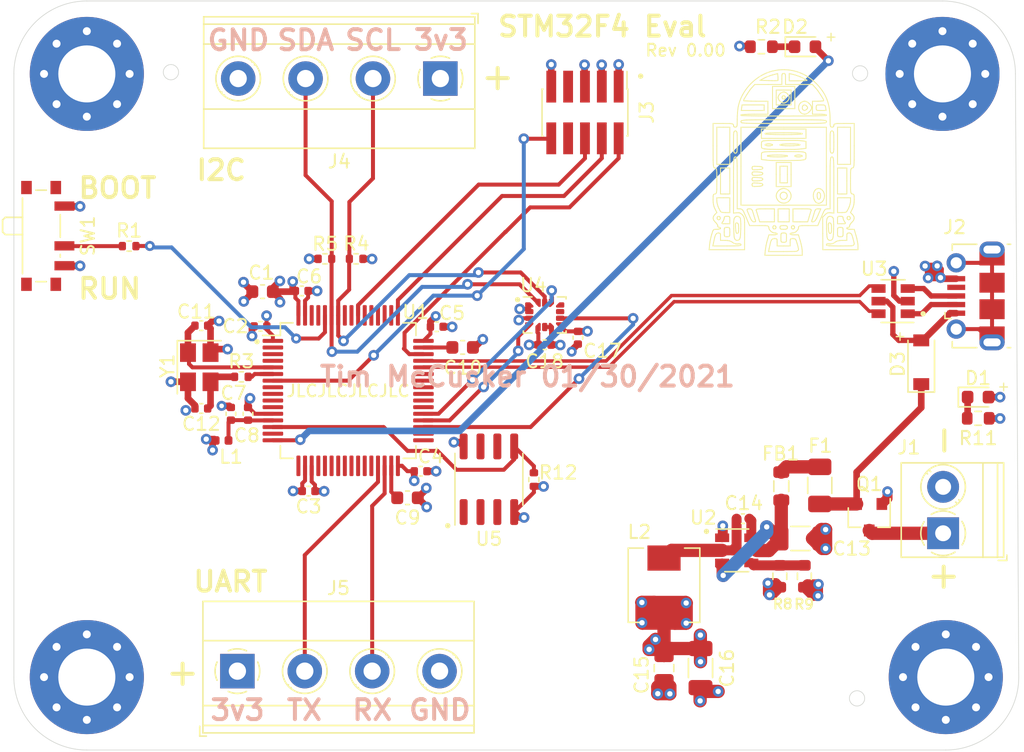
<source format=kicad_pcb>
(kicad_pcb (version 20171130) (host pcbnew "(5.1.7)-1")
  (layers (0 F.Cu signal) (1 In1.Cu power) (2 In2.Cu power) (31 B.Cu signal) (34 B.Paste user) (35 F.Paste user) (36 B.SilkS user) (37 F.SilkS user) (38 B.Mask user) (39 F.Mask user) (44 Edge.Cuts user))
  (net 0 "")
  (net 1 +3V3)
  (net 2 GND)
  (net 3 +3.3VA)
  (net 4 "Net-(C9-Pad1)")
  (net 5 "Net-(C10-Pad1)")
  (net 6 HSE_IN)
  (net 7 "Net-(C12-Pad1)")
  (net 8 BUCK_BST)
  (net 9 BUCK_SW)
  (net 10 "Net-(D1-Pad1)")
  (net 11 "Net-(D2-Pad1)")
  (net 12 LED_STATUS)
  (net 13 "Net-(D3-Pad1)")
  (net 14 +5V)
  (net 15 "Net-(F1-Pad1)")
  (net 16 +12V)
  (net 17 "Net-(J2-Pad6)")
  (net 18 USB_CONN_D-)
  (net 19 "Net-(J2-Pad4)")
  (net 20 USB_CONN_D+)
  (net 21 SWDIO)
  (net 22 SWCLK)
  (net 23 SWO)
  (net 24 "Net-(J3-Pad7)")
  (net 25 "Net-(J3-Pad8)")
  (net 26 NRST)
  (net 27 UART3_RX)
  (net 28 UART3_TX)
  (net 29 BOOT0)
  (net 30 "Net-(R1-Pad1)")
  (net 31 HSE_OUT)
  (net 32 BUCK_EN)
  (net 33 BUCK_FB)
  (net 34 "Net-(U1-Pad2)")
  (net 35 "Net-(U1-Pad3)")
  (net 36 "Net-(U1-Pad4)")
  (net 37 "Net-(U1-Pad8)")
  (net 38 "Net-(U1-Pad9)")
  (net 39 "Net-(U1-Pad10)")
  (net 40 "Net-(U1-Pad11)")
  (net 41 "Net-(U1-Pad15)")
  (net 42 "Net-(U1-Pad17)")
  (net 43 "Net-(U1-Pad20)")
  (net 44 "Net-(U1-Pad21)")
  (net 45 "Net-(U1-Pad22)")
  (net 46 "Net-(U1-Pad23)")
  (net 47 "Net-(U1-Pad24)")
  (net 48 "Net-(U1-Pad25)")
  (net 49 "Net-(U1-Pad26)")
  (net 50 "Net-(U1-Pad27)")
  (net 51 "Net-(U1-Pad28)")
  (net 52 "Net-(U1-Pad33)")
  (net 53 "Net-(U1-Pad34)")
  (net 54 "Net-(U1-Pad38)")
  (net 55 "Net-(U1-Pad39)")
  (net 56 "Net-(U1-Pad40)")
  (net 57 "Net-(U1-Pad41)")
  (net 58 "Net-(U1-Pad42)")
  (net 59 "Net-(U1-Pad43)")
  (net 60 USB_D-)
  (net 61 USB_D+)
  (net 62 "Net-(U1-Pad50)")
  (net 63 "Net-(U1-Pad51)")
  (net 64 "Net-(U1-Pad52)")
  (net 65 "Net-(U1-Pad53)")
  (net 66 "Net-(U1-Pad54)")
  (net 67 "Net-(U1-Pad56)")
  (net 68 "Net-(U1-Pad57)")
  (net 69 "Net-(U1-Pad61)")
  (net 70 "Net-(U1-Pad62)")
  (net 71 SYS_TEMP)
  (net 72 IMU_INT2)
  (net 73 IMU_INT1)
  (net 74 IMU_CS)
  (net 75 "Net-(U4-Pad10)")
  (net 76 "Net-(U4-Pad11)")
  (net 77 "Net-(U5-Pad1)")
  (net 78 "Net-(U5-Pad2)")
  (net 79 "Net-(U5-Pad3)")
  (net 80 "Net-(U5-Pad6)")
  (net 81 "Net-(U5-Pad7)")
  (net 82 IMU_I2C_SCL)
  (net 83 IMU_I2C_SDA)
  (module Package_TO_SOT_SMD:SOT-23-6 (layer F.Cu) (at 155.24 111.69)
    (fp_text reference U2 (at -2.52 -2.47) (layer F.SilkS))
    (fp_text value RY8122)
    (pad 1 smd rect (at -1.1 -0.95) (size 1.06 0.65) (layers F.Cu F.Paste F.Mask) (net 2 GND))
    (pad 2 smd rect (at -1.1 0) (size 1.06 0.65) (layers F.Cu F.Paste F.Mask) (net 9 BUCK_SW))
    (pad 3 smd rect (at -1.1 0.95) (size 1.06 0.65) (layers F.Cu F.Paste F.Mask) (net 32 BUCK_EN))
    (pad 4 smd rect (at 1.1 0.95) (size 1.06 0.65) (layers F.Cu F.Paste F.Mask) (net 33 BUCK_FB))
    (pad 6 smd rect (at 1.1 -0.95) (size 1.06 0.65) (layers F.Cu F.Paste F.Mask) (net 8 BUCK_BST))
    (pad 5 smd rect (at 1.1 0) (size 1.06 0.65) (layers F.Cu F.Paste F.Mask) (net 32 BUCK_EN))
  )
  (module Capacitor_SMD:C_0402_1005Metric (layer F.Cu) (at 155.71 109.3)
    (fp_text reference C14 (at 0.06 -1.17) (layer F.SilkS))
    (fp_text value 47n)
    (pad 2 smd roundrect (at 0.48 0) (size 0.56 0.62) (layers F.Cu F.Paste F.Mask) (net 8 BUCK_BST))
    (pad 1 smd roundrect (at -0.48 0) (size 0.56 0.62) (layers F.Cu F.Paste F.Mask) (net 9 BUCK_SW))
  )
  (module Connector_USB:USB_Micro-B_Molex-105017-0001 (layer F.Cu) (at 173.25 92.5 90)
    (fp_text reference J2 (at 5.19 -1.58 180) (layer F.SilkS))
    (fp_text value USB)
    (pad 6 smd rect (at 1 1.2375 90) (size 1.5 1.9) (layers F.Cu F.Paste F.Mask) (net 17 "Net-(J2-Pad6)"))
    (pad 6 thru_hole circle (at -2.5 -1.4625 90) (size 1.45 1.45) (drill 0.85) (layers *.Cu *.Mask) (net 17 "Net-(J2-Pad6)"))
    (pad 2 smd rect (at -0.65 -1.4625 90) (size 0.4 1.35) (layers F.Cu F.Paste F.Mask) (net 18 USB_CONN_D-))
    (pad 1 smd rect (at -1.3 -1.4625 90) (size 0.4 1.35) (layers F.Cu F.Paste F.Mask) (net 14 +5V))
    (pad 5 smd rect (at 1.3 -1.4625 90) (size 0.4 1.35) (layers F.Cu F.Paste F.Mask) (net 2 GND))
    (pad 4 smd rect (at 0.65 -1.4625 90) (size 0.4 1.35) (layers F.Cu F.Paste F.Mask) (net 19 "Net-(J2-Pad4)"))
    (pad 3 smd rect (at 0 -1.4625 90) (size 0.4 1.35) (layers F.Cu F.Paste F.Mask) (net 20 USB_CONN_D+))
    (pad 6 thru_hole circle (at 2.5 -1.4625 90) (size 1.45 1.45) (drill 0.85) (layers *.Cu *.Mask) (net 17 "Net-(J2-Pad6)"))
    (pad 6 smd rect (at -1 1.2375 90) (size 1.5 1.9) (layers F.Cu F.Paste F.Mask) (net 17 "Net-(J2-Pad6)"))
    (pad 6 thru_hole oval (at -3.5 1.2375 270) (size 1.2 1.9) (drill oval 0.6 1.3) (layers *.Cu *.Mask) (net 17 "Net-(J2-Pad6)"))
    (pad 6 thru_hole oval (at 3.5 1.2375 90) (size 1.2 1.9) (drill oval 0.6 1.3) (layers *.Cu *.Mask) (net 17 "Net-(J2-Pad6)"))
    (pad 6 smd rect (at 2.9 1.2375 90) (size 1.2 1.9) (layers F.Cu F.Mask) (net 17 "Net-(J2-Pad6)"))
    (pad 6 smd rect (at -2.9 1.2375 90) (size 1.2 1.9) (layers F.Cu F.Mask) (net 17 "Net-(J2-Pad6)"))
  )
  (module Resistor_SMD:R_0402_1005Metric (layer F.Cu) (at 109.44 88.74)
    (fp_text reference R1 (at 0 -1.17) (layer F.SilkS))
    (fp_text value 10k)
    (pad 2 smd roundrect (at 0.51 0) (size 0.54 0.64) (layers F.Cu F.Paste F.Mask) (net 29 BOOT0))
    (pad 1 smd roundrect (at -0.51 0) (size 0.54 0.64) (layers F.Cu F.Paste F.Mask) (net 30 "Net-(R1-Pad1)"))
  )
  (module LED_SMD:LED_0603_1608Metric (layer F.Cu) (at 160.3875 73.7)
    (fp_text reference D2 (at -0.75 -1.5) (layer F.SilkS))
    (fp_text value Blue)
    (pad 1 smd roundrect (at -0.7875 0) (size 0.875 0.95) (layers F.Cu F.Paste F.Mask) (net 11 "Net-(D2-Pad1)"))
    (pad 2 smd roundrect (at 0.7875 0) (size 0.875 0.95) (layers F.Cu F.Paste F.Mask) (net 12 LED_STATUS))
  )
  (module Inductor_SMD:L_0402_1005Metric (layer F.Cu) (at 116.445 103.4)
    (fp_text reference L1 (at 0.675 1.23) (layer F.SilkS))
    (fp_text value 39n)
    (pad 1 smd roundrect (at -0.485 0) (size 0.59 0.64) (layers F.Cu F.Paste F.Mask) (net 1 +3V3))
    (pad 2 smd roundrect (at 0.485 0) (size 0.59 0.64) (layers F.Cu F.Paste F.Mask) (net 3 +3.3VA))
  )
  (module Diode_SMD:D_SOD-123 (layer F.Cu) (at 169.15 97.5 90)
    (fp_text reference D3 (at -0.14 -1.77 90) (layer F.SilkS))
    (fp_text value B5819W)
    (pad 1 smd rect (at -1.65 0 90) (size 0.9 1.2) (layers F.Cu F.Paste F.Mask) (net 13 "Net-(D3-Pad1)"))
    (pad 2 smd rect (at 1.65 0 90) (size 0.9 1.2) (layers F.Cu F.Paste F.Mask) (net 14 +5V))
  )
  (module MountingHole:MountingHole_4.3mm_M4_Pad_Via (layer F.Cu) (at 106.25 121.25)
    (fp_text reference H2)
    (fp_text value MountingHole_Pad)
    (pad 1 thru_hole circle (at 0 0) (size 8.6 8.6) (drill 4.3) (layers *.Cu *.Mask) (net 2 GND))
    (pad 1 thru_hole circle (at 3.225 0) (size 0.9 0.9) (drill 0.6) (layers *.Cu *.Mask) (net 2 GND))
    (pad 1 thru_hole circle (at 2.280419 2.280419) (size 0.9 0.9) (drill 0.6) (layers *.Cu *.Mask) (net 2 GND))
    (pad 1 thru_hole circle (at 0 3.225) (size 0.9 0.9) (drill 0.6) (layers *.Cu *.Mask) (net 2 GND))
    (pad 1 thru_hole circle (at -2.280419 2.280419) (size 0.9 0.9) (drill 0.6) (layers *.Cu *.Mask) (net 2 GND))
    (pad 1 thru_hole circle (at -3.225 0) (size 0.9 0.9) (drill 0.6) (layers *.Cu *.Mask) (net 2 GND))
    (pad 1 thru_hole circle (at -2.280419 -2.280419) (size 0.9 0.9) (drill 0.6) (layers *.Cu *.Mask) (net 2 GND))
    (pad 1 thru_hole circle (at 0 -3.225) (size 0.9 0.9) (drill 0.6) (layers *.Cu *.Mask) (net 2 GND))
    (pad 1 thru_hole circle (at 2.280419 -2.280419) (size 0.9 0.9) (drill 0.6) (layers *.Cu *.Mask) (net 2 GND))
  )
  (module TerminalBlock_Phoenix:TerminalBlock_Phoenix_PT-1,5-2-3.5-H_1x02_P3.50mm_Horizontal (layer F.Cu) (at 170.8 110.4 90)
    (fp_text reference J1 (at 6.47 -2.58 180) (layer F.SilkS))
    (fp_text value 12V_IN)
    (pad 2 thru_hole circle (at 3.5 0 90) (size 2.4 2.4) (drill 1.2) (layers *.Cu *.Mask) (net 2 GND))
    (pad 1 thru_hole rect (at 0 0 90) (size 2.4 2.4) (drill 1.2) (layers *.Cu *.Mask) (net 16 +12V))
  )
  (module Inductor_SMD:L_Sunlord_MWSA0518_5.4x5.2mm (layer F.Cu) (at 149.76 114.32 270)
    (fp_text reference L2 (at -4.02 1.86 180) (layer F.SilkS))
    (fp_text value 3u3)
    (pad 1 smd rect (at -2.05 0 270) (size 1.9 2.5) (layers F.Cu F.Paste F.Mask) (net 9 BUCK_SW))
    (pad 2 smd rect (at 2.05 0 270) (size 1.9 2.5) (layers F.Cu F.Paste F.Mask) (net 1 +3V3))
  )
  (module Package_TO_SOT_SMD:SOT-23 (layer F.Cu) (at 165.23 109.19 270)
    (fp_text reference Q1 (at -2.5 0 180) (layer F.SilkS))
    (fp_text value AO3401A)
    (pad 3 smd rect (at 1 0 270) (size 0.9 0.8) (layers F.Cu F.Paste F.Mask) (net 16 +12V))
    (pad 2 smd rect (at -1 0.95 270) (size 0.9 0.8) (layers F.Cu F.Paste F.Mask) (net 13 "Net-(D3-Pad1)"))
    (pad 1 smd rect (at -1 -0.95 270) (size 0.9 0.8) (layers F.Cu F.Paste F.Mask) (net 2 GND))
  )
  (module MountingHole:MountingHole_4.3mm_M4_Pad_Via (layer F.Cu) (at 171 121.25)
    (fp_text reference H3)
    (fp_text value MountingHole_Pad)
    (pad 1 thru_hole circle (at 2.280419 -2.280419) (size 0.9 0.9) (drill 0.6) (layers *.Cu *.Mask) (net 2 GND))
    (pad 1 thru_hole circle (at 0 -3.225) (size 0.9 0.9) (drill 0.6) (layers *.Cu *.Mask) (net 2 GND))
    (pad 1 thru_hole circle (at -2.280419 -2.280419) (size 0.9 0.9) (drill 0.6) (layers *.Cu *.Mask) (net 2 GND))
    (pad 1 thru_hole circle (at -3.225 0) (size 0.9 0.9) (drill 0.6) (layers *.Cu *.Mask) (net 2 GND))
    (pad 1 thru_hole circle (at -2.280419 2.280419) (size 0.9 0.9) (drill 0.6) (layers *.Cu *.Mask) (net 2 GND))
    (pad 1 thru_hole circle (at 0 3.225) (size 0.9 0.9) (drill 0.6) (layers *.Cu *.Mask) (net 2 GND))
    (pad 1 thru_hole circle (at 2.280419 2.280419) (size 0.9 0.9) (drill 0.6) (layers *.Cu *.Mask) (net 2 GND))
    (pad 1 thru_hole circle (at 3.225 0) (size 0.9 0.9) (drill 0.6) (layers *.Cu *.Mask) (net 2 GND))
    (pad 1 thru_hole circle (at 0 0) (size 8.6 8.6) (drill 4.3) (layers *.Cu *.Mask) (net 2 GND))
  )
  (module MountingHole:MountingHole_4.3mm_M4_Pad_Via (layer F.Cu) (at 106.25 75.75)
    (fp_text reference H1)
    (fp_text value MountingHole_Pad)
    (pad 1 thru_hole circle (at 2.280419 -2.280419) (size 0.9 0.9) (drill 0.6) (layers *.Cu *.Mask) (net 2 GND))
    (pad 1 thru_hole circle (at 0 -3.225) (size 0.9 0.9) (drill 0.6) (layers *.Cu *.Mask) (net 2 GND))
    (pad 1 thru_hole circle (at -2.280419 -2.280419) (size 0.9 0.9) (drill 0.6) (layers *.Cu *.Mask) (net 2 GND))
    (pad 1 thru_hole circle (at -3.225 0) (size 0.9 0.9) (drill 0.6) (layers *.Cu *.Mask) (net 2 GND))
    (pad 1 thru_hole circle (at -2.280419 2.280419) (size 0.9 0.9) (drill 0.6) (layers *.Cu *.Mask) (net 2 GND))
    (pad 1 thru_hole circle (at 0 3.225) (size 0.9 0.9) (drill 0.6) (layers *.Cu *.Mask) (net 2 GND))
    (pad 1 thru_hole circle (at 2.280419 2.280419) (size 0.9 0.9) (drill 0.6) (layers *.Cu *.Mask) (net 2 GND))
    (pad 1 thru_hole circle (at 3.225 0) (size 0.9 0.9) (drill 0.6) (layers *.Cu *.Mask) (net 2 GND))
    (pad 1 thru_hole circle (at 0 0) (size 8.6 8.6) (drill 4.3) (layers *.Cu *.Mask) (net 2 GND))
  )
  (module MountingHole:MountingHole_4.3mm_M4_Pad_Via (layer F.Cu) (at 170.75 75.75)
    (fp_text reference H4)
    (fp_text value MountingHole_Pad)
    (pad 1 thru_hole circle (at 0 0) (size 8.6 8.6) (drill 4.3) (layers *.Cu *.Mask) (net 2 GND))
    (pad 1 thru_hole circle (at 3.225 0) (size 0.9 0.9) (drill 0.6) (layers *.Cu *.Mask) (net 2 GND))
    (pad 1 thru_hole circle (at 2.280419 2.280419) (size 0.9 0.9) (drill 0.6) (layers *.Cu *.Mask) (net 2 GND))
    (pad 1 thru_hole circle (at 0 3.225) (size 0.9 0.9) (drill 0.6) (layers *.Cu *.Mask) (net 2 GND))
    (pad 1 thru_hole circle (at -2.280419 2.280419) (size 0.9 0.9) (drill 0.6) (layers *.Cu *.Mask) (net 2 GND))
    (pad 1 thru_hole circle (at -3.225 0) (size 0.9 0.9) (drill 0.6) (layers *.Cu *.Mask) (net 2 GND))
    (pad 1 thru_hole circle (at -2.280419 -2.280419) (size 0.9 0.9) (drill 0.6) (layers *.Cu *.Mask) (net 2 GND))
    (pad 1 thru_hole circle (at 0 -3.225) (size 0.9 0.9) (drill 0.6) (layers *.Cu *.Mask) (net 2 GND))
    (pad 1 thru_hole circle (at 2.280419 -2.280419) (size 0.9 0.9) (drill 0.6) (layers *.Cu *.Mask) (net 2 GND))
  )
  (module Fuse:Fuse_1206_3216Metric (layer F.Cu) (at 161.5 106.79 270)
    (fp_text reference F1 (at -2.99 -0.04 180) (layer F.SilkS))
    (fp_text value 1.5A)
    (pad 1 smd roundrect (at -1.4 0 270) (size 1.25 1.75) (layers F.Cu F.Paste F.Mask) (roundrect_rratio 0.2) (net 15 "Net-(F1-Pad1)"))
    (pad 2 smd roundrect (at 1.4 0 270) (size 1.25 1.75) (layers F.Cu F.Paste F.Mask) (roundrect_rratio 0.2) (net 13 "Net-(D3-Pad1)"))
  )
  (module Capacitor_SMD:C_0603_1608Metric (layer F.Cu) (at 119.5 92.175 180)
    (fp_text reference C1 (at 0.09 1.43) (layer F.SilkS))
    (fp_text value 4u7)
    (pad 1 smd roundrect (at -0.775 0 180) (size 0.9 0.95) (layers F.Cu F.Paste F.Mask) (net 1 +3V3))
    (pad 2 smd roundrect (at 0.775 0 180) (size 0.9 0.95) (layers F.Cu F.Paste F.Mask) (net 2 GND))
  )
  (module Capacitor_SMD:C_0402_1005Metric (layer F.Cu) (at 132.63 94.82)
    (fp_text reference C5 (at 1.15 -1.03) (layer F.SilkS))
    (fp_text value 100n)
    (pad 1 smd roundrect (at -0.48 0) (size 0.56 0.62) (layers F.Cu F.Paste F.Mask) (net 1 +3V3))
    (pad 2 smd roundrect (at 0.48 0) (size 0.56 0.62) (layers F.Cu F.Paste F.Mask) (net 2 GND))
  )
  (module Capacitor_SMD:C_0402_1005Metric (layer F.Cu) (at 117.11 101.388 90)
    (fp_text reference C7 (at 1.568 0.2 180) (layer F.SilkS))
    (fp_text value 1u)
    (pad 1 smd roundrect (at -0.48 0 90) (size 0.56 0.62) (layers F.Cu F.Paste F.Mask) (net 3 +3.3VA))
    (pad 2 smd roundrect (at 0.48 0 90) (size 0.56 0.62) (layers F.Cu F.Paste F.Mask) (net 2 GND))
  )
  (module Capacitor_SMD:C_0402_1005Metric (layer F.Cu) (at 119.34 94.79 180)
    (fp_text reference C2 (at 1.89 0.01) (layer F.SilkS))
    (fp_text value 100n)
    (pad 1 smd roundrect (at -0.48 0 180) (size 0.56 0.62) (layers F.Cu F.Paste F.Mask) (net 1 +3V3))
    (pad 2 smd roundrect (at 0.48 0 180) (size 0.56 0.62) (layers F.Cu F.Paste F.Mask) (net 2 GND))
  )
  (module Capacitor_SMD:C_0402_1005Metric (layer F.Cu) (at 122.97 107.22 180)
    (fp_text reference C3 (at 0 -1.16) (layer F.SilkS))
    (fp_text value 100n)
    (pad 2 smd roundrect (at 0.48 0 180) (size 0.56 0.62) (layers F.Cu F.Paste F.Mask) (net 2 GND))
    (pad 1 smd roundrect (at -0.48 0 180) (size 0.56 0.62) (layers F.Cu F.Paste F.Mask) (net 1 +3V3))
  )
  (module Capacitor_SMD:C_0402_1005Metric (layer F.Cu) (at 122.45 92.12)
    (fp_text reference C6 (at 0.56 -1.09) (layer F.SilkS))
    (fp_text value 100n)
    (pad 2 smd roundrect (at 0.48 0) (size 0.56 0.62) (layers F.Cu F.Paste F.Mask) (net 2 GND))
    (pad 1 smd roundrect (at -0.48 0) (size 0.56 0.62) (layers F.Cu F.Paste F.Mask) (net 1 +3V3))
  )
  (module Capacitor_SMD:C_0402_1005Metric (layer F.Cu) (at 131.41 105.72)
    (fp_text reference C4 (at 0.765 -1.12) (layer F.SilkS))
    (fp_text value 100n)
    (pad 2 smd roundrect (at 0.48 0) (size 0.56 0.62) (layers F.Cu F.Paste F.Mask) (net 2 GND))
    (pad 1 smd roundrect (at -0.48 0) (size 0.56 0.62) (layers F.Cu F.Paste F.Mask) (net 1 +3V3))
  )
  (module Capacitor_SMD:C_0402_1005Metric (layer F.Cu) (at 118.4 101.388 90)
    (fp_text reference C8 (at -1.632 -0.09 180) (layer F.SilkS))
    (fp_text value 10n)
    (pad 2 smd roundrect (at 0.48 0 90) (size 0.56 0.62) (layers F.Cu F.Paste F.Mask) (net 2 GND))
    (pad 1 smd roundrect (at -0.48 0 90) (size 0.56 0.62) (layers F.Cu F.Paste F.Mask) (net 3 +3.3VA))
  )
  (module Resistor_SMD:R_0603_1608Metric (layer F.Cu) (at 157.1 73.7 180)
    (fp_text reference R2 (at -0.5 1.5) (layer F.SilkS))
    (fp_text value 1k5)
    (pad 1 smd roundrect (at -0.825 0 180) (size 0.8 0.95) (layers F.Cu F.Paste F.Mask) (net 11 "Net-(D2-Pad1)"))
    (pad 2 smd roundrect (at 0.825 0 180) (size 0.8 0.95) (layers F.Cu F.Paste F.Mask) (net 2 GND))
  )
  (module Resistor_SMD:R_0603_1608Metric (layer F.Cu) (at 173.44 101.73)
    (fp_text reference R11 (at 0 1.5) (layer F.SilkS))
    (fp_text value 1k)
    (pad 2 smd roundrect (at 0.825 0) (size 0.8 0.95) (layers F.Cu F.Paste F.Mask) (net 2 GND))
    (pad 1 smd roundrect (at -0.825 0) (size 0.8 0.95) (layers F.Cu F.Paste F.Mask) (net 10 "Net-(D1-Pad1)"))
  )
  (module Crystal:Crystal_SMD_3225-4Pin_3.2x2.5mm (layer F.Cu) (at 114.725 97.875 270)
    (fp_text reference Y1 (at -0.1 2.4 90) (layer F.SilkS))
    (fp_text value 16MHz)
    (pad 4 smd rect (at -1.1 -0.85 270) (size 1.4 1.2) (layers F.Cu F.Paste F.Mask) (net 2 GND))
    (pad 3 smd rect (at 1.1 -0.85 270) (size 1.4 1.2) (layers F.Cu F.Paste F.Mask) (net 7 "Net-(C12-Pad1)"))
    (pad 2 smd rect (at 1.1 0.85 270) (size 1.4 1.2) (layers F.Cu F.Paste F.Mask) (net 2 GND))
    (pad 1 smd rect (at -1.1 0.85 270) (size 1.4 1.2) (layers F.Cu F.Paste F.Mask) (net 6 HSE_IN))
  )
  (module Resistor_SMD:R_0603_1608Metric (layer F.Cu) (at 160.34 113.645 270)
    (fp_text reference R9 (at 2.105 0.02 180) (layer F.SilkS) (effects (font (size 0.75 0.75))))
    (fp_text value 10k)
    (pad 1 smd roundrect (at -0.825 0 270) (size 0.8 0.95) (layers F.Cu F.Paste F.Mask) (net 33 BUCK_FB))
    (pad 2 smd roundrect (at 0.825 0 270) (size 0.8 0.95) (layers F.Cu F.Paste F.Mask) (net 2 GND))
  )
  (module Package_QFP:LQFP-64_10x10mm_P0.5mm (layer F.Cu) (at 125.95 99.638)
    (fp_text reference U1 (at 5.09 -5.928) (layer F.SilkS))
    (fp_text value STM32F405RGT6)
    (pad 1 smd roundrect (at -5.675 -3.75) (size 1.55 0.3) (layers F.Cu F.Paste F.Mask) (net 1 +3V3))
    (pad 2 smd roundrect (at -5.675 -3.25) (size 1.55 0.3) (layers F.Cu F.Paste F.Mask) (net 34 "Net-(U1-Pad2)"))
    (pad 3 smd roundrect (at -5.675 -2.75) (size 1.55 0.3) (layers F.Cu F.Paste F.Mask) (net 35 "Net-(U1-Pad3)"))
    (pad 4 smd roundrect (at -5.675 -2.25) (size 1.55 0.3) (layers F.Cu F.Paste F.Mask) (net 36 "Net-(U1-Pad4)"))
    (pad 5 smd roundrect (at -5.675 -1.75) (size 1.55 0.3) (layers F.Cu F.Paste F.Mask) (net 6 HSE_IN))
    (pad 6 smd roundrect (at -5.675 -1.25) (size 1.55 0.3) (layers F.Cu F.Paste F.Mask) (net 31 HSE_OUT))
    (pad 7 smd roundrect (at -5.675 -0.75) (size 1.55 0.3) (layers F.Cu F.Paste F.Mask) (net 26 NRST))
    (pad 8 smd roundrect (at -5.675 -0.25) (size 1.55 0.3) (layers F.Cu F.Paste F.Mask) (net 37 "Net-(U1-Pad8)"))
    (pad 9 smd roundrect (at -5.675 0.25) (size 1.55 0.3) (layers F.Cu F.Paste F.Mask) (net 38 "Net-(U1-Pad9)"))
    (pad 10 smd roundrect (at -5.675 0.75) (size 1.55 0.3) (layers F.Cu F.Paste F.Mask) (net 39 "Net-(U1-Pad10)"))
    (pad 11 smd roundrect (at -5.675 1.25) (size 1.55 0.3) (layers F.Cu F.Paste F.Mask) (net 40 "Net-(U1-Pad11)"))
    (pad 12 smd roundrect (at -5.675 1.75) (size 1.55 0.3) (layers F.Cu F.Paste F.Mask) (net 2 GND))
    (pad 13 smd roundrect (at -5.675 2.25) (size 1.55 0.3) (layers F.Cu F.Paste F.Mask) (net 3 +3.3VA))
    (pad 14 smd roundrect (at -5.675 2.75) (size 1.55 0.3) (layers F.Cu F.Paste F.Mask) (net 71 SYS_TEMP))
    (pad 15 smd roundrect (at -5.675 3.25) (size 1.55 0.3) (layers F.Cu F.Paste F.Mask) (net 41 "Net-(U1-Pad15)"))
    (pad 16 smd roundrect (at -5.675 3.75) (size 1.55 0.3) (layers F.Cu F.Paste F.Mask) (net 12 LED_STATUS))
    (pad 17 smd roundrect (at -3.75 5.675) (size 0.3 1.55) (layers F.Cu F.Paste F.Mask) (net 42 "Net-(U1-Pad17)"))
    (pad 18 smd roundrect (at -3.25 5.675) (size 0.3 1.55) (layers F.Cu F.Paste F.Mask) (net 2 GND))
    (pad 19 smd roundrect (at -2.75 5.675) (size 0.3 1.55) (layers F.Cu F.Paste F.Mask) (net 1 +3V3))
    (pad 20 smd roundrect (at -2.25 5.675) (size 0.3 1.55) (layers F.Cu F.Paste F.Mask) (net 43 "Net-(U1-Pad20)"))
    (pad 21 smd roundrect (at -1.75 5.675) (size 0.3 1.55) (layers F.Cu F.Paste F.Mask) (net 44 "Net-(U1-Pad21)"))
    (pad 22 smd roundrect (at -1.25 5.675) (size 0.3 1.55) (layers F.Cu F.Paste F.Mask) (net 45 "Net-(U1-Pad22)"))
    (pad 23 smd roundrect (at -0.75 5.675) (size 0.3 1.55) (layers F.Cu F.Paste F.Mask) (net 46 "Net-(U1-Pad23)"))
    (pad 24 smd roundrect (at -0.25 5.675) (size 0.3 1.55) (layers F.Cu F.Paste F.Mask) (net 47 "Net-(U1-Pad24)"))
    (pad 25 smd roundrect (at 0.25 5.675) (size 0.3 1.55) (layers F.Cu F.Paste F.Mask) (net 48 "Net-(U1-Pad25)"))
    (pad 26 smd roundrect (at 0.75 5.675) (size 0.3 1.55) (layers F.Cu F.Paste F.Mask) (net 49 "Net-(U1-Pad26)"))
    (pad 27 smd roundrect (at 1.25 5.675) (size 0.3 1.55) (layers F.Cu F.Paste F.Mask) (net 50 "Net-(U1-Pad27)"))
    (pad 28 smd roundrect (at 1.75 5.675) (size 0.3 1.55) (layers F.Cu F.Paste F.Mask) (net 51 "Net-(U1-Pad28)"))
    (pad 29 smd roundrect (at 2.25 5.675) (size 0.3 1.55) (layers F.Cu F.Paste F.Mask) (net 28 UART3_TX))
    (pad 30 smd roundrect (at 2.75 5.675) (size 0.3 1.55) (layers F.Cu F.Paste F.Mask) (net 27 UART3_RX))
    (pad 31 smd roundrect (at 3.25 5.675) (size 0.3 1.55) (layers F.Cu F.Paste F.Mask) (net 4 "Net-(C9-Pad1)"))
    (pad 32 smd roundrect (at 3.75 5.675) (size 0.3 1.55) (layers F.Cu F.Paste F.Mask) (net 1 +3V3))
    (pad 33 smd roundrect (at 5.675 3.75) (size 1.55 0.3) (layers F.Cu F.Paste F.Mask) (net 52 "Net-(U1-Pad33)"))
    (pad 34 smd roundrect (at 5.675 3.25) (size 1.55 0.3) (layers F.Cu F.Paste F.Mask) (net 53 "Net-(U1-Pad34)"))
    (pad 35 smd roundrect (at 5.675 2.75) (size 1.55 0.3) (layers F.Cu F.Paste F.Mask) (net 72 IMU_INT2))
    (pad 36 smd roundrect (at 5.675 2.25) (size 1.55 0.3) (layers F.Cu F.Paste F.Mask) (net 73 IMU_INT1))
    (pad 37 smd roundrect (at 5.675 1.75) (size 1.55 0.3) (layers F.Cu F.Paste F.Mask) (net 74 IMU_CS))
    (pad 38 smd roundrect (at 5.675 1.25) (size 1.55 0.3) (layers F.Cu F.Paste F.Mask) (net 54 "Net-(U1-Pad38)"))
    (pad 39 smd roundrect (at 5.675 0.75) (size 1.55 0.3) (layers F.Cu F.Paste F.Mask) (net 55 "Net-(U1-Pad39)"))
    (pad 40 smd roundrect (at 5.675 0.25) (size 1.55 0.3) (layers F.Cu F.Paste F.Mask) (net 56 "Net-(U1-Pad40)"))
    (pad 41 smd roundrect (at 5.675 -0.25) (size 1.55 0.3) (layers F.Cu F.Paste F.Mask) (net 57 "Net-(U1-Pad41)"))
    (pad 42 smd roundrect (at 5.675 -0.75) (size 1.55 0.3) (layers F.Cu F.Paste F.Mask) (net 58 "Net-(U1-Pad42)"))
    (pad 43 smd roundrect (at 5.675 -1.25) (size 1.55 0.3) (layers F.Cu F.Paste F.Mask) (net 59 "Net-(U1-Pad43)"))
    (pad 44 smd roundrect (at 5.675 -1.75) (size 1.55 0.3) (layers F.Cu F.Paste F.Mask) (net 60 USB_D-))
    (pad 45 smd roundrect (at 5.675 -2.25) (size 1.55 0.3) (layers F.Cu F.Paste F.Mask) (net 61 USB_D+))
    (pad 46 smd roundrect (at 5.675 -2.75) (size 1.55 0.3) (layers F.Cu F.Paste F.Mask) (net 21 SWDIO))
    (pad 47 smd roundrect (at 5.675 -3.25) (size 1.55 0.3) (layers F.Cu F.Paste F.Mask) (net 5 "Net-(C10-Pad1)"))
    (pad 48 smd roundrect (at 5.675 -3.75) (size 1.55 0.3) (layers F.Cu F.Paste F.Mask) (net 1 +3V3))
    (pad 49 smd roundrect (at 3.75 -5.675) (size 0.3 1.55) (layers F.Cu F.Paste F.Mask) (net 22 SWCLK))
    (pad 50 smd roundrect (at 3.25 -5.675) (size 0.3 1.55) (layers F.Cu F.Paste F.Mask) (net 62 "Net-(U1-Pad50)"))
    (pad 51 smd roundrect (at 2.75 -5.675) (size 0.3 1.55) (layers F.Cu F.Paste F.Mask) (net 63 "Net-(U1-Pad51)"))
    (pad 52 smd roundrect (at 2.25 -5.675) (size 0.3 1.55) (layers F.Cu F.Paste F.Mask) (net 64 "Net-(U1-Pad52)"))
    (pad 53 smd roundrect (at 1.75 -5.675) (size 0.3 1.55) (layers F.Cu F.Paste F.Mask) (net 65 "Net-(U1-Pad53)"))
    (pad 54 smd roundrect (at 1.25 -5.675) (size 0.3 1.55) (layers F.Cu F.Paste F.Mask) (net 66 "Net-(U1-Pad54)"))
    (pad 55 smd roundrect (at 0.75 -5.675) (size 0.3 1.55) (layers F.Cu F.Paste F.Mask) (net 23 SWO))
    (pad 56 smd roundrect (at 0.25 -5.675) (size 0.3 1.55) (layers F.Cu F.Paste F.Mask) (net 67 "Net-(U1-Pad56)"))
    (pad 57 smd roundrect (at -0.25 -5.675) (size 0.3 1.55) (layers F.Cu F.Paste F.Mask) (net 68 "Net-(U1-Pad57)"))
    (pad 58 smd roundrect (at -0.75 -5.675) (size 0.3 1.55) (layers F.Cu F.Paste F.Mask) (net 82 IMU_I2C_SCL))
    (pad 59 smd roundrect (at -1.25 -5.675) (size 0.3 1.55) (layers F.Cu F.Paste F.Mask) (net 83 IMU_I2C_SDA))
    (pad 60 smd roundrect (at -1.75 -5.675) (size 0.3 1.55) (layers F.Cu F.Paste F.Mask) (net 29 BOOT0))
    (pad 61 smd roundrect (at -2.25 -5.675) (size 0.3 1.55) (layers F.Cu F.Paste F.Mask) (net 69 "Net-(U1-Pad61)"))
    (pad 62 smd roundrect (at -2.75 -5.675) (size 0.3 1.55) (layers F.Cu F.Paste F.Mask) (net 70 "Net-(U1-Pad62)"))
    (pad 63 smd roundrect (at -3.25 -5.675) (size 0.3 1.55) (layers F.Cu F.Paste F.Mask) (net 2 GND))
    (pad 64 smd roundrect (at -3.75 -5.675) (size 0.3 1.55) (layers F.Cu F.Paste F.Mask) (net 1 +3V3))
  )
  (module Resistor_SMD:R_0402_1005Metric (layer F.Cu) (at 117.9 98.6)
    (fp_text reference R3 (at 0 -1.17) (layer F.SilkS))
    (fp_text value 47)
    (pad 1 smd roundrect (at -0.51 0) (size 0.54 0.64) (layers F.Cu F.Paste F.Mask) (net 7 "Net-(C12-Pad1)"))
    (pad 2 smd roundrect (at 0.51 0) (size 0.54 0.64) (layers F.Cu F.Paste F.Mask) (net 31 HSE_OUT))
  )
  (module Resistor_SMD:R_0402_1005Metric (layer F.Cu) (at 124.2 89.7 180)
    (fp_text reference R5 (at -0.025 1.125) (layer F.SilkS))
    (fp_text value 2k2)
    (pad 1 smd roundrect (at -0.51 0 180) (size 0.54 0.64) (layers F.Cu F.Paste F.Mask) (net 83 IMU_I2C_SDA))
    (pad 2 smd roundrect (at 0.51 0 180) (size 0.54 0.64) (layers F.Cu F.Paste F.Mask) (net 1 +3V3))
  )
  (module Resistor_SMD:R_0402_1005Metric (layer F.Cu) (at 126.55 89.7)
    (fp_text reference R4 (at 0.025 -1.15) (layer F.SilkS))
    (fp_text value 2k2)
    (pad 2 smd roundrect (at 0.51 0) (size 0.54 0.64) (layers F.Cu F.Paste F.Mask) (net 1 +3V3))
    (pad 1 smd roundrect (at -0.51 0) (size 0.54 0.64) (layers F.Cu F.Paste F.Mask) (net 82 IMU_I2C_SCL))
  )
  (module Package_TO_SOT_SMD:SOT-23-6 (layer F.Cu) (at 167.03 92.89 180)
    (fp_text reference U3 (at 1.43 2.44) (layer F.SilkS))
    (fp_text value USBLC6-2SC6)
    (pad 1 smd rect (at -1.1 -0.95 180) (size 1.06 0.65) (layers F.Cu F.Paste F.Mask) (net 18 USB_CONN_D-))
    (pad 2 smd rect (at -1.1 0 180) (size 1.06 0.65) (layers F.Cu F.Paste F.Mask) (net 2 GND))
    (pad 3 smd rect (at -1.1 0.95 180) (size 1.06 0.65) (layers F.Cu F.Paste F.Mask) (net 20 USB_CONN_D+))
    (pad 4 smd rect (at 1.1 0.95 180) (size 1.06 0.65) (layers F.Cu F.Paste F.Mask) (net 61 USB_D+))
    (pad 6 smd rect (at 1.1 -0.95 180) (size 1.06 0.65) (layers F.Cu F.Paste F.Mask) (net 60 USB_D-))
    (pad 5 smd rect (at 1.1 0 180) (size 1.06 0.65) (layers F.Cu F.Paste F.Mask) (net 14 +5V))
  )
  (module Resistor_SMD:R_0603_1608Metric (layer F.Cu) (at 158.49 113.645 90)
    (fp_text reference R8 (at -2.095 0.22 180) (layer F.SilkS) (effects (font (size 0.75 0.75))))
    (fp_text value 33k)
    (pad 2 smd roundrect (at 0.825 0 90) (size 0.8 0.95) (layers F.Cu F.Paste F.Mask) (net 33 BUCK_FB))
    (pad 1 smd roundrect (at -0.825 0 90) (size 0.8 0.95) (layers F.Cu F.Paste F.Mask) (net 1 +3V3))
  )
  (module Capacitor_SMD:C_1206_3216Metric (layer F.Cu) (at 160.04 110.795)
    (fp_text reference C13 (at 3.87 0.765) (layer F.SilkS))
    (fp_text value 22u)
    (pad 1 smd roundrect (at -1.475 0) (size 1.15 1.8) (layers F.Cu F.Paste F.Mask) (roundrect_rratio 0.2173904347826087) (net 32 BUCK_EN))
    (pad 2 smd roundrect (at 1.475 0) (size 1.15 1.8) (layers F.Cu F.Paste F.Mask) (roundrect_rratio 0.2173904347826087) (net 2 GND))
  )
  (module LED_SMD:LED_0603_1608Metric (layer F.Cu) (at 173.4325 100.13)
    (fp_text reference D1 (at 0 -1.43) (layer F.SilkS))
    (fp_text value Red)
    (pad 2 smd roundrect (at 0.7875 0) (size 0.875 0.95) (layers F.Cu F.Paste F.Mask) (net 1 +3V3))
    (pad 1 smd roundrect (at -0.7875 0) (size 0.875 0.95) (layers F.Cu F.Paste F.Mask) (net 10 "Net-(D1-Pad1)"))
  )
  (module Capacitor_SMD:C_0603_1608Metric (layer F.Cu) (at 130.425 107.725)
    (fp_text reference C9 (at 0 1.5) (layer F.SilkS))
    (fp_text value 2u2)
    (pad 2 smd roundrect (at 0.775 0) (size 0.9 0.95) (layers F.Cu F.Paste F.Mask) (net 2 GND))
    (pad 1 smd roundrect (at -0.775 0) (size 0.9 0.95) (layers F.Cu F.Paste F.Mask) (net 4 "Net-(C9-Pad1)"))
  )
  (module Capacitor_SMD:C_0603_1608Metric (layer F.Cu) (at 134.58 96.38)
    (fp_text reference C10 (at 0.02 1.54) (layer F.SilkS))
    (fp_text value 2u2)
    (pad 2 smd roundrect (at 0.775 0) (size 0.9 0.95) (layers F.Cu F.Paste F.Mask) (net 2 GND))
    (pad 1 smd roundrect (at -0.775 0) (size 0.9 0.95) (layers F.Cu F.Paste F.Mask) (net 5 "Net-(C10-Pad1)"))
  )
  (module Capacitor_SMD:C_0402_1005Metric (layer F.Cu) (at 114.88 94.738)
    (fp_text reference C11 (at -0.38 -1.058) (layer F.SilkS))
    (fp_text value 12p)
    (pad 1 smd roundrect (at -0.48 0) (size 0.56 0.62) (layers F.Cu F.Paste F.Mask) (net 6 HSE_IN))
    (pad 2 smd roundrect (at 0.48 0) (size 0.56 0.62) (layers F.Cu F.Paste F.Mask) (net 2 GND))
  )
  (module Capacitor_SMD:C_1206_3216Metric (layer F.Cu) (at 152.51 120.57 90)
    (fp_text reference C16 (at 0 2 90) (layer F.SilkS))
    (fp_text value 47u)
    (pad 2 smd roundrect (at 1.475 0 90) (size 1.15 1.8) (layers F.Cu F.Paste F.Mask) (roundrect_rratio 0.2173904347826087) (net 1 +3V3))
    (pad 1 smd roundrect (at -1.475 0 90) (size 1.15 1.8) (layers F.Cu F.Paste F.Mask) (roundrect_rratio 0.2173904347826087) (net 2 GND))
  )
  (module Capacitor_SMD:C_0402_1005Metric (layer F.Cu) (at 114.88 100.988 180)
    (fp_text reference C12 (at 0 -1.16) (layer F.SilkS))
    (fp_text value 12p)
    (pad 1 smd roundrect (at -0.48 0 180) (size 0.56 0.62) (layers F.Cu F.Paste F.Mask) (net 7 "Net-(C12-Pad1)"))
    (pad 2 smd roundrect (at 0.48 0 180) (size 0.56 0.62) (layers F.Cu F.Paste F.Mask) (net 2 GND))
  )
  (module Capacitor_SMD:C_0402_1005Metric (layer F.Cu) (at 143.266 95.651 90)
    (fp_text reference C17 (at -0.989 1.854) (layer F.SilkS))
    (fp_text value 100n)
    (pad 1 smd roundrect (at -0.48 0 90) (size 0.56 0.62) (layers F.Cu F.Paste F.Mask) (net 2 GND))
    (pad 2 smd roundrect (at 0.48 0 90) (size 0.56 0.62) (layers F.Cu F.Paste F.Mask) (net 1 +3V3))
  )
  (module Capacitor_SMD:C_0402_1005Metric (layer F.Cu) (at 140.766 96.181)
    (fp_text reference C18 (at 0 1.25) (layer F.SilkS))
    (fp_text value 100n)
    (pad 2 smd roundrect (at 0.48 0) (size 0.56 0.62) (layers F.Cu F.Paste F.Mask) (net 2 GND))
    (pad 1 smd roundrect (at -0.48 0) (size 0.56 0.62) (layers F.Cu F.Paste F.Mask) (net 1 +3V3))
  )
  (module Resistor_SMD:R_0402_1005Metric (layer F.Cu) (at 139.95 106.35 270)
    (fp_text reference R12 (at -0.53 -1.83 180) (layer F.SilkS))
    (fp_text value 10k)
    (pad 2 smd roundrect (at 0.51 0 270) (size 0.54 0.64) (layers F.Cu F.Paste F.Mask) (net 2 GND))
    (pad 1 smd roundrect (at -0.51 0 270) (size 0.54 0.64) (layers F.Cu F.Paste F.Mask) (net 71 SYS_TEMP))
  )
  (module Package_LGA:LGA-14_3x2.5mm_P0.5mm_LayoutBorder3x4y (layer F.Cu) (at 140.766 93.931)
    (fp_text reference U4 (at -0.856 -2.241) (layer F.SilkS))
    (fp_text value LSM6DS3)
    (pad 1 smd custom (at -1.1625 -0.75) (size 0.223223 0.223223) (layers F.Cu F.Paste F.Mask) (net 2 GND) (options (clearance outline) (anchor circle)) (primitives (gr_poly (pts (xy -0.2375 -0.125) (xy 0.031434 -0.125) (xy 0.2375 0.081066) (xy 0.2375 0.125) (xy -0.2375 0.125)) (width 0.15))))
    (pad 2 smd roundrect (at -1.1625 -0.25) (size 0.625 0.4) (layers F.Cu F.Paste F.Mask) (net 2 GND))
    (pad 3 smd roundrect (at -1.1625 0.25) (size 0.625 0.4) (layers F.Cu F.Paste F.Mask) (net 2 GND))
    (pad 4 smd custom (at -1.1625 0.75) (size 0.223223 0.223223) (layers F.Cu F.Paste F.Mask) (net 73 IMU_INT1) (options (clearance outline) (anchor circle)) (primitives (gr_poly (pts (xy -0.2375 -0.125) (xy 0.2375 -0.125) (xy 0.2375 -0.081066) (xy 0.031434 0.125) (xy -0.2375 0.125)) (width 0.15))))
    (pad 5 smd custom (at -0.5 0.9125) (size 0.223223 0.223223) (layers F.Cu F.Paste F.Mask) (net 1 +3V3) (options (clearance outline) (anchor circle)) (primitives (gr_poly (pts (xy -0.125 -0.031434) (xy 0.081066 -0.2375) (xy 0.125 -0.2375) (xy 0.125 0.2375) (xy -0.125 0.2375)) (width 0.15))))
    (pad 6 smd roundrect (at 0 0.9125) (size 0.4 0.625) (layers F.Cu F.Paste F.Mask) (net 2 GND))
    (pad 7 smd custom (at 0.5 0.9125) (size 0.223223 0.223223) (layers F.Cu F.Paste F.Mask) (net 2 GND) (options (clearance outline) (anchor circle)) (primitives (gr_poly (pts (xy -0.125 -0.2375) (xy -0.081066 -0.2375) (xy 0.125 -0.031434) (xy 0.125 0.2375) (xy -0.125 0.2375)) (width 0.15))))
    (pad 8 smd custom (at 1.1625 0.75) (size 0.223223 0.223223) (layers F.Cu F.Paste F.Mask) (net 1 +3V3) (options (clearance outline) (anchor circle)) (primitives (gr_poly (pts (xy -0.2375 -0.125) (xy 0.2375 -0.125) (xy 0.2375 0.125) (xy -0.031434 0.125) (xy -0.2375 -0.081066)) (width 0.15))))
    (pad 9 smd roundrect (at 1.1625 0.25) (size 0.625 0.4) (layers F.Cu F.Paste F.Mask) (net 72 IMU_INT2))
    (pad 10 smd roundrect (at 1.1625 -0.25) (size 0.625 0.4) (layers F.Cu F.Paste F.Mask) (net 75 "Net-(U4-Pad10)"))
    (pad 11 smd custom (at 1.1625 -0.75) (size 0.223223 0.223223) (layers F.Cu F.Paste F.Mask) (net 76 "Net-(U4-Pad11)") (options (clearance outline) (anchor circle)) (primitives (gr_poly (pts (xy -0.2375 0.081066) (xy -0.031434 -0.125) (xy 0.2375 -0.125) (xy 0.2375 0.125) (xy -0.2375 0.125)) (width 0.15))))
    (pad 12 smd custom (at 0.5 -0.9125) (size 0.223223 0.223223) (layers F.Cu F.Paste F.Mask) (net 74 IMU_CS) (options (clearance outline) (anchor circle)) (primitives (gr_poly (pts (xy -0.125 -0.2375) (xy 0.125 -0.2375) (xy 0.125 0.031434) (xy -0.081066 0.2375) (xy -0.125 0.2375)) (width 0.15))))
    (pad 13 smd roundrect (at 0 -0.9125) (size 0.4 0.625) (layers F.Cu F.Paste F.Mask) (net 82 IMU_I2C_SCL))
    (pad 14 smd custom (at -0.5 -0.9125) (size 0.223223 0.223223) (layers F.Cu F.Paste F.Mask) (net 83 IMU_I2C_SDA) (options (clearance outline) (anchor circle)) (primitives (gr_poly (pts (xy -0.125 -0.2375) (xy 0.125 -0.2375) (xy 0.125 0.2375) (xy 0.081066 0.2375) (xy -0.125 0.031434)) (width 0.15))))
  )
  (module Package_SO:SOIC-8_3.9x4.9mm_P1.27mm (layer F.Cu) (at 136.56 106.326 90)
    (fp_text reference U5 (at -4.5 0 180) (layer F.SilkS))
    (fp_text value LM335ADT)
    (pad 1 smd roundrect (at -2.475 -1.905 90) (size 1.95 0.6) (layers F.Cu F.Paste F.Mask) (net 77 "Net-(U5-Pad1)"))
    (pad 2 smd roundrect (at -2.475 -0.635 90) (size 1.95 0.6) (layers F.Cu F.Paste F.Mask) (net 78 "Net-(U5-Pad2)"))
    (pad 3 smd roundrect (at -2.475 0.635 90) (size 1.95 0.6) (layers F.Cu F.Paste F.Mask) (net 79 "Net-(U5-Pad3)"))
    (pad 4 smd roundrect (at -2.475 1.905 90) (size 1.95 0.6) (layers F.Cu F.Paste F.Mask) (net 2 GND))
    (pad 5 smd roundrect (at 2.475 1.905 90) (size 1.95 0.6) (layers F.Cu F.Paste F.Mask) (net 71 SYS_TEMP))
    (pad 6 smd roundrect (at 2.475 0.635 90) (size 1.95 0.6) (layers F.Cu F.Paste F.Mask) (net 80 "Net-(U5-Pad6)"))
    (pad 7 smd roundrect (at 2.475 -0.635 90) (size 1.95 0.6) (layers F.Cu F.Paste F.Mask) (net 81 "Net-(U5-Pad7)"))
    (pad 8 smd roundrect (at 2.475 -1.905 90) (size 1.95 0.6) (layers F.Cu F.Paste F.Mask) (net 1 +3V3))
  )
  (module Button_Switch_SMD:SW_SPDT_PCM12 (layer F.Cu) (at 103.13 87.97 270)
    (fp_text reference SW1 (at 0 -3.2 90) (layer F.SilkS))
    (fp_text value SW_SPDT)
    (pad "" np_thru_hole circle (at -1.5 0.33 270) (size 0.9 0.9) (drill 0.9) (layers *.Cu *.Mask))
    (pad "" np_thru_hole circle (at 1.5 0.33 270) (size 0.9 0.9) (drill 0.9) (layers *.Cu *.Mask))
    (pad 1 smd rect (at -2.25 -1.43 270) (size 0.7 1.5) (layers F.Cu F.Paste F.Mask) (net 1 +3V3))
    (pad 2 smd rect (at 0.75 -1.43 270) (size 0.7 1.5) (layers F.Cu F.Paste F.Mask) (net 30 "Net-(R1-Pad1)"))
    (pad 3 smd rect (at 2.25 -1.43 270) (size 0.7 1.5) (layers F.Cu F.Paste F.Mask) (net 2 GND))
    (pad "" smd rect (at -3.65 1.43 270) (size 1 0.8) (layers F.Cu F.Paste F.Mask))
    (pad "" smd rect (at 3.65 1.43 270) (size 1 0.8) (layers F.Cu F.Paste F.Mask))
    (pad "" smd rect (at 3.65 -0.78 270) (size 1 0.8) (layers F.Cu F.Paste F.Mask))
    (pad "" smd rect (at -3.65 -0.78 270) (size 1 0.8) (layers F.Cu F.Paste F.Mask))
  )
  (module TerminalBlock_Phoenix:TerminalBlock_Phoenix_MKDS-1,5-4-5.08_1x04_P5.08mm_Horizontal (layer F.Cu) (at 132.9 76.1 180)
    (fp_text reference J4 (at 7.62 -6.26) (layer F.SilkS))
    (fp_text value I2C)
    (pad 1 thru_hole rect (at 0 0 180) (size 2.6 2.6) (drill 1.3) (layers *.Cu *.Mask) (net 1 +3V3))
    (pad 2 thru_hole circle (at 5.08 0 180) (size 2.6 2.6) (drill 1.3) (layers *.Cu *.Mask) (net 82 IMU_I2C_SCL))
    (pad 3 thru_hole circle (at 10.16 0 180) (size 2.6 2.6) (drill 1.3) (layers *.Cu *.Mask) (net 83 IMU_I2C_SDA))
    (pad 4 thru_hole circle (at 15.24 0 180) (size 2.6 2.6) (drill 1.3) (layers *.Cu *.Mask) (net 2 GND))
  )
  (module TerminalBlock_Phoenix:TerminalBlock_Phoenix_MKDS-1,5-4-5.08_1x04_P5.08mm_Horizontal (layer F.Cu) (at 117.6 120.8)
    (fp_text reference J5 (at 7.62 -6.26) (layer F.SilkS))
    (fp_text value UART)
    (pad 4 thru_hole circle (at 15.24 0) (size 2.6 2.6) (drill 1.3) (layers *.Cu *.Mask) (net 2 GND))
    (pad 3 thru_hole circle (at 10.16 0) (size 2.6 2.6) (drill 1.3) (layers *.Cu *.Mask) (net 27 UART3_RX))
    (pad 2 thru_hole circle (at 5.08 0) (size 2.6 2.6) (drill 1.3) (layers *.Cu *.Mask) (net 28 UART3_TX))
    (pad 1 thru_hole rect (at 0 0) (size 2.6 2.6) (drill 1.3) (layers *.Cu *.Mask) (net 1 +3V3))
  )
  (module Connector_PinHeader_1.27mm:PinHeader_2x05_P1.27mm_Vertical_SMD (layer F.Cu) (at 143.8 78.66 270)
    (fp_text reference J3 (at -0.02 -4.66 90) (layer F.SilkS))
    (fp_text value SWD)
    (pad 1 smd rect (at -1.95 -2.54 270) (size 2.4 0.74) (layers F.Cu F.Paste F.Mask) (net 1 +3V3))
    (pad 2 smd rect (at 1.95 -2.54 270) (size 2.4 0.74) (layers F.Cu F.Paste F.Mask) (net 21 SWDIO))
    (pad 3 smd rect (at -1.95 -1.27 270) (size 2.4 0.74) (layers F.Cu F.Paste F.Mask) (net 2 GND))
    (pad 4 smd rect (at 1.95 -1.27 270) (size 2.4 0.74) (layers F.Cu F.Paste F.Mask) (net 22 SWCLK))
    (pad 5 smd rect (at -1.95 0 270) (size 2.4 0.74) (layers F.Cu F.Paste F.Mask) (net 2 GND))
    (pad 6 smd rect (at 1.95 0 270) (size 2.4 0.74) (layers F.Cu F.Paste F.Mask) (net 23 SWO))
    (pad 7 smd rect (at -1.95 1.27 270) (size 2.4 0.74) (layers F.Cu F.Paste F.Mask) (net 24 "Net-(J3-Pad7)"))
    (pad 8 smd rect (at 1.95 1.27 270) (size 2.4 0.74) (layers F.Cu F.Paste F.Mask) (net 25 "Net-(J3-Pad8)"))
    (pad 9 smd rect (at -1.95 2.54 270) (size 2.4 0.74) (layers F.Cu F.Paste F.Mask) (net 2 GND))
    (pad 10 smd rect (at 1.95 2.54 270) (size 2.4 0.74) (layers F.Cu F.Paste F.Mask) (net 26 NRST))
  )
  (module Inductor_SMD:L_0805_2012Metric (layer F.Cu) (at 158.6 106.85 90)
    (fp_text reference FB1 (at 2.46 -0.05) (layer F.SilkS))
    (fp_text value "600 @ 600MHz")
    (pad 1 smd roundrect (at -1.0625 0 90) (size 0.875 1.2) (layers F.Cu F.Paste F.Mask) (net 32 BUCK_EN))
    (pad 2 smd roundrect (at 1.0625 0 90) (size 0.875 1.2) (layers F.Cu F.Paste F.Mask) (net 15 "Net-(F1-Pad1)"))
  )
  (module Capacitor_SMD:C_0805_2012Metric (layer F.Cu) (at 149.76 120.57 90)
    (fp_text reference C15 (at -0.51 -1.69 90) (layer F.SilkS))
    (fp_text value 150p)
    (pad 1 smd roundrect (at -0.95 0 90) (size 1 1.45) (layers F.Cu F.Paste F.Mask) (net 2 GND))
    (pad 2 smd roundrect (at 0.95 0 90) (size 1 1.45) (layers F.Cu F.Paste F.Mask) (net 1 +3V3))
  )
  (gr_circle (center 164.31 122.854) (end 164.886 122.854) (layer Edge.Cuts) (width 0.05))
  (gr_circle (center 164.54 75.71) (end 165.116 75.71) (layer Edge.Cuts) (width 0.05))
  (gr_circle (center 112.59 75.62) (end 113.166 75.62) (layer Edge.Cuts) (width 0.05))
  (gr_text + (at 167.55 95.51) (layer F.SilkS) (effects (font (size 0.75 0.75) (thickness 0.1))))
  (gr_text + (at 175.36 99.31) (layer F.SilkS) (effects (font (size 0.75 0.75) (thickness 0.1))))
  (gr_text + (at 162.35 72.92) (layer F.SilkS) (effects (font (size 0.75 0.75) (thickness 0.1))))
  (gr_circle (center 148 75.92) (end 148.1 75.92) (layer F.SilkS) (width 0.2))
  (gr_text "STM32F4 Eval" (at 145.11 72.18) (layer F.SilkS) (effects (font (size 1.5 1.5) (thickness 0.3))))
  (gr_text GND (at 132.86 123.73) (layer B.SilkS) (effects (font (size 1.5 1.5) (thickness 0.3))))
  (gr_text 3v3 (at 117.61 123.74) (layer B.SilkS) (effects (font (size 1.5 1.5) (thickness 0.3))))
  (gr_text 3v3 (at 132.94 73.19) (layer B.SilkS) (effects (font (size 1.5 1.5) (thickness 0.3))))
  (gr_text GND (at 117.68 73.21) (layer B.SilkS) (effects (font (size 1.5 1.5) (thickness 0.3))))
  (gr_text "Rev 0.00" (at 151.39 73.97) (layer F.SilkS) (effects (font (size 0.9 0.9))))
  (gr_text "Tim McCusker 01/30/2021" (at 139.46 98.58) (layer B.SilkS) (effects (font (size 1.5 1.5) (thickness 0.3))))
  (gr_circle (center 169.29 93.84) (end 169.39 93.84) (layer F.SilkS) (width 0.2))
  (gr_circle (center 152.96 110.26) (end 152.86 110.26) (layer F.SilkS) (width 0.2))
  (gr_circle (center 138.72 92.78) (end 138.82 92.78) (layer F.SilkS) (width 0.2))
  (gr_circle (center 133.46 109.83) (end 133.56 109.83) (layer F.SilkS) (width 0.2))
  (gr_text RX (at 127.77 123.74) (layer B.SilkS) (effects (font (size 1.5 1.5) (thickness 0.3))))
  (gr_text TX (at 122.65 123.74) (layer B.SilkS) (effects (font (size 1.5 1.5) (thickness 0.3))))
  (gr_text SCL (at 127.83 73.2) (layer B.SilkS) (effects (font (size 1.5 1.5) (thickness 0.3))))
  (gr_text SDA (at 122.76 73.21) (layer B.SilkS) (effects (font (size 1.5 1.5) (thickness 0.3))))
  (gr_text - (at 170.74 103.4 90) (layer F.SilkS) (effects (font (size 2 2) (thickness 0.3))))
  (gr_text JLCJLCJLCJLC (at 125.95 99.66) (layer F.SilkS) (effects (font (size 0.9 0.9))))
  (gr_text RUN (at 107.97 91.96) (layer F.SilkS) (effects (font (size 1.5 1.5) (thickness 0.3))))
  (gr_text BOOT (at 108.56 84.36) (layer F.SilkS) (effects (font (size 1.5 1.5) (thickness 0.3))))
  (gr_circle (center 119.08 95.95) (end 119.18 95.95) (layer F.SilkS) (width 0.2))
  (gr_text + (at 113.47 120.85) (layer F.SilkS) (effects (font (size 2 2) (thickness 0.3))))
  (gr_text + (at 137.22 75.92) (layer F.SilkS) (effects (font (size 2 2) (thickness 0.3))))
  (gr_text UART (at 117.08 114.05) (layer F.SilkS) (effects (font (size 1.5 1.5) (thickness 0.3))))
  (gr_text I2C (at 116.38 83.01) (layer F.SilkS) (effects (font (size 1.5 1.5) (thickness 0.3))))
  (gr_text + (at 170.84 113.53) (layer F.SilkS) (effects (font (size 2 2) (thickness 0.3))))
  (gr_arc (start 159.365965 88.260146) (end 159.354435 88.178593) (angle -45.44022999) (layer F.SilkS) (width 0.07))
  (gr_arc (start 159.403566 88.287983) (end 159.299767 88.211139) (angle -32.9025542) (layer F.SilkS) (width 0.07))
  (gr_line (start 159.269312 88.73) (end 159.269312 88.45) (layer F.SilkS) (width 0.07))
  (gr_line (start 158.779312 88.73) (end 159.269312 88.73) (layer F.SilkS) (width 0.07))
  (gr_line (start 158.289312 88.73) (end 158.779312 88.73) (layer F.SilkS) (width 0.07))
  (gr_arc (start 163.70169 87.878461) (end 163.56758 87.795941) (angle -27.89013818) (layer F.SilkS) (width 0.07))
  (gr_arc (start 163.186477 90.066733) (end 163.186477 88.31) (angle -5.66219171) (layer F.SilkS) (width 0.07))
  (gr_arc (start 163.101562 89.21028) (end 163.013152 88.318572) (angle -9.370198426) (layer F.SilkS) (width 0.07))
  (gr_arc (start 162.072838 88.649586) (end 162.05152 88.57437) (angle -33.23585427) (layer F.SilkS) (width 0.07))
  (gr_line (start 163.858037 88.723156) (end 163.049312 88.73) (layer F.SilkS) (width 0.07))
  (gr_arc (start 158.779312 87.623641) (end 158.779312 88.45) (angle -8.864962779) (layer F.SilkS) (width 0.07))
  (gr_line (start 158.289312 88.45) (end 158.289312 88.73) (layer F.SilkS) (width 0.07))
  (gr_arc (start 163.633983 87.8368) (end 163.616464 87.760827) (angle -45.41071021) (layer F.SilkS) (width 0.07))
  (gr_line (start 163.186477 88.31) (end 163.539312 88.31) (layer F.SilkS) (width 0.07))
  (gr_line (start 162.511314 88.726166) (end 162.214655 88.710953) (layer F.SilkS) (width 0.07))
  (gr_line (start 158.569312 88.1) (end 158.573667 87.876001) (layer F.SilkS) (width 0.07))
  (gr_line (start 163.926374 87.913975) (end 163.9916 88.112706) (layer F.SilkS) (width 0.07))
  (gr_arc (start 162.048539 88.637124) (end 161.999312 88.637124) (angle -78.50371755) (layer F.SilkS) (width 0.07))
  (gr_arc (start 158.779312 88.57636) (end 158.906659 87.759872) (angle -8.864962779) (layer F.SilkS) (width 0.07))
  (gr_arc (start 162.058472 88.637124) (end 162.013782 88.598358) (angle -40.93953164) (layer F.SilkS) (width 0.07))
  (gr_arc (start 162.28552 88.05794) (end 162.427543 88.563789) (angle -11.97399498) (layer F.SilkS) (width 0.07))
  (gr_arc (start 163.755244 87.90562) (end 163.872265 87.815283) (angle -32.10251398) (layer F.SilkS) (width 0.07))
  (gr_arc (start 163.047822 89.020744) (end 162.745095 88.390879) (angle -10.80667663) (layer F.SilkS) (width 0.07))
  (gr_arc (start 158.818281 87.882486) (end 158.984956 87.876001) (angle -28.73584679) (layer F.SilkS) (width 0.07))
  (gr_arc (start 158.894685 87.836643) (end 158.961312 87.796667) (angle -50.17130755) (layer F.SilkS) (width 0.07))
  (gr_arc (start 158.779311 87.623641) (end 158.651964 88.440129) (angle -8.864962779) (layer F.SilkS) (width 0.07))
  (gr_arc (start 163.585388 88.036745) (end 163.926374 87.913975) (angle -17.86613052) (layer F.SilkS) (width 0.07))
  (gr_arc (start 162.108308 88.774729) (end 162.117225 88.566669) (angle -18.27860551) (layer F.SilkS) (width 0.07))
  (gr_arc (start 163.852205 88.378617) (end 163.858037 88.723156) (angle -32.25912573) (layer F.SilkS) (width 0.07))
  (gr_line (start 158.573667 88.324) (end 158.569312 88.1) (layer F.SilkS) (width 0.07))
  (gr_arc (start 163.7116 88.024049) (end 163.806364 87.766906) (angle -20.23022774) (layer F.SilkS) (width 0.07))
  (gr_arc (start 162.162666 87.823506) (end 162.5294 88.523318) (angle -8.820109725) (layer F.SilkS) (width 0.07))
  (gr_line (start 158.984956 87.876001) (end 158.989312 88.1) (layer F.SilkS) (width 0.07))
  (gr_arc (start 158.663938 88.363358) (end 158.597312 88.403334) (angle -50.17130755) (layer F.SilkS) (width 0.07))
  (gr_arc (start 158.894685 88.363358) (end 158.906659 88.440129) (angle -50.17130755) (layer F.SilkS) (width 0.07))
  (gr_line (start 163.049312 88.73) (end 162.511314 88.726166) (layer F.SilkS) (width 0.07))
  (gr_arc (start 163.05426 89.034141) (end 162.86915 88.344864) (angle -10.63745206) (layer F.SilkS) (width 0.07))
  (gr_arc (start 163.7116 88.173408) (end 163.7116 87.75) (angle -12.98466773) (layer F.SilkS) (width 0.07))
  (gr_line (start 163.539312 88.03) (end 163.544556 87.86826) (layer F.SilkS) (width 0.07))
  (gr_arc (start 162.29805 88.102567) (end 162.323782 88.580931) (angle -12.60358047) (layer F.SilkS) (width 0.07))
  (gr_arc (start 162.354054 87.134988) (end 162.038728 88.685364) (angle -6.441557409) (layer F.SilkS) (width 0.07))
  (gr_arc (start 163.969999 88.558428) (end 164.041034 88.666861) (angle -68.4250878) (layer F.SilkS) (width 0.07))
  (gr_arc (start 158.779311 88.57636) (end 158.779312 87.75) (angle -8.864962779) (layer F.SilkS) (width 0.07))
  (gr_arc (start 158.818281 88.317515) (end 158.961312 88.403334) (angle -28.73584679) (layer F.SilkS) (width 0.07))
  (gr_arc (start 158.740342 88.317515) (end 158.573667 88.324) (angle -28.73584679) (layer F.SilkS) (width 0.07))
  (gr_line (start 163.539312 88.31) (end 163.539312 88.03) (layer F.SilkS) (width 0.07))
  (gr_arc (start 162.076254 89.522636) (end 162.215202 88.575933) (angle -5.895580834) (layer F.SilkS) (width 0.07))
  (gr_line (start 163.9916 88.112706) (end 164.096956 88.532243) (layer F.SilkS) (width 0.07))
  (gr_arc (start 158.663938 87.836643) (end 158.651964 87.759872) (angle -50.17130755) (layer F.SilkS) (width 0.07))
  (gr_line (start 159.269312 88.45) (end 159.274674 88.27985) (layer F.SilkS) (width 0.07))
  (gr_arc (start 158.740342 87.882486) (end 158.597312 87.796667) (angle -28.73584679) (layer F.SilkS) (width 0.07))
  (gr_arc (start 162.294463 88.035886) (end 162.215202 88.575933) (angle -11.42858854) (layer F.SilkS) (width 0.07))
  (gr_line (start 154.014067 87.868256) (end 154.019312 88.03) (layer F.SilkS) (width 0.07))
  (gr_line (start 155.342319 88.710965) (end 155.043288 88.726171) (layer F.SilkS) (width 0.07))
  (gr_line (start 153.441812 88.73) (end 153.486549 88.506314) (layer F.SilkS) (width 0.07))
  (gr_arc (start 153.856949 87.878456) (end 154.014067 87.868256) (angle -27.89239624) (layer F.SilkS) (width 0.07))
  (gr_arc (start 153.924641 87.8368) (end 153.991043 87.795939) (angle -45.41137112) (layer F.SilkS) (width 0.07))
  (gr_arc (start 153.847009 88.173542) (end 153.942155 87.760826) (angle -12.98192634) (layer F.SilkS) (width 0.07))
  (gr_arc (start 155.201153 87.101737) (end 155.342319 88.710965) (angle -6.362092904) (layer F.SilkS) (width 0.07))
  (gr_arc (start 154.510801 89.020744) (end 154.926256 88.45881) (angle -10.80667663) (layer F.SilkS) (width 0.07))
  (gr_line (start 154.019312 88.31) (end 154.372146 88.31) (layer F.SilkS) (width 0.07))
  (gr_line (start 162.843667 87.904) (end 162.839312 87.68) (layer F.SilkS) (width 0.07))
  (gr_arc (start 159.440964 87.349234) (end 159.536729 87.212355) (angle -11.92485444) (layer F.SilkS) (width 0.07))
  (gr_arc (start 163.088281 87.897515) (end 163.231312 87.983334) (angle -28.73584679) (layer F.SilkS) (width 0.07))
  (gr_arc (start 154.548281 87.897515) (end 154.691312 87.983334) (angle -28.73584679) (layer F.SilkS) (width 0.07))
  (gr_arc (start 153.847009 87.944921) (end 153.84701 87.75) (angle -36.03835537) (layer F.SilkS) (width 0.07))
  (gr_arc (start 155.510056 88.637124) (end 155.519771 88.685412) (angle -78.62447172) (layer F.SilkS) (width 0.07))
  (gr_line (start 154.019312 88.03) (end 154.019312 88.31) (layer F.SilkS) (width 0.07))
  (gr_arc (start 154.372146 90.066733) (end 154.545471 88.318572) (angle -5.66219171) (layer F.SilkS) (width 0.07))
  (gr_arc (start 163.049312 87.203641) (end 163.049312 88.03) (angle -8.864962779) (layer F.SilkS) (width 0.07))
  (gr_arc (start 154.470342 87.897515) (end 154.303667 87.904) (angle -28.73584679) (layer F.SilkS) (width 0.07))
  (gr_line (start 153.486549 88.506314) (end 153.576719 88.092214) (layer F.SilkS) (width 0.07))
  (gr_arc (start 155.395957 87.823506) (end 154.926256 88.45881) (angle -8.820109725) (layer F.SilkS) (width 0.07))
  (gr_arc (start 162.933938 87.943358) (end 162.867312 87.983334) (angle -50.17130755) (layer F.SilkS) (width 0.07))
  (gr_arc (start 154.393938 87.416643) (end 154.381964 87.339872) (angle -50.17130755) (layer F.SilkS) (width 0.07))
  (gr_arc (start 163.010342 87.897515) (end 162.843667 87.904) (angle -28.73584679) (layer F.SilkS) (width 0.07))
  (gr_arc (start 153.889386 88.003165) (end 153.732333 87.787304) (angle -28.47907903) (layer F.SilkS) (width 0.07))
  (gr_arc (start 154.564662 88.325004) (end 153.648407 87.888314) (angle -12.22379463) (layer F.SilkS) (width 0.07))
  (gr_line (start 154.500562 88.73) (end 153.441812 88.73) (layer F.SilkS) (width 0.07))
  (gr_arc (start 163.049312 88.15636) (end 163.176659 87.339872) (angle -8.864962779) (layer F.SilkS) (width 0.07))
  (gr_arc (start 155.26416 88.035886) (end 155.234841 88.580931) (angle -11.42858854) (layer F.SilkS) (width 0.07))
  (gr_arc (start 154.509312 88.15636) (end 154.636659 87.339872) (angle -8.864962779) (layer F.SilkS) (width 0.07))
  (gr_arc (start 154.509311 88.15636) (end 154.509312 87.33) (angle -8.864962779) (layer F.SilkS) (width 0.07))
  (gr_arc (start 154.624685 87.943358) (end 154.636659 88.020129) (angle -50.17130755) (layer F.SilkS) (width 0.07))
  (gr_arc (start 163.088281 87.462486) (end 163.254956 87.456001) (angle -28.73584679) (layer F.SilkS) (width 0.07))
  (gr_line (start 162.839312 87.68) (end 162.843667 87.456001) (layer F.SilkS) (width 0.07))
  (gr_line (start 163.259312 87.68) (end 163.254956 87.904) (layer F.SilkS) (width 0.07))
  (gr_arc (start 154.393938 87.943358) (end 154.327312 87.983334) (angle -50.17130755) (layer F.SilkS) (width 0.07))
  (gr_arc (start 155.500151 88.637124) (end 155.559312 88.637124) (angle -40.93953164) (layer F.SilkS) (width 0.07))
  (gr_arc (start 155.482369 89.522636) (end 155.441398 88.566669) (angle -5.895580834) (layer F.SilkS) (width 0.07))
  (gr_arc (start 163.164685 87.416643) (end 163.231312 87.376667) (angle -50.17130755) (layer F.SilkS) (width 0.07))
  (gr_arc (start 154.624685 87.416643) (end 154.691312 87.376667) (angle -50.17130755) (layer F.SilkS) (width 0.07))
  (gr_arc (start 154.509312 87.203641) (end 154.509312 88.03) (angle -8.864962779) (layer F.SilkS) (width 0.07))
  (gr_line (start 154.719312 87.68) (end 154.714956 87.904) (layer F.SilkS) (width 0.07))
  (gr_arc (start 159.425103 87.371903) (end 159.565512 87.23699) (angle -11.16543923) (layer F.SilkS) (width 0.07))
  (gr_arc (start 163.164685 87.943358) (end 163.176659 88.020129) (angle -50.17130755) (layer F.SilkS) (width 0.07))
  (gr_line (start 155.043288 88.726171) (end 154.500562 88.73) (layer F.SilkS) (width 0.07))
  (gr_arc (start 155.485785 88.649586) (end 155.544841 88.598358) (angle -33.23585427) (layer F.SilkS) (width 0.07))
  (gr_arc (start 155.450315 88.774729) (end 155.507103 88.57437) (angle -18.27860551) (layer F.SilkS) (width 0.07))
  (gr_line (start 163.254956 87.456001) (end 163.259312 87.68) (layer F.SilkS) (width 0.07))
  (gr_arc (start 155.273103 88.05794) (end 155.029223 88.523318) (angle -11.97399498) (layer F.SilkS) (width 0.07))
  (gr_arc (start 163.049311 87.203641) (end 162.921964 88.020129) (angle -8.864962779) (layer F.SilkS) (width 0.07))
  (gr_arc (start 163.049311 88.15636) (end 163.049312 87.33) (angle -8.864962779) (layer F.SilkS) (width 0.07))
  (gr_line (start 154.714956 87.456001) (end 154.719312 87.68) (layer F.SilkS) (width 0.07))
  (gr_arc (start 154.470342 87.462486) (end 154.327312 87.376667) (angle -28.73584679) (layer F.SilkS) (width 0.07))
  (gr_arc (start 159.439915 87.357672) (end 159.588081 87.2661) (angle -12.13900768) (layer F.SilkS) (width 0.07))
  (gr_arc (start 154.509311 87.203641) (end 154.381964 88.020129) (angle -8.864962779) (layer F.SilkS) (width 0.07))
  (gr_arc (start 155.260573 88.102567) (end 155.13108 88.563789) (angle -12.60358047) (layer F.SilkS) (width 0.07))
  (gr_arc (start 154.504363 89.034141) (end 154.813528 88.390879) (angle -10.63745206) (layer F.SilkS) (width 0.07))
  (gr_arc (start 163.010342 87.462486) (end 162.867312 87.376667) (angle -28.73584679) (layer F.SilkS) (width 0.07))
  (gr_arc (start 154.548281 87.462486) (end 154.714956 87.456001) (angle -28.73584679) (layer F.SilkS) (width 0.07))
  (gr_line (start 154.299312 87.68) (end 154.303667 87.456001) (layer F.SilkS) (width 0.07))
  (gr_arc (start 154.457061 89.21028) (end 154.689473 88.344864) (angle -9.370198426) (layer F.SilkS) (width 0.07))
  (gr_arc (start 162.933938 87.416643) (end 162.921964 87.339872) (angle -50.17130755) (layer F.SilkS) (width 0.07))
  (gr_line (start 154.303667 87.904) (end 154.299312 87.68) (layer F.SilkS) (width 0.07))
  (gr_line (start 158.989312 88.1) (end 158.984956 88.324) (layer F.SilkS) (width 0.07))
  (gr_arc (start 159.475084 87.322564) (end 159.558009 87.423082) (angle -39.005025) (layer F.SilkS) (width 0.07))
  (gr_arc (start 158.915715 87.398442) (end 159.006812 87.21625) (angle -22.58048401) (layer F.SilkS) (width 0.07))
  (gr_arc (start 158.077946 87.343565) (end 158.001411 87.4201) (angle -44.60935169) (layer F.SilkS) (width 0.07))
  (gr_arc (start 158.025103 87.371903) (end 158.165512 87.23699) (angle -11.16543923) (layer F.SilkS) (width 0.07))
  (gr_arc (start 159.478064 87.326177) (end 159.477208 87.451799) (angle -39.91264537) (layer F.SilkS) (width 0.07))
  (gr_arc (start 158.865889 87.330001) (end 159.059312 87.33) (angle -21.6979375) (layer F.SilkS) (width 0.07))
  (gr_arc (start 158.692734 87.330001) (end 158.513016 87.258489) (angle -21.6979375) (layer F.SilkS) (width 0.07))
  (gr_arc (start 163.696539 86.624972) (end 163.564956 86.652985) (angle -32.98157139) (layer F.SilkS) (width 0.07))
  (gr_arc (start 163.049311 87.408338) (end 163.049312 86.49) (angle -7.779153062) (layer F.SilkS) (width 0.07))
  (gr_arc (start 163.625103 86.671903) (end 163.765512 86.53699) (angle -11.16543923) (layer F.SilkS) (width 0.07))
  (gr_arc (start 158.075084 87.322564) (end 158.158009 87.423082) (angle -39.005025) (layer F.SilkS) (width 0.07))
  (gr_arc (start 158.079311 87.259125) (end 158.10638 87.195521) (angle -23.05315619) (layer F.SilkS) (width 0.07))
  (gr_arc (start 158.096539 87.324972) (end 157.964956 87.352985) (angle -32.98157139) (layer F.SilkS) (width 0.07))
  (gr_arc (start 163.640964 86.649234) (end 163.736729 86.512355) (angle -11.92485444) (layer F.SilkS) (width 0.07))
  (gr_arc (start 162.936226 86.580551) (end 162.92501 86.498452) (angle -45.35100511) (layer F.SilkS) (width 0.07))
  (gr_arc (start 162.438776 87.545475) (end 163.430045 86.992999) (angle -5.87565505) (layer F.SilkS) (width 0.07))
  (gr_arc (start 158.095703 87.317478) (end 158.012642 87.21333) (angle -32.72271587) (layer F.SilkS) (width 0.07))
  (gr_arc (start 158.091371 87.32587) (end 158.202789 87.348483) (angle -43.19044635) (layer F.SilkS) (width 0.07))
  (gr_arc (start 163.639915 86.657672) (end 163.788081 86.5661) (angle -12.13900768) (layer F.SilkS) (width 0.07))
  (gr_arc (start 163.168402 86.591917) (end 163.246865 86.556539) (angle -35.08334094) (layer F.SilkS) (width 0.07))
  (gr_line (start 163.370385 87.047645) (end 163.158281 87.05) (layer F.SilkS) (width 0.07))
  (gr_arc (start 163.675084 86.622564) (end 163.758009 86.723082) (angle -39.005025) (layer F.SilkS) (width 0.07))
  (gr_arc (start 163.128959 86.658489) (end 163.212276 86.517869) (angle -23.40588715) (layer F.SilkS) (width 0.07))
  (gr_arc (start 163.405036 87.006937) (end 163.42208 87.029943) (angle -82.60028646) (layer F.SilkS) (width 0.07))
  (gr_arc (start 158.692734 87.33) (end 158.499312 87.33) (angle -21.6979375) (layer F.SilkS) (width 0.07))
  (gr_arc (start 163.368382 86.957461) (end 163.370385 87.047645) (angle -35.25994102) (layer F.SilkS) (width 0.07))
  (gr_arc (start 158.970811 87.288251) (end 159.045607 87.258489) (angle -41.73692825) (layer F.SilkS) (width 0.07))
  (gr_line (start 158.628753 87.195238) (end 158.779312 87.19) (layer F.SilkS) (width 0.07))
  (gr_arc (start 163.679312 86.596925) (end 163.679312 86.49) (angle -38.57347036) (layer F.SilkS) (width 0.07))
  (gr_arc (start 158.079312 87.296925) (end 158.079312 87.19) (angle -38.57347036) (layer F.SilkS) (width 0.07))
  (gr_arc (start 159.495703 87.317478) (end 159.412642 87.21333) (angle -32.72271587) (layer F.SilkS) (width 0.07))
  (gr_arc (start 159.477946 87.343565) (end 159.401411 87.4201) (angle -44.60935169) (layer F.SilkS) (width 0.07))
  (gr_arc (start 158.078064 87.326177) (end 158.077208 87.451799) (angle -39.91264537) (layer F.SilkS) (width 0.07))
  (gr_arc (start 163.709616 86.622188) (end 163.569525 86.57476) (angle -30.72205406) (layer F.SilkS) (width 0.07))
  (gr_arc (start 163.678064 86.626177) (end 163.677208 86.751799) (angle -39.91264537) (layer F.SilkS) (width 0.07))
  (gr_line (start 163.158281 87.05) (end 162.839312 87.05) (layer F.SilkS) (width 0.07))
  (gr_arc (start 163.049311 87.285383) (end 163.14956 86.496343) (angle -7.240693206) (layer F.SilkS) (width 0.07))
  (gr_arc (start 163.118483 86.614425) (end 163.259312 86.614425) (angle -24.27011447) (layer F.SilkS) (width 0.07))
  (gr_arc (start 163.87243 86.541305) (end 163.326569 86.825727) (angle -7.486581837) (layer F.SilkS) (width 0.07))
  (gr_arc (start 163.679311 86.559125) (end 163.70638 86.495521) (angle -23.05315619) (layer F.SilkS) (width 0.07))
  (gr_arc (start 158.970811 87.37175) (end 159.006812 87.44375) (angle -41.73692825) (layer F.SilkS) (width 0.07))
  (gr_arc (start 158.039915 87.357672) (end 158.188081 87.2661) (angle -12.13900768) (layer F.SilkS) (width 0.07))
  (gr_line (start 158.779312 87.19) (end 158.92987 87.195238) (layer F.SilkS) (width 0.07))
  (gr_arc (start 158.642908 87.261559) (end 158.551812 87.44375) (angle -22.58048401) (layer F.SilkS) (width 0.07))
  (gr_arc (start 159.479311 87.259125) (end 159.50638 87.195521) (angle -23.05315619) (layer F.SilkS) (width 0.07))
  (gr_arc (start 159.479312 87.296925) (end 159.479312 87.19) (angle -38.57347036) (layer F.SilkS) (width 0.07))
  (gr_arc (start 159.496539 87.324972) (end 159.364956 87.352985) (angle -32.98157139) (layer F.SilkS) (width 0.07))
  (gr_arc (start 158.109616 87.322188) (end 157.969525 87.27476) (angle -30.72205406) (layer F.SilkS) (width 0.07))
  (gr_arc (start 158.642908 87.398442) (end 158.628753 87.195238) (angle -22.58048401) (layer F.SilkS) (width 0.07))
  (gr_line (start 162.839312 87.05) (end 162.839312 86.77) (layer F.SilkS) (width 0.07))
  (gr_arc (start 163.695703 86.617478) (end 163.612642 86.51333) (angle -32.72271587) (layer F.SilkS) (width 0.07))
  (gr_line (start 158.779312 87.47) (end 158.628753 87.464763) (layer F.SilkS) (width 0.07))
  (gr_arc (start 158.587812 87.37175) (end 158.513016 87.401512) (angle -41.73692825) (layer F.SilkS) (width 0.07))
  (gr_arc (start 159.509616 87.322188) (end 159.369525 87.27476) (angle -30.72205406) (layer F.SilkS) (width 0.07))
  (gr_arc (start 159.491371 87.32587) (end 159.602789 87.348483) (angle -43.19044635) (layer F.SilkS) (width 0.07))
  (gr_line (start 158.92987 87.464763) (end 158.779312 87.47) (layer F.SilkS) (width 0.07))
  (gr_arc (start 158.587812 87.288251) (end 158.551812 87.21625) (angle -41.73692825) (layer F.SilkS) (width 0.07))
  (gr_arc (start 162.971944 86.607339) (end 162.869937 86.530834) (angle -33.26188389) (layer F.SilkS) (width 0.07))
  (gr_arc (start 163.691371 86.62587) (end 163.802789 86.648483) (angle -43.19044635) (layer F.SilkS) (width 0.07))
  (gr_arc (start 158.865889 87.33) (end 159.045607 87.401512) (angle -21.6979375) (layer F.SilkS) (width 0.07))
  (gr_arc (start 158.040964 87.349234) (end 158.136729 87.212355) (angle -11.92485444) (layer F.SilkS) (width 0.07))
  (gr_arc (start 158.915715 87.261559) (end 158.92987 87.464763) (angle -22.58048401) (layer F.SilkS) (width 0.07))
  (gr_arc (start 163.677946 86.643565) (end 163.601411 86.7201) (angle -44.60935169) (layer F.SilkS) (width 0.07))
  (gr_line (start 162.839312 86.77) (end 162.844687 86.599315) (layer F.SilkS) (width 0.07))
  (gr_arc (start 163.94287 86.494433) (end 163.266938 86.673119) (angle -6.457129523) (layer F.SilkS) (width 0.07))
  (gr_arc (start 163.488967 86.614425) (end 163.259312 86.614425) (angle -14.8075089) (layer F.SilkS) (width 0.07))
  (gr_arc (start 154.509312 87.285383) (end 154.509312 86.49) (angle -7.240693206) (layer F.SilkS) (width 0.07))
  (gr_arc (start 154.069656 86.614425) (end 154.291685 86.673119) (angle -14.8075089) (layer F.SilkS) (width 0.07))
  (gr_arc (start 162.317087 86.725464) (end 162.483183 86.587617) (angle -14.57721222) (layer F.SilkS) (width 0.07))
  (gr_arc (start 162.238687 86.834438) (end 162.443143 86.55025) (angle -10.14709328) (layer F.SilkS) (width 0.07))
  (gr_arc (start 162.296496 86.740364) (end 162.135955 86.540434) (angle -35.61614609) (layer F.SilkS) (width 0.07))
  (gr_line (start 162.029654 87.845412) (end 162.014368 87.437662) (layer F.SilkS) (width 0.07))
  (gr_arc (start 160.727231 87.758069) (end 162.505065 88.063352) (angle -6.968227319) (layer F.SilkS) (width 0.07))
  (gr_arc (start 154.390221 86.591917) (end 154.346347 86.517869) (angle -35.08334094) (layer F.SilkS) (width 0.07))
  (gr_line (start 155.548099 87.103469) (end 155.544255 87.437662) (layer F.SilkS) (width 0.07))
  (gr_arc (start 155.317087 86.725464) (end 155.483183 86.587617) (angle -14.57721222) (layer F.SilkS) (width 0.07))
  (gr_arc (start 155.312252 88.124885) (end 155.401812 88.267188) (angle -34.04191947) (layer F.SilkS) (width 0.07))
  (gr_arc (start 162.240495 86.830663) (end 162.389878 86.518675) (angle -10.19649938) (layer F.SilkS) (width 0.07))
  (gr_arc (start 163.831392 87.758069) (end 162.029654 87.845412) (angle -6.968227319) (layer F.SilkS) (width 0.07))
  (gr_line (start 154.713936 86.599315) (end 154.719312 86.77) (layer F.SilkS) (width 0.07))
  (gr_arc (start 162.279312 86.689634) (end 162.332289 86.497158) (angle -15.38916462) (layer F.SilkS) (width 0.07))
  (gr_line (start 162.518553 86.667039) (end 162.538608 86.85121) (layer F.SilkS) (width 0.07))
  (gr_arc (start 155.246371 88.124885) (end 155.092499 88.192666) (angle -34.04191947) (layer F.SilkS) (width 0.07))
  (gr_arc (start 163.038824 86.947901) (end 162.049557 86.671325) (angle -14.69247839) (layer F.SilkS) (width 0.07))
  (gr_line (start 162.548099 87.103469) (end 162.544255 87.437662) (layer F.SilkS) (width 0.07))
  (gr_line (start 155.014368 87.437662) (end 155.011757 86.931278) (layer F.SilkS) (width 0.07))
  (gr_arc (start 154.509312 87.408338) (end 154.633613 86.498452) (angle -7.779153062) (layer F.SilkS) (width 0.07))
  (gr_line (start 162.544255 87.437662) (end 162.528969 87.845412) (layer F.SilkS) (width 0.07))
  (gr_arc (start 162.279312 86.718963) (end 162.279312 86.49) (angle -38.76411903) (layer F.SilkS) (width 0.07))
  (gr_arc (start 162.246371 88.124885) (end 162.092499 88.192666) (angle -34.04191947) (layer F.SilkS) (width 0.07))
  (gr_arc (start 154.44014 86.614425) (end 154.311758 86.556539) (angle -24.27011447) (layer F.SilkS) (width 0.07))
  (gr_arc (start 162.279311 88.141206) (end 162.220893 88.298805) (angle -20.33869394) (layer F.SilkS) (width 0.07))
  (gr_arc (start 155.296496 86.740364) (end 155.135955 86.540434) (angle -35.61614609) (layer F.SilkS) (width 0.07))
  (gr_arc (start 153.538657 86.464429) (end 154.232054 86.825727) (angle -6.257206577) (layer F.SilkS) (width 0.07))
  (gr_arc (start 156.038824 86.947901) (end 155.049557 86.671325) (angle -14.69247839) (layer F.SilkS) (width 0.07))
  (gr_arc (start 155.217391 87.97416) (end 155.33773 88.298805) (angle -11.84599872) (layer F.SilkS) (width 0.07))
  (gr_arc (start 162.341232 87.97416) (end 162.156812 88.267188) (angle -11.84599872) (layer F.SilkS) (width 0.07))
  (gr_arc (start 161.960142 87.96978) (end 162.466124 88.192666) (angle -14.02999759) (layer F.SilkS) (width 0.07))
  (gr_arc (start 155.238687 86.834438) (end 155.443143 86.55025) (angle -10.14709328) (layer F.SilkS) (width 0.07))
  (gr_arc (start 155.341232 87.97416) (end 155.156812 88.267188) (angle -11.84599872) (layer F.SilkS) (width 0.07))
  (gr_arc (start 162.359451 86.690306) (end 162.518553 86.667039) (angle -31.37028762) (layer F.SilkS) (width 0.07))
  (gr_arc (start 155.359451 86.690306) (end 155.518553 86.667039) (angle -31.37028762) (layer F.SilkS) (width 0.07))
  (gr_arc (start 155.279312 86.718963) (end 155.279312 86.49) (angle -38.76411903) (layer F.SilkS) (width 0.07))
  (gr_arc (start 155.279312 88.141206) (end 155.279312 88.309284) (angle -20.33869394) (layer F.SilkS) (width 0.07))
  (gr_arc (start 154.960142 87.96978) (end 155.466124 88.192666) (angle -14.02999759) (layer F.SilkS) (width 0.07))
  (gr_line (start 155.544255 87.437662) (end 155.528969 87.845412) (layer F.SilkS) (width 0.07))
  (gr_arc (start 154.622397 86.580551) (end 154.688687 86.530834) (angle -45.35100511) (layer F.SilkS) (width 0.07))
  (gr_arc (start 153.615753 86.494433) (end 154.267302 86.748) (angle -6.457129523) (layer F.SilkS) (width 0.07))
  (gr_line (start 162.014368 87.437662) (end 162.011757 86.931278) (layer F.SilkS) (width 0.07))
  (gr_arc (start 162.598481 87.96978) (end 162.053558 88.063352) (angle -14.02999759) (layer F.SilkS) (width 0.07))
  (gr_arc (start 154.586679 86.607339) (end 154.713936 86.599315) (angle -33.26188389) (layer F.SilkS) (width 0.07))
  (gr_arc (start 162.279312 88.141206) (end 162.279312 88.309284) (angle -20.33869394) (layer F.SilkS) (width 0.07))
  (gr_line (start 162.538608 86.85121) (end 162.548099 87.103469) (layer F.SilkS) (width 0.07))
  (gr_arc (start 155.240495 86.830663) (end 155.389878 86.518675) (angle -10.19649938) (layer F.SilkS) (width 0.07))
  (gr_arc (start 153.686193 86.541305) (end 154.190342 86.894425) (angle -7.486581837) (layer F.SilkS) (width 0.07))
  (gr_line (start 155.538608 86.85121) (end 155.548099 87.103469) (layer F.SilkS) (width 0.07))
  (gr_line (start 155.029654 87.845412) (end 155.014368 87.437662) (layer F.SilkS) (width 0.07))
  (gr_arc (start 153.727231 87.758069) (end 155.505065 88.063352) (angle -6.968227319) (layer F.SilkS) (width 0.07))
  (gr_arc (start 155.279311 88.141206) (end 155.220893 88.298805) (angle -20.33869394) (layer F.SilkS) (width 0.07))
  (gr_arc (start 162.217391 87.97416) (end 162.33773 88.298805) (angle -11.84599872) (layer F.SilkS) (width 0.07))
  (gr_arc (start 162.312252 88.124885) (end 162.401812 88.267188) (angle -34.04191947) (layer F.SilkS) (width 0.07))
  (gr_arc (start 155.279312 86.689634) (end 155.332289 86.497158) (angle -15.38916462) (layer F.SilkS) (width 0.07))
  (gr_arc (start 155.119847 87.545475) (end 154.190342 86.894425) (angle -5.87565505) (layer F.SilkS) (width 0.07))
  (gr_arc (start 156.831392 87.758069) (end 155.029654 87.845412) (angle -6.968227319) (layer F.SilkS) (width 0.07))
  (gr_arc (start 155.598481 87.96978) (end 155.053558 88.063352) (angle -14.02999759) (layer F.SilkS) (width 0.07))
  (gr_line (start 155.518553 86.667039) (end 155.538608 86.85121) (layer F.SilkS) (width 0.07))
  (gr_arc (start 154.429664 86.658489) (end 154.409063 86.496343) (angle -23.40588715) (layer F.SilkS) (width 0.07))
  (gr_arc (start 164.019966 86.464429) (end 163.291321 86.748) (angle -6.257206577) (layer F.SilkS) (width 0.07))
  (gr_line (start 158.779312 85.93) (end 159.199312 85.93) (layer F.SilkS) (width 0.07))
  (gr_arc (start 156.996424 87.180615) (end 156.975277 85.933362) (angle -8.203084256) (layer F.SilkS) (width 0.07))
  (gr_line (start 161.573401 85.93) (end 161.372326 86.4025) (layer F.SilkS) (width 0.07))
  (gr_arc (start 161.371323 86.397117) (end 161.371323 85.93) (angle -14.45006849) (layer F.SilkS) (width 0.07))
  (gr_arc (start 161.28866 86.076331) (end 161.254761 85.944777) (angle -36.22746467) (layer F.SilkS) (width 0.07))
  (gr_arc (start 161.427384 86.189966) (end 161.183568 85.990244) (angle -20.37621158) (layer F.SilkS) (width 0.07))
  (gr_line (start 161.058078 86.312405) (end 161.129284 86.087634) (layer F.SilkS) (width 0.07))
  (gr_arc (start 160.922802 86.867163) (end 160.889676 86.863114) (angle -58.19724604) (layer F.SilkS) (width 0.07))
  (gr_arc (start 160.562199 87.180615) (end 160.761091 85.949141) (angle -8.203084256) (layer F.SilkS) (width 0.07))
  (gr_line (start 159.199312 86.42) (end 159.199312 86.91) (layer F.SilkS) (width 0.07))
  (gr_line (start 161.012316 86.467151) (end 161.058078 86.312405) (layer F.SilkS) (width 0.07))
  (gr_arc (start 160.988106 86.718718) (end 161.015428 86.89866) (angle -29.68151132) (layer F.SilkS) (width 0.07))
  (gr_arc (start 156.824274 86.114716) (end 156.797532 85.949141) (angle -28.92194683) (layer F.SilkS) (width 0.07))
  (gr_line (start 160.186801 85.93) (end 160.583346 85.933362) (layer F.SilkS) (width 0.07))
  (gr_arc (start 156.750355 86.020431) (end 156.720793 85.982724) (angle -72.89713842) (layer F.SilkS) (width 0.07))
  (gr_line (start 160.791186 86.225917) (end 160.746134 86.373301) (layer F.SilkS) (width 0.07))
  (gr_line (start 161.372326 86.4025) (end 161.266552 86.63454) (layer F.SilkS) (width 0.07))
  (gr_line (start 159.199312 85.93) (end 159.199312 86.42) (layer F.SilkS) (width 0.07))
  (gr_arc (start 160.808268 86.020431) (end 160.853002 86.037596) (angle -72.89713842) (layer F.SilkS) (width 0.07))
  (gr_line (start 160.589377 86.91) (end 160.034344 86.91) (layer F.SilkS) (width 0.07))
  (gr_line (start 158.359312 86.42) (end 158.359312 85.93) (layer F.SilkS) (width 0.07))
  (gr_line (start 158.779312 86.91) (end 158.359312 86.91) (layer F.SilkS) (width 0.07))
  (gr_line (start 160.746134 86.373301) (end 160.700545 86.527596) (layer F.SilkS) (width 0.07))
  (gr_line (start 158.079312 85.93) (end 158.079312 86.42) (layer F.SilkS) (width 0.07))
  (gr_arc (start 154.190241 86.957461) (end 154.136543 87.029943) (angle -35.25994102) (layer F.SilkS) (width 0.07))
  (gr_line (start 160.700545 86.527596) (end 160.589377 86.91) (layer F.SilkS) (width 0.07))
  (gr_arc (start 154.153587 87.006937) (end 154.128578 86.992999) (angle -82.60028646) (layer F.SilkS) (width 0.07))
  (gr_line (start 154.400342 87.05) (end 154.188238 87.047645) (layer F.SilkS) (width 0.07))
  (gr_line (start 160.926653 86.742255) (end 160.966743 86.615893) (layer F.SilkS) (width 0.07))
  (gr_arc (start 153.877946 86.643565) (end 153.801411 86.7201) (angle -44.60935169) (layer F.SilkS) (width 0.07))
  (gr_line (start 161.371323 85.93) (end 161.573401 85.93) (layer F.SilkS) (width 0.07))
  (gr_arc (start 161.11821 86.891049) (end 160.903258 86.808564) (angle -14.02451777) (layer F.SilkS) (width 0.07))
  (gr_arc (start 160.919008 86.263647) (end 160.939113 86.905624) (angle -6.840001213) (layer F.SilkS) (width 0.07))
  (gr_arc (start 160.386197 86.205945) (end 161.18106 86.777706) (angle -9.76942597) (layer F.SilkS) (width 0.07))
  (gr_line (start 159.199312 86.91) (end 158.779312 86.91) (layer F.SilkS) (width 0.07))
  (gr_line (start 160.034344 86.91) (end 159.479312 86.91) (layer F.SilkS) (width 0.07))
  (gr_arc (start 160.734349 86.114716) (end 160.83783 85.982724) (angle -28.92194683) (layer F.SilkS) (width 0.07))
  (gr_line (start 160.830633 86.101126) (end 160.791186 86.225917) (layer F.SilkS) (width 0.07))
  (gr_line (start 158.359312 86.91) (end 158.359312 86.42) (layer F.SilkS) (width 0.07))
  (gr_line (start 160.966743 86.615893) (end 161.012316 86.467151) (layer F.SilkS) (width 0.07))
  (gr_arc (start 153.840964 86.649234) (end 153.936729 86.512355) (angle -11.92485444) (layer F.SilkS) (width 0.07))
  (gr_arc (start 153.879312 86.596925) (end 153.879312 86.49) (angle -38.57347036) (layer F.SilkS) (width 0.07))
  (gr_line (start 154.719312 87.05) (end 154.400342 87.05) (layer F.SilkS) (width 0.07))
  (gr_line (start 156.72799 86.101126) (end 156.705621 86.037596) (layer F.SilkS) (width 0.07))
  (gr_line (start 154.719312 86.77) (end 154.719312 87.05) (layer F.SilkS) (width 0.07))
  (gr_arc (start 153.839915 86.657672) (end 153.988081 86.5661) (angle -12.13900768) (layer F.SilkS) (width 0.07))
  (gr_arc (start 153.875084 86.622564) (end 153.958009 86.723082) (angle -39.005025) (layer F.SilkS) (width 0.07))
  (gr_line (start 159.479312 86.91) (end 159.479312 86.42) (layer F.SilkS) (width 0.07))
  (gr_line (start 156.975277 85.933362) (end 157.371822 85.93) (layer F.SilkS) (width 0.07))
  (gr_line (start 158.359312 85.93) (end 158.779312 85.93) (layer F.SilkS) (width 0.07))
  (gr_line (start 160.903258 86.808564) (end 160.926653 86.742255) (layer F.SilkS) (width 0.07))
  (gr_arc (start 153.825103 86.671903) (end 153.965512 86.53699) (angle -11.16543923) (layer F.SilkS) (width 0.07))
  (gr_arc (start 153.879311 86.559125) (end 153.90638 86.495521) (angle -23.05315619) (layer F.SilkS) (width 0.07))
  (gr_arc (start 153.895703 86.617478) (end 153.812642 86.51333) (angle -32.72271587) (layer F.SilkS) (width 0.07))
  (gr_arc (start 153.909616 86.622188) (end 153.769525 86.57476) (angle -30.72205406) (layer F.SilkS) (width 0.07))
  (gr_arc (start 153.896539 86.624972) (end 153.764956 86.652985) (angle -32.98157139) (layer F.SilkS) (width 0.07))
  (gr_arc (start 160.841993 86.533809) (end 161.100947 86.861521) (angle -15.95648134) (layer F.SilkS) (width 0.07))
  (gr_line (start 159.479312 85.93) (end 160.186801 85.93) (layer F.SilkS) (width 0.07))
  (gr_line (start 157.371822 85.93) (end 158.079312 85.93) (layer F.SilkS) (width 0.07))
  (gr_arc (start 153.878064 86.626177) (end 153.877208 86.751799) (angle -39.91264537) (layer F.SilkS) (width 0.07))
  (gr_arc (start 153.891371 86.62587) (end 154.002789 86.648483) (angle -43.19044635) (layer F.SilkS) (width 0.07))
  (gr_arc (start 160.937342 86.84906) (end 160.901903 86.893182) (angle -40.56544031) (layer F.SilkS) (width 0.07))
  (gr_line (start 159.479312 86.42) (end 159.479312 85.93) (layer F.SilkS) (width 0.07))
  (gr_line (start 160.853002 86.037596) (end 160.830633 86.101126) (layer F.SilkS) (width 0.07))
  (gr_line (start 163.52 84.81) (end 163.17 84.81) (layer F.SilkS) (width 0.07))
  (gr_line (start 156.969246 86.91) (end 156.858078 86.527596) (layer F.SilkS) (width 0.07))
  (gr_line (start 158.079312 86.42) (end 158.079312 86.91) (layer F.SilkS) (width 0.07))
  (gr_line (start 156.429209 86.087174) (end 156.500545 86.312405) (layer F.SilkS) (width 0.07))
  (gr_arc (start 156.186077 86.407463) (end 156.303535 85.944673) (angle -14.24118651) (layer F.SilkS) (width 0.07))
  (gr_arc (start 156.186077 86.398082) (end 156.186077 85.93) (angle -15.64330613) (layer F.SilkS) (width 0.07))
  (gr_arc (start 156.073387 85.995646) (end 156.05986 85.947339) (angle -80.00339293) (layer F.SilkS) (width 0.07))
  (gr_line (start 163.665363 85.893128) (end 163.561364 86.089811) (layer F.SilkS) (width 0.07))
  (gr_arc (start 154.188233 85.987248) (end 154.071356 86.167982) (angle -28.47388878) (layer F.SilkS) (width 0.07))
  (gr_line (start 163.539312 82.85) (end 163.539312 83.83) (layer F.SilkS) (width 0.07))
  (gr_line (start 156.250096 86.5775) (end 156.053406 86.118212) (layer F.SilkS) (width 0.07))
  (gr_arc (start 156.774386 86.501696) (end 156.327242 86.738098) (angle -13.63929254) (layer F.SilkS) (width 0.07))
  (gr_arc (start 163.37039 85.987248) (end 163.386962 86.201842) (angle -28.47388878) (layer F.SilkS) (width 0.07))
  (gr_arc (start 156.573658 86.679313) (end 156.395598 86.836872) (angle -21.39103928) (layer F.SilkS) (width 0.07))
  (gr_line (start 162.839312 82.85) (end 163.189312 82.85) (layer F.SilkS) (width 0.07))
  (gr_line (start 153.739312 85.09) (end 154.229312 85.09) (layer F.SilkS) (width 0.07))
  (gr_arc (start 156.544313 86.736647) (end 156.465331 86.890962) (angle -27.10445947) (layer F.SilkS) (width 0.07))
  (gr_arc (start 156.617652 86.852665) (end 156.649428 86.884763) (angle -46.92589752) (layer F.SilkS) (width 0.07))
  (gr_line (start 163.774089 85.597918) (end 163.724309 85.753993) (layer F.SilkS) (width 0.07))
  (gr_arc (start 156.514333 86.855617) (end 156.6628 86.851375) (angle -19.35716881) (layer F.SilkS) (width 0.07))
  (gr_line (start 156.546134 86.4667) (end 156.591186 86.614084) (layer F.SilkS) (width 0.07))
  (gr_arc (start 163.363281 85.976255) (end 163.487267 86.167982) (angle -27.2856884) (layer F.SilkS) (width 0.07))
  (gr_line (start 154.38326 86.21) (end 154.171661 86.201842) (layer F.SilkS) (width 0.07))
  (gr_line (start 162.839312 84.81) (end 162.839312 83.83) (layer F.SilkS) (width 0.07))
  (gr_line (start 154.719312 86.21) (end 154.38326 86.21) (layer F.SilkS) (width 0.07))
  (gr_line (start 154.719312 85.65) (end 154.719312 86.21) (layer F.SilkS) (width 0.07))
  (gr_line (start 163.539312 83.83) (end 163.539312 84.81) (layer F.SilkS) (width 0.07))
  (gr_line (start 162.839312 85.09) (end 163.329312 85.09) (layer F.SilkS) (width 0.07))
  (gr_arc (start 162.345646 85.251961) (end 163.665363 85.893128) (angle -5.903367898) (layer F.SilkS) (width 0.07))
  (gr_line (start 154.229312 85.09) (end 154.719312 85.09) (layer F.SilkS) (width 0.07))
  (gr_line (start 156.858078 86.527596) (end 156.812489 86.373301) (layer F.SilkS) (width 0.07))
  (gr_arc (start 154.365357 85.333128) (end 153.739312 85.333128) (angle -10.63768075) (layer F.SilkS) (width 0.07))
  (gr_line (start 158.079312 86.91) (end 157.524279 86.91) (layer F.SilkS) (width 0.07))
  (gr_arc (start 156.425775 85.960806) (end 156.023465 86.000582) (angle -17.26805292) (layer F.SilkS) (width 0.07))
  (gr_line (start 163.189312 82.85) (end 163.539312 82.85) (layer F.SilkS) (width 0.07))
  (gr_line (start 156.327242 86.738098) (end 156.250096 86.5775) (layer F.SilkS) (width 0.07))
  (gr_line (start 156.630633 86.738875) (end 156.653002 86.802405) (layer F.SilkS) (width 0.07))
  (gr_line (start 156.591186 86.614084) (end 156.630633 86.738875) (layer F.SilkS) (width 0.07))
  (gr_line (start 162.839312 85.65) (end 162.839312 85.09) (layer F.SilkS) (width 0.07))
  (gr_line (start 162.839312 86.21) (end 162.839312 85.65) (layer F.SilkS) (width 0.07))
  (gr_line (start 162.839312 83.83) (end 162.839312 82.85) (layer F.SilkS) (width 0.07))
  (gr_line (start 153.834314 85.753993) (end 153.784534 85.597918) (layer F.SilkS) (width 0.07))
  (gr_line (start 163.819312 85.09) (end 163.819312 85.333128) (layer F.SilkS) (width 0.07))
  (gr_line (start 153.997259 86.089811) (end 153.89326 85.893128) (layer F.SilkS) (width 0.07))
  (gr_line (start 156.500545 86.312405) (end 156.546134 86.4667) (layer F.SilkS) (width 0.07))
  (gr_line (start 154.719312 82.85) (end 154.719312 83.83) (layer F.SilkS) (width 0.07))
  (gr_arc (start 163.193266 85.333128) (end 163.808552 85.448694) (angle -10.63768075) (layer F.SilkS) (width 0.07))
  (gr_line (start 153.739312 85.333128) (end 153.739312 85.09) (layer F.SilkS) (width 0.07))
  (gr_arc (start 156.599551 86.83438) (end 156.611592 86.904246) (angle -34.93244779) (layer F.SilkS) (width 0.07))
  (gr_line (start 163.808552 85.448694) (end 163.774089 85.597918) (layer F.SilkS) (width 0.07))
  (gr_line (start 156.812489 86.373301) (end 156.767437 86.225917) (layer F.SilkS) (width 0.07))
  (gr_line (start 154.719312 85.09) (end 154.719312 85.65) (layer F.SilkS) (width 0.07))
  (gr_line (start 163.329312 85.09) (end 163.819312 85.09) (layer F.SilkS) (width 0.07))
  (gr_line (start 163.175363 86.21) (end 162.839312 86.21) (layer F.SilkS) (width 0.07))
  (gr_line (start 153.784534 85.597918) (end 153.750071 85.448694) (layer F.SilkS) (width 0.07))
  (gr_line (start 157.524279 86.91) (end 156.969246 86.91) (layer F.SilkS) (width 0.07))
  (gr_arc (start 156.133246 86.188731) (end 156.429209 86.087174) (angle -20.4928503) (layer F.SilkS) (width 0.07))
  (gr_arc (start 156.544313 86.513856) (end 156.544313 86.91) (angle -9.7781191) (layer F.SilkS) (width 0.07))
  (gr_line (start 163.386962 86.201842) (end 163.175363 86.21) (layer F.SilkS) (width 0.07))
  (gr_line (start 163.189312 84.81) (end 162.839312 84.81) (layer F.SilkS) (width 0.07))
  (gr_arc (start 156.27017 86.076131) (end 156.374925 85.989987) (angle -36.32691711) (layer F.SilkS) (width 0.07))
  (gr_arc (start 154.195342 85.976255) (end 153.997259 86.089811) (angle -27.2856884) (layer F.SilkS) (width 0.07))
  (gr_line (start 156.767437 86.225917) (end 156.72799 86.101126) (layer F.SilkS) (width 0.07))
  (gr_arc (start 155.212977 85.251961) (end 153.834314 85.753993) (angle -5.903367898) (layer F.SilkS) (width 0.07))
  (gr_arc (start 153.502086 83.021033) (end 153.719312 82.99) (angle -28.94179524) (layer F.SilkS) (width 0.07))
  (gr_arc (start 153.599312 82.947576) (end 153.677165 82.888756) (angle -52.92817591) (layer F.SilkS) (width 0.07))
  (gr_arc (start 153.599312 82.762494) (end 153.517682 82.794022) (angle -68.88203556) (layer F.SilkS) (width 0.07))
  (gr_line (start 153.459312 81.17) (end 153.462002 82.253457) (layer F.SilkS) (width 0.07))
  (gr_line (start 153.459312 79.49) (end 153.459312 81.17) (layer F.SilkS) (width 0.07))
  (gr_line (start 155.284971 78.924787) (end 155.279312 79.178446) (layer F.SilkS) (width 0.07))
  (gr_arc (start 154.690659 80.582648) (end 154.885562 79.510682) (angle -9.532870638) (layer F.SilkS) (width 0.07))
  (gr_arc (start 154.596822 79.522157) (end 155.25767 79.678556) (angle -12.18585802) (layer F.SilkS) (width 0.07))
  (gr_line (start 155.279312 79.178446) (end 155.275793 79.535538) (layer F.SilkS) (width 0.07))
  (gr_arc (start 158.739015 78.725881) (end 157.963663 75.529387) (angle -16.89268108) (layer F.SilkS) (width 0.07))
  (gr_line (start 155.326906 78.399294) (end 155.302035 78.651695) (layer F.SilkS) (width 0.07))
  (gr_arc (start 155.107735 79.661577) (end 155.00819 79.691122) (angle -28.4693755) (layer F.SilkS) (width 0.07))
  (gr_line (start 155.302035 78.651695) (end 155.284971 78.924787) (layer F.SilkS) (width 0.07))
  (gr_arc (start 158.969254 79.116328) (end 157.068282 75.892615) (angle -15.33395111) (layer F.SilkS) (width 0.07))
  (gr_arc (start 152.036473 83.230404) (end 153.736316 83.213874) (angle -7.57289064) (layer F.SilkS) (width 0.07))
  (gr_arc (start 154.094803 82.571122) (end 153.47827 82.6225) (angle -16.35419381) (layer F.SilkS) (width 0.07))
  (gr_line (start 154.705338 79.493207) (end 154.229312 79.49) (layer F.SilkS) (width 0.07))
  (gr_arc (start 154.891314 79.63) (end 154.999312 79.63) (angle -45.26419026) (layer F.SilkS) (width 0.07))
  (gr_arc (start 155.107735 79.661577) (end 155.034312 79.735) (angle -28.4693755) (layer F.SilkS) (width 0.07))
  (gr_arc (start 155.139312 79.555185) (end 155.07819 79.761122) (angle -16.53067006) (layer F.SilkS) (width 0.07))
  (gr_line (start 153.462002 82.253457) (end 153.47827 82.6225) (layer F.SilkS) (width 0.07))
  (gr_line (start 154.229312 79.49) (end 153.459312 79.49) (layer F.SilkS) (width 0.07))
  (gr_arc (start 154.857699 79.663928) (end 154.967327 79.553284) (angle -34.43096851) (layer F.SilkS) (width 0.07))
  (gr_arc (start 158.545367 78.880907) (end 155.690627 77.312328) (angle -17.00778662) (layer F.SilkS) (width 0.07))
  (gr_arc (start 155.214127 79.63) (end 154.999312 79.63) (angle -16.53067006) (layer F.SilkS) (width 0.07))
  (gr_arc (start 157.392551 78.640504) (end 155.356667 78.215946) (angle -5.119099365) (layer F.SilkS) (width 0.07))
  (gr_arc (start 155.139312 79.645402) (end 155.139312 79.77) (angle -37.40301799) (layer F.SilkS) (width 0.07))
  (gr_arc (start 158.963266 79.110525) (end 156.283461 76.510078) (angle -15.35174739) (layer F.SilkS) (width 0.07))
  (gr_arc (start 155.144113 79.651681) (end 155.214995 79.744381) (angle -39.28211504) (layer F.SilkS) (width 0.07))
  (gr_arc (start 152.036473 84.429597) (end 153.719312 84.67) (angle -7.57289064) (layer F.SilkS) (width 0.07))
  (gr_line (start 153.739312 83.83) (end 153.736316 84.446127) (layer F.SilkS) (width 0.07))
  (gr_line (start 153.736316 83.213874) (end 153.739312 83.83) (layer F.SilkS) (width 0.07))
  (gr_arc (start 153.846059 87.086154) (end 153.938521 87.449438) (angle -10.28753222) (layer F.SilkS) (width 0.07))
  (gr_line (start 155.001917 82.753018) (end 155.017967 82.292618) (layer F.SilkS) (width 0.07))
  (gr_line (start 155.835723 87.782072) (end 155.835151 86.970211) (layer F.SilkS) (width 0.07))
  (gr_arc (start 153.93296 87.215527) (end 153.809312 87.215527) (angle -20.69813586) (layer F.SilkS) (width 0.07))
  (gr_arc (start 153.587228 87.617438) (end 153.570681 87.480446) (angle -38.63494709) (layer F.SilkS) (width 0.07))
  (gr_line (start 153.195412 88.6425) (end 153.161975 89.01) (layer F.SilkS) (width 0.07))
  (gr_arc (start 155.081521 85.299378) (end 153.467962 85.436597) (angle -6.538195151) (layer F.SilkS) (width 0.07))
  (gr_arc (start 153.675503 87.215528) (end 153.809312 87.215527) (angle -24.30546701) (layer F.SilkS) (width 0.07))
  (gr_arc (start 155.005439 87.03) (end 155.660556 86.374882) (angle -8.237875291) (layer F.SilkS) (width 0.07))
  (gr_arc (start 153.599312 84.712425) (end 153.599312 84.81) (angle -52.92817591) (layer F.SilkS) (width 0.07))
  (gr_arc (start 153.502086 84.638968) (end 153.677165 84.771245) (angle -28.94179524) (layer F.SilkS) (width 0.07))
  (gr_arc (start 153.141907 87.47669) (end 153.757905 87.087039) (angle -7.560528237) (layer F.SilkS) (width 0.07))
  (gr_arc (start 153.569251 84.90904) (end 153.525032 84.829195) (angle -42.70042312) (layer F.SilkS) (width 0.07))
  (gr_arc (start 155.3198 86.747498) (end 155.816829 86.685628) (angle -19.91751241) (layer F.SilkS) (width 0.07))
  (gr_arc (start 155.139312 82.097037) (end 155.139312 82.01) (angle -74.32872517) (layer F.SilkS) (width 0.07))
  (gr_arc (start 153.744278 86.371548) (end 153.744279 87.47) (angle -5.506210653) (layer F.SilkS) (width 0.07))
  (gr_line (start 153.463407 84.987926) (end 153.459312 85.232789) (layer F.SilkS) (width 0.07))
  (gr_arc (start 154.830903 85.349905) (end 153.494081 85.619433) (angle -7.150713001) (layer F.SilkS) (width 0.07))
  (gr_arc (start 153.971222 87.400001) (end 154.019312 87.4) (angle -33.71838306) (layer F.SilkS) (width 0.07))
  (gr_arc (start 154.56809 85.438094) (end 153.538029 85.783744) (angle -8.479113115) (layer F.SilkS) (width 0.07))
  (gr_line (start 155.279312 85.93) (end 155.479719 85.93) (layer F.SilkS) (width 0.07))
  (gr_arc (start 155.334539 87.030962) (end 155.368195 86.218969) (angle -9.032240347) (layer F.SilkS) (width 0.07))
  (gr_arc (start 154.104318 86.431724) (end 153.513512 86.790962) (angle -15.87505692) (layer F.SilkS) (width 0.07))
  (gr_line (start 155.279312 83.97) (end 155.279312 85.93) (layer F.SilkS) (width 0.07))
  (gr_line (start 155.27668 82.699559) (end 155.279312 83.97) (layer F.SilkS) (width 0.07))
  (gr_arc (start 153.6615 87.690368) (end 153.488772 87.520759) (angle -25.59638495) (layer F.SilkS) (width 0.07))
  (gr_arc (start 154.377725 82.335561) (end 155.260562 82.2725) (angle -13.30606862) (layer F.SilkS) (width 0.07))
  (gr_line (start 153.600254 85.931847) (end 153.741196 86.208116) (layer F.SilkS) (width 0.07))
  (gr_arc (start 156.088295 82.36327) (end 155.055511 82.073527) (angle -11.89468389) (layer F.SilkS) (width 0.07))
  (gr_line (start 153.432447 87.612028) (end 153.349047 87.8725) (layer F.SilkS) (width 0.07))
  (gr_arc (start 153.115201 87.499) (end 153.701282 87.009378) (angle -7.30067877) (layer F.SilkS) (width 0.07))
  (gr_line (start 155.240303 86.223754) (end 154.999312 86.251888) (layer F.SilkS) (width 0.07))
  (gr_arc (start 155.354208 86.556426) (end 155.4685 86.238605) (angle -17.4056889) (layer F.SilkS) (width 0.07))
  (gr_arc (start 155.349548 86.569385) (end 155.559929 86.287774) (angle -16.98294278) (layer F.SilkS) (width 0.07))
  (gr_arc (start 153.942914 87.418893) (end 154.011222 87.373306) (angle -22.59137831) (layer F.SilkS) (width 0.07))
  (gr_arc (start 155.254806 86.780633) (end 155.766022 86.520007) (angle -17.98685592) (layer F.SilkS) (width 0.07))
  (gr_arc (start 153.599312 84.963319) (end 153.599312 84.81) (angle -28.97810769) (layer F.SilkS) (width 0.07))
  (gr_line (start 153.161975 89.01) (end 154.496801 89.01) (layer F.SilkS) (width 0.07))
  (gr_arc (start 153.925029 87.218524) (end 153.817292 87.25923) (angle -21.83034992) (layer F.SilkS) (width 0.07))
  (gr_line (start 153.254335 88.264719) (end 153.216792 88.472845) (layer F.SilkS) (width 0.07))
  (gr_line (start 154.496801 89.01) (end 155.831627 89.01) (layer F.SilkS) (width 0.07))
  (gr_line (start 153.300562 88.053349) (end 153.254335 88.264719) (layer F.SilkS) (width 0.07))
  (gr_arc (start 153.914312 87.486706) (end 153.954453 87.335229) (angle -14.8424274) (layer F.SilkS) (width 0.07))
  (gr_arc (start 153.253404 87.406162) (end 153.797451 87.160452) (angle -8.00989562) (layer F.SilkS) (width 0.07))
  (gr_arc (start 153.763064 86.624329) (end 153.496986 86.493214) (angle -29.53749419) (layer F.SilkS) (width 0.07))
  (gr_line (start 153.216792 88.472845) (end 153.195412 88.6425) (layer F.SilkS) (width 0.07))
  (gr_arc (start 153.914311 87.234154) (end 153.874252 87.321227) (angle -24.7055945) (layer F.SilkS) (width 0.07))
  (gr_arc (start 153.918928 87.22412) (end 153.840155 87.296374) (angle -22.76589999) (layer F.SilkS) (width 0.07))
  (gr_arc (start 153.989531 87.400001) (end 154.001912 87.427085) (angle -65.43291965) (layer F.SilkS) (width 0.07))
  (gr_line (start 153.349047 87.8725) (end 153.300562 88.053349) (layer F.SilkS) (width 0.07))
  (gr_arc (start 153.925268 87.445362) (end 153.988468 87.350563) (angle -18.8478123) (layer F.SilkS) (width 0.07))
  (gr_arc (start 153.846157 85.000733) (end 153.482606 84.880349) (angle -16.40504103) (layer F.SilkS) (width 0.07))
  (gr_arc (start 153.439306 86.981579) (end 155.835151 86.970211) (angle -6.823743667) (layer F.SilkS) (width 0.07))
  (gr_line (start 154.999312 86.251888) (end 154.999312 84.130944) (layer F.SilkS) (width 0.07))
  (gr_arc (start 153.79013 86.622766) (end 153.466929 86.641429) (angle -27.99671244) (layer F.SilkS) (width 0.07))
  (gr_line (start 155.260562 82.2725) (end 155.27668 82.699559) (layer F.SilkS) (width 0.07))
  (gr_line (start 154.999312 84.130944) (end 155.001917 82.753018) (layer F.SilkS) (width 0.07))
  (gr_arc (start 153.79311 86.878115) (end 153.849679 87.464932) (angle -8.773196368) (layer F.SilkS) (width 0.07))
  (gr_arc (start 153.984775 86.73358) (end 153.600254 86.349058) (angle -18.76745427) (layer F.SilkS) (width 0.07))
  (gr_line (start 155.831627 89.01) (end 155.835723 87.782072) (layer F.SilkS) (width 0.07))
  (gr_line (start 153.459312 85.232789) (end 153.467962 85.436597) (layer F.SilkS) (width 0.07))
  (gr_line (start 153.741196 86.208116) (end 153.600254 86.349058) (layer F.SilkS) (width 0.07))
  (gr_arc (start 155.139312 82.097015) (end 155.222348 82.071006) (angle -72.60837082) (layer F.SilkS) (width 0.07))
  (gr_arc (start 153.744277 88.917674) (end 153.744279 87.47) (angle -6.887170604) (layer F.SilkS) (width 0.07))
  (gr_arc (start 158.779312 77.31805) (end 158.779312 77.11) (angle -17.82991096) (layer F.SilkS) (width 0.07))
  (gr_arc (start 158.677356 77.635035) (end 158.919312 77.151125) (angle -8.735207451) (layer F.SilkS) (width 0.07))
  (gr_arc (start 158.796539 77.524972) (end 158.664956 77.552985) (angle -32.98157139) (layer F.SilkS) (width 0.07))
  (gr_arc (start 158.778064 77.526177) (end 158.777208 77.651799) (angle -39.91264537) (layer F.SilkS) (width 0.07))
  (gr_arc (start 158.722426 77.586887) (end 159.059312 77.25) (angle -10.04118721) (layer F.SilkS) (width 0.07))
  (gr_arc (start 158.616997 77.399406) (end 159.112889 77.746102) (angle -8.393743596) (layer F.SilkS) (width 0.07))
  (gr_arc (start 158.884346 77.428045) (end 158.369304 77.593704) (angle -8.735207451) (layer F.SilkS) (width 0.07))
  (gr_arc (start 158.674277 77.631956) (end 159.189319 77.466297) (angle -8.735207451) (layer F.SilkS) (width 0.07))
  (gr_arc (start 158.722425 77.586886) (end 159.112889 77.313899) (angle -10.04118721) (layer F.SilkS) (width 0.07))
  (gr_arc (start 158.722425 77.473115) (end 159.059312 77.81) (angle -10.04118721) (layer F.SilkS) (width 0.07))
  (gr_arc (start 158.836197 77.473114) (end 158.499312 77.81) (angle -10.04118721) (layer F.SilkS) (width 0.07))
  (gr_arc (start 158.779312 77.741951) (end 158.715608 77.940008) (angle -17.82991096) (layer F.SilkS) (width 0.07))
  (gr_arc (start 158.567361 77.530001) (end 158.369304 77.466297) (angle -17.82991096) (layer F.SilkS) (width 0.07))
  (gr_arc (start 158.909906 77.367686) (end 158.56321 77.863578) (angle -8.393743596) (layer F.SilkS) (width 0.07))
  (gr_arc (start 158.881267 77.424966) (end 158.639312 77.908875) (angle -8.735207451) (layer F.SilkS) (width 0.07))
  (gr_arc (start 158.739915 77.557672) (end 158.888081 77.4661) (angle -12.13900768) (layer F.SilkS) (width 0.07))
  (gr_arc (start 158.567361 77.53) (end 158.359312 77.53) (angle -17.82991096) (layer F.SilkS) (width 0.07))
  (gr_arc (start 158.795703 77.517478) (end 158.712642 77.41333) (angle -32.72271587) (layer F.SilkS) (width 0.07))
  (gr_arc (start 158.836197 77.586887) (end 158.56321 77.196423) (angle -10.04118721) (layer F.SilkS) (width 0.07))
  (gr_arc (start 158.616997 77.660595) (end 159.158187 77.39) (angle -8.393743596) (layer F.SilkS) (width 0.07))
  (gr_arc (start 158.881267 77.635035) (end 158.715608 77.119993) (angle -8.735207451) (layer F.SilkS) (width 0.07))
  (gr_arc (start 158.775084 77.522564) (end 158.858009 77.623082) (angle -39.005025) (layer F.SilkS) (width 0.07))
  (gr_arc (start 158.779311 77.741951) (end 158.779312 77.95) (angle -17.82991096) (layer F.SilkS) (width 0.07))
  (gr_arc (start 158.779312 77.496925) (end 158.779312 77.39) (angle -38.57347036) (layer F.SilkS) (width 0.07))
  (gr_arc (start 158.836198 77.473115) (end 158.445734 77.746102) (angle -10.04118721) (layer F.SilkS) (width 0.07))
  (gr_arc (start 158.779311 77.31805) (end 158.843015 77.119993) (angle -17.82991096) (layer F.SilkS) (width 0.07))
  (gr_arc (start 158.725103 77.571903) (end 158.865512 77.43699) (angle -11.16543923) (layer F.SilkS) (width 0.07))
  (gr_arc (start 158.674277 77.428045) (end 159.158187 77.67) (angle -8.735207451) (layer F.SilkS) (width 0.07))
  (gr_arc (start 158.648717 77.692315) (end 158.995413 77.196423) (angle -8.393743596) (layer F.SilkS) (width 0.07))
  (gr_arc (start 158.677356 77.424966) (end 158.843015 77.940008) (angle -8.735207451) (layer F.SilkS) (width 0.07))
  (gr_arc (start 158.777946 77.543565) (end 158.701411 77.6201) (angle -44.60935169) (layer F.SilkS) (width 0.07))
  (gr_arc (start 158.991262 77.53) (end 159.189319 77.593704) (angle -17.82991096) (layer F.SilkS) (width 0.07))
  (gr_arc (start 158.779311 77.459125) (end 158.80638 77.395521) (angle -23.05315619) (layer F.SilkS) (width 0.07))
  (gr_arc (start 158.809616 77.522188) (end 158.669525 77.47476) (angle -30.72205406) (layer F.SilkS) (width 0.07))
  (gr_arc (start 158.791371 77.52587) (end 158.902789 77.548483) (angle -43.19044635) (layer F.SilkS) (width 0.07))
  (gr_arc (start 158.722426 77.473114) (end 158.995413 77.863578) (angle -10.04118721) (layer F.SilkS) (width 0.07))
  (gr_arc (start 158.991262 77.530001) (end 159.199312 77.53) (angle -17.82991096) (layer F.SilkS) (width 0.07))
  (gr_arc (start 158.909906 77.692315) (end 158.639312 77.151125) (angle -8.393743596) (layer F.SilkS) (width 0.07))
  (gr_arc (start 158.740964 77.549234) (end 158.836729 77.412355) (angle -11.92485444) (layer F.SilkS) (width 0.07))
  (gr_arc (start 158.648717 77.367686) (end 158.919312 77.908875) (angle -8.393743596) (layer F.SilkS) (width 0.07))
  (gr_arc (start 158.941626 77.399406) (end 158.400437 77.67) (angle -8.393743596) (layer F.SilkS) (width 0.07))
  (gr_arc (start 158.772977 84.970397) (end 158.264606 84.74538) (angle -11.12519832) (layer F.SilkS) (width 0.07))
  (gr_line (start 156.560699 84.244748) (end 156.801812 84.235994) (layer F.SilkS) (width 0.07))
  (gr_arc (start 156.484625 84.159194) (end 156.416032 84.189417) (angle -48.83926626) (layer F.SilkS) (width 0.07))
  (gr_arc (start 158.775797 84.93128) (end 158.615591 84.726415) (angle -38.6478654) (layer F.SilkS) (width 0.07))
  (gr_line (start 156.998507 83.999193) (end 156.801812 83.984007) (layer F.SilkS) (width 0.07))
  (gr_arc (start 157.061311 84.198827) (end 157.180997 84.059287) (angle -23.23872232) (layer F.SilkS) (width 0.07))
  (gr_arc (start 156.59627 83.69) (end 156.416032 83.610584) (angle -23.77936573) (layer F.SilkS) (width 0.07))
  (gr_arc (start 158.798109 84.936566) (end 158.522731 84.871334) (angle -36.6754502) (layer F.SilkS) (width 0.07))
  (gr_arc (start 158.832717 85.003406) (end 158.39113 84.561819) (angle -10.35317448) (layer F.SilkS) (width 0.07))
  (gr_arc (start 158.778864 84.993329) (end 158.656812 85.18714) (angle -44.52772055) (layer F.SilkS) (width 0.07))
  (gr_line (start 156.801812 83.564007) (end 156.560699 83.555253) (layer F.SilkS) (width 0.07))
  (gr_arc (start 158.682841 84.950001) (end 158.230741 84.8477) (angle -12.75003784) (layer F.SilkS) (width 0.07))
  (gr_arc (start 156.484625 83.640807) (end 156.462233 83.569274) (angle -48.83926626) (layer F.SilkS) (width 0.07))
  (gr_arc (start 158.820773 84.926782) (end 158.538286 85.048726) (angle -34.4502365) (layer F.SilkS) (width 0.07))
  (gr_arc (start 158.779311 84.85353) (end 158.881612 84.40143) (angle -12.75003784) (layer F.SilkS) (width 0.07))
  (gr_arc (start 158.832717 84.896595) (end 158.318959 85.251633) (angle -10.35317448) (layer F.SilkS) (width 0.07))
  (gr_arc (start 158.772977 84.929604) (end 158.230741 85.052301) (angle -11.12519832) (layer F.SilkS) (width 0.07))
  (gr_arc (start 156.59627 84.11) (end 156.416032 84.030584) (angle -23.77936573) (layer F.SilkS) (width 0.07))
  (gr_arc (start 158.769846 84.952062) (end 158.827762 85.217089) (angle -39.24028074) (layer F.SilkS) (width 0.07))
  (gr_arc (start 158.750658 84.936835) (end 158.982352 85.120689) (angle -37.17493888) (layer F.SilkS) (width 0.07))
  (gr_arc (start 158.758915 84.943666) (end 158.983932 84.435295) (angle -11.12519832) (layer F.SilkS) (width 0.07))
  (gr_arc (start 158.814452 84.976976) (end 158.574691 84.435295) (angle -10.77146059) (layer F.SilkS) (width 0.07))
  (gr_arc (start 158.806287 84.91486) (end 158.264606 85.154621) (angle -10.77146059) (layer F.SilkS) (width 0.07))
  (gr_arc (start 158.806287 84.985141) (end 158.318959 84.648368) (angle -10.77146059) (layer F.SilkS) (width 0.07))
  (gr_arc (start 156.554383 84.283656) (end 156.560699 83.975253) (angle -18.5548133) (layer F.SilkS) (width 0.07))
  (gr_arc (start 157.061311 84.021174) (end 157.116229 84.196617) (angle -23.23872232) (layer F.SilkS) (width 0.07))
  (gr_arc (start 156.554383 83.863656) (end 156.560699 83.555253) (angle -18.5548133) (layer F.SilkS) (width 0.07))
  (gr_line (start 156.801812 84.235994) (end 156.998507 84.220808) (layer F.SilkS) (width 0.07))
  (gr_arc (start 157.137499 84.11) (end 157.204312 84.11) (angle -49.37975133) (layer F.SilkS) (width 0.07))
  (gr_arc (start 156.484625 84.060807) (end 156.462233 83.989274) (angle -48.83926626) (layer F.SilkS) (width 0.07))
  (gr_arc (start 158.875782 84.950001) (end 159.339312 84.95) (angle -12.75003784) (layer F.SilkS) (width 0.07))
  (gr_arc (start 158.784078 84.941565) (end 158.995426 85.457807) (angle -33.52235676) (layer F.SilkS) (width 0.07))
  (gr_arc (start 156.554383 83.936345) (end 156.462233 84.230727) (angle -18.5548133) (layer F.SilkS) (width 0.07))
  (gr_arc (start 158.832717 85.003406) (end 158.477679 84.489648) (angle -10.35317448) (layer F.SilkS) (width 0.07))
  (gr_arc (start 158.725906 85.003406) (end 159.167493 84.561819) (angle -10.35317448) (layer F.SilkS) (width 0.07))
  (gr_arc (start 158.799708 84.943666) (end 158.677011 84.40143) (angle -11.12519832) (layer F.SilkS) (width 0.07))
  (gr_arc (start 158.779312 84.85353) (end 158.779312 84.39) (angle -12.75003784) (layer F.SilkS) (width 0.07))
  (gr_arc (start 158.682841 84.95) (end 158.219312 84.95) (angle -12.75003784) (layer F.SilkS) (width 0.07))
  (gr_arc (start 156.59627 84.110001) (end 156.399312 84.11) (angle -23.77936573) (layer F.SilkS) (width 0.07))
  (gr_arc (start 158.744171 84.976976) (end 159.080944 84.489648) (angle -10.77146059) (layer F.SilkS) (width 0.07))
  (gr_arc (start 158.725906 85.003406) (end 159.239664 84.648368) (angle -10.35317448) (layer F.SilkS) (width 0.07))
  (gr_arc (start 158.752336 84.985141) (end 159.294017 84.74538) (angle -10.77146059) (layer F.SilkS) (width 0.07))
  (gr_arc (start 158.785646 84.970397) (end 159.327882 84.8477) (angle -11.12519832) (layer F.SilkS) (width 0.07))
  (gr_arc (start 156.937641 84.593909) (end 157.116229 84.023384) (angle -11.53786327) (layer F.SilkS) (width 0.07))
  (gr_arc (start 158.796484 84.95) (end 159.245373 85.255221) (angle -34.21360962) (layer F.SilkS) (width 0.07))
  (gr_line (start 156.801812 83.984007) (end 156.560699 83.975253) (layer F.SilkS) (width 0.07))
  (gr_arc (start 157.137499 84.110001) (end 157.180997 84.160714) (angle -49.37975133) (layer F.SilkS) (width 0.07))
  (gr_line (start 156.998507 83.579193) (end 156.801812 83.564007) (layer F.SilkS) (width 0.07))
  (gr_arc (start 156.937641 83.626092) (end 156.998507 84.220808) (angle -11.53786327) (layer F.SilkS) (width 0.07))
  (gr_arc (start 158.780518 84.948794) (end 158.39113 85.338182) (angle -33.88028037) (layer F.SilkS) (width 0.07))
  (gr_arc (start 158.786521 84.937623) (end 159.046364 84.943328) (angle -40.94796559) (layer F.SilkS) (width 0.07))
  (gr_arc (start 158.782633 84.938034) (end 158.674314 85.489134) (angle -33.38371793) (layer F.SilkS) (width 0.07))
  (gr_arc (start 156.554383 83.096345) (end 156.462233 83.390727) (angle -18.5548133) (layer F.SilkS) (width 0.07))
  (gr_line (start 156.560699 83.824748) (end 156.801812 83.815994) (layer F.SilkS) (width 0.07))
  (gr_arc (start 156.484625 83.739194) (end 156.416032 83.769417) (angle -48.83926626) (layer F.SilkS) (width 0.07))
  (gr_arc (start 157.061311 82.938827) (end 157.180997 82.799287) (angle -23.23872232) (layer F.SilkS) (width 0.07))
  (gr_arc (start 157.061311 83.181174) (end 157.116229 83.356617) (angle -23.23872232) (layer F.SilkS) (width 0.07))
  (gr_arc (start 156.554383 83.443656) (end 156.560699 83.135253) (angle -18.5548133) (layer F.SilkS) (width 0.07))
  (gr_line (start 158.499312 83.34) (end 158.499312 82.71) (layer F.SilkS) (width 0.07))
  (gr_arc (start 157.137499 82.85) (end 157.204312 82.85) (angle -49.37975133) (layer F.SilkS) (width 0.07))
  (gr_arc (start 157.061311 82.761174) (end 157.116229 82.936617) (angle -23.23872232) (layer F.SilkS) (width 0.07))
  (gr_line (start 158.779312 82.43) (end 158.219312 82.43) (layer F.SilkS) (width 0.07))
  (gr_line (start 159.339312 82.43) (end 158.779312 82.43) (layer F.SilkS) (width 0.07))
  (gr_line (start 159.339312 83.34) (end 159.339312 82.43) (layer F.SilkS) (width 0.07))
  (gr_line (start 159.059312 83.34) (end 159.059312 83.97) (layer F.SilkS) (width 0.07))
  (gr_line (start 156.801812 83.395994) (end 156.998507 83.380808) (layer F.SilkS) (width 0.07))
  (gr_arc (start 156.59627 83.270001) (end 156.399312 83.27) (angle -23.77936573) (layer F.SilkS) (width 0.07))
  (gr_line (start 158.779312 82.71) (end 159.059312 82.71) (layer F.SilkS) (width 0.07))
  (gr_line (start 158.779312 83.97) (end 158.499312 83.97) (layer F.SilkS) (width 0.07))
  (gr_line (start 158.499312 82.71) (end 158.779312 82.71) (layer F.SilkS) (width 0.07))
  (gr_line (start 158.219312 83.34) (end 158.219312 84.25) (layer F.SilkS) (width 0.07))
  (gr_arc (start 160.149631 81.940001) (end 160.179312 81.94) (angle -65.92740944) (layer F.SilkS) (width 0.07))
  (gr_arc (start 160.002199 82.270011) (end 160.161738 81.912902) (angle -10.03638359) (layer F.SilkS) (width 0.07))
  (gr_arc (start 157.137499 83.69) (end 157.204312 83.69) (angle -49.37975133) (layer F.SilkS) (width 0.07))
  (gr_line (start 156.801812 82.975994) (end 156.998507 82.960808) (layer F.SilkS) (width 0.07))
  (gr_line (start 158.779312 84.25) (end 159.339312 84.25) (layer F.SilkS) (width 0.07))
  (gr_arc (start 157.137499 83.690001) (end 157.180997 83.740714) (angle -49.37975133) (layer F.SilkS) (width 0.07))
  (gr_arc (start 157.137499 83.270001) (end 157.180997 83.320714) (angle -49.37975133) (layer F.SilkS) (width 0.07))
  (gr_arc (start 157.061311 83.601174) (end 157.116229 83.776617) (angle -23.23872232) (layer F.SilkS) (width 0.07))
  (gr_line (start 159.059312 82.71) (end 159.059312 83.34) (layer F.SilkS) (width 0.07))
  (gr_arc (start 159.899312 83.008714) (end 159.899312 81.87) (angle -5.407259663) (layer F.SilkS) (width 0.07))
  (gr_arc (start 157.137499 83.27) (end 157.204312 83.27) (angle -49.37975133) (layer F.SilkS) (width 0.07))
  (gr_arc (start 156.937641 82.366092) (end 156.998507 82.960808) (angle -11.53786327) (layer F.SilkS) (width 0.07))
  (gr_line (start 156.801812 83.815994) (end 156.998507 83.800808) (layer F.SilkS) (width 0.07))
  (gr_arc (start 156.59627 83.27) (end 156.416032 83.190584) (angle -23.77936573) (layer F.SilkS) (width 0.07))
  (gr_arc (start 156.484625 83.220807) (end 156.462233 83.149274) (angle -48.83926626) (layer F.SilkS) (width 0.07))
  (gr_arc (start 156.59627 82.85) (end 156.416032 82.770584) (angle -23.77936573) (layer F.SilkS) (width 0.07))
  (gr_line (start 156.801812 83.144007) (end 156.560699 83.135253) (layer F.SilkS) (width 0.07))
  (gr_line (start 158.219312 82.43) (end 158.219312 83.34) (layer F.SilkS) (width 0.07))
  (gr_line (start 156.998507 83.159193) (end 156.801812 83.144007) (layer F.SilkS) (width 0.07))
  (gr_arc (start 156.937641 83.333909) (end 157.116229 82.763384) (angle -11.53786327) (layer F.SilkS) (width 0.07))
  (gr_arc (start 156.937641 83.753909) (end 157.116229 83.183384) (angle -11.53786327) (layer F.SilkS) (width 0.07))
  (gr_arc (start 157.061311 83.358827) (end 157.180997 83.219287) (angle -23.23872232) (layer F.SilkS) (width 0.07))
  (gr_arc (start 156.484625 83.319194) (end 156.416032 83.349417) (angle -48.83926626) (layer F.SilkS) (width 0.07))
  (gr_arc (start 156.554383 83.023656) (end 156.560699 82.715253) (angle -18.5548133) (layer F.SilkS) (width 0.07))
  (gr_arc (start 157.137499 82.850001) (end 157.180997 82.900714) (angle -49.37975133) (layer F.SilkS) (width 0.07))
  (gr_arc (start 156.554383 82.676345) (end 156.462233 82.970727) (angle -18.5548133) (layer F.SilkS) (width 0.07))
  (gr_line (start 158.219312 84.25) (end 158.779312 84.25) (layer F.SilkS) (width 0.07))
  (gr_line (start 156.801812 82.724007) (end 156.560699 82.715253) (layer F.SilkS) (width 0.07))
  (gr_line (start 156.998507 82.739193) (end 156.801812 82.724007) (layer F.SilkS) (width 0.07))
  (gr_line (start 159.339312 84.25) (end 159.339312 83.34) (layer F.SilkS) (width 0.07))
  (gr_arc (start 159.899311 83.008714) (end 160.006618 81.875068) (angle -5.407259663) (layer F.SilkS) (width 0.07))
  (gr_arc (start 156.484625 82.800807) (end 156.462233 82.729274) (angle -48.83926626) (layer F.SilkS) (width 0.07))
  (gr_line (start 159.059312 83.97) (end 158.779312 83.97) (layer F.SilkS) (width 0.07))
  (gr_arc (start 156.554383 83.516345) (end 156.462233 83.810727) (angle -18.5548133) (layer F.SilkS) (width 0.07))
  (gr_arc (start 156.937641 84.173909) (end 157.116229 83.603384) (angle -11.53786327) (layer F.SilkS) (width 0.07))
  (gr_line (start 156.560699 82.984748) (end 156.801812 82.975994) (layer F.SilkS) (width 0.07))
  (gr_arc (start 157.061311 83.778827) (end 157.180997 83.639287) (angle -23.23872232) (layer F.SilkS) (width 0.07))
  (gr_line (start 156.560699 83.404748) (end 156.801812 83.395994) (layer F.SilkS) (width 0.07))
  (gr_arc (start 159.949148 82.482218) (end 160.097062 81.890563) (angle -8.629019025) (layer F.SilkS) (width 0.07))
  (gr_arc (start 156.484625 82.899194) (end 156.416032 82.929417) (angle -48.83926626) (layer F.SilkS) (width 0.07))
  (gr_arc (start 156.59627 83.690001) (end 156.399312 83.69) (angle -23.77936573) (layer F.SilkS) (width 0.07))
  (gr_line (start 158.499312 83.97) (end 158.499312 83.34) (layer F.SilkS) (width 0.07))
  (gr_arc (start 156.59627 82.850001) (end 156.399312 82.85) (angle -23.77936573) (layer F.SilkS) (width 0.07))
  (gr_arc (start 156.937641 83.206092) (end 156.998507 83.800808) (angle -11.53786327) (layer F.SilkS) (width 0.07))
  (gr_arc (start 156.937641 82.786092) (end 156.998507 83.380808) (angle -11.53786327) (layer F.SilkS) (width 0.07))
  (gr_arc (start 159.785742 79.435908) (end 159.834668 82.275432) (angle -8.04972455) (layer F.SilkS) (width 0.07))
  (gr_arc (start 159.849475 82.482218) (end 159.792005 81.875068) (angle -8.629019025) (layer F.SilkS) (width 0.07))
  (gr_line (start 159.762508 81.149789) (end 159.518059 81.165041) (layer F.SilkS) (width 0.07))
  (gr_arc (start 159.796424 82.270011) (end 159.701562 81.890563) (angle -10.03638359) (layer F.SilkS) (width 0.07))
  (gr_arc (start 159.899311 80.871287) (end 159.899312 82.01) (angle -5.407259663) (layer F.SilkS) (width 0.07))
  (gr_arc (start 159.949148 81.397783) (end 160.006618 82.004933) (angle -8.629019025) (layer F.SilkS) (width 0.07))
  (gr_arc (start 160.002199 81.60999) (end 160.097062 81.989438) (angle -10.03638359) (layer F.SilkS) (width 0.07))
  (gr_line (start 158.28518 81.87) (end 158.603656 81.874545) (layer F.SilkS) (width 0.07))
  (gr_line (start 159.896912 81.610886) (end 158.803017 81.606758) (layer F.SilkS) (width 0.07))
  (gr_arc (start 160.311194 81.796105) (end 160.452459 81.783696) (angle -32.05824377) (layer F.SilkS) (width 0.07))
  (gr_line (start 158.710344 81.049083) (end 158.954967 81.034545) (layer F.SilkS) (width 0.07))
  (gr_line (start 158.848279 81.889083) (end 159.032851 81.909764) (layer F.SilkS) (width 0.07))
  (gr_line (start 159.836168 81.048105) (end 159.990283 81.068818) (layer F.SilkS) (width 0.07))
  (gr_line (start 158.040564 82.005041) (end 157.796115 81.989789) (layer F.SilkS) (width 0.07))
  (gr_arc (start 158.668487 81.940001) (end 160.452472 82.096366) (angle -5.009145173) (layer F.SilkS) (width 0.07))
  (gr_line (start 158.699529 81.150824) (end 158.525345 81.130027) (layer F.SilkS) (width 0.07))
  (gr_arc (start 159.648992 81.940001) (end 159.636885 81.912902) (angle -65.92740944) (layer F.SilkS) (width 0.07))
  (gr_line (start 157.722455 81.888105) (end 157.953791 81.874148) (layer F.SilkS) (width 0.07))
  (gr_line (start 157.105883 81.776765) (end 157.099312 81.93637) (layer F.SilkS) (width 0.07))
  (gr_arc (start 159.648992 81.94) (end 159.619312 81.94) (angle -65.92740944) (layer F.SilkS) (width 0.07))
  (gr_line (start 158.603656 81.874545) (end 158.848279 81.889083) (layer F.SilkS) (width 0.07))
  (gr_arc (start 159.880017 83.824214) (end 160.231812 81.638957) (angle -8.707974138) (layer F.SilkS) (width 0.07))
  (gr_line (start 159.518059 81.165041) (end 159.23018 81.17) (layer F.SilkS) (width 0.07))
  (gr_arc (start 160.331085 82.098763) (end 160.363679 82.211107) (angle -36.70203001) (layer F.SilkS) (width 0.07))
  (gr_arc (start 160.05962 82.708564) (end 160.363621 81.668712) (angle -7.150941961) (layer F.SilkS) (width 0.07))
  (gr_arc (start 160.330683 81.781377) (end 160.424331 81.710607) (angle -36.62519152) (layer F.SilkS) (width 0.07))
  (gr_line (start 158.877102 82.285264) (end 159.834668 82.275432) (layer F.SilkS) (width 0.07))
  (gr_arc (start 159.796424 81.60999) (end 159.636885 81.967099) (angle -10.03638359) (layer F.SilkS) (width 0.07))
  (gr_line (start 157.953791 81.874148) (end 158.28518 81.87) (layer F.SilkS) (width 0.07))
  (gr_line (start 157.796115 81.989789) (end 157.59848 81.968395) (layer F.SilkS) (width 0.07))
  (gr_line (start 158.627794 82.005423) (end 158.328443 82.01) (layer F.SilkS) (width 0.07))
  (gr_arc (start 159.986757 81.089151) (end 160.004312 81.1) (angle -111.8787503) (layer F.SilkS) (width 0.07))
  (gr_arc (start 159.849475 81.397783) (end 159.701562 81.989438) (angle -8.629019025) (layer F.SilkS) (width 0.07))
  (gr_arc (start 159.899312 80.871287) (end 159.792005 82.004933) (angle -5.407259663) (layer F.SilkS) (width 0.07))
  (gr_arc (start 158.673091 81.940002) (end 160.459312 81.94) (angle -5.020140697) (layer F.SilkS) (width 0.07))
  (gr_arc (start 157.242404 81.788026) (end 157.133635 81.704754) (angle -32.72159316) (layer F.SilkS) (width 0.07))
  (gr_line (start 159.033278 81.970027) (end 158.859094 81.990824) (layer F.SilkS) (width 0.07))
  (gr_arc (start 158.529644 81.100001) (end 158.499312 81.1) (angle -81.85304349) (layer F.SilkS) (width 0.07))
  (gr_arc (start 157.752401 84.903487) (end 157.722461 81.611719) (angle -6.907091483) (layer F.SilkS) (width 0.07))
  (gr_arc (start 160.311603 82.084019) (end 160.42436 82.169355) (angle -32.10992956) (layer F.SilkS) (width 0.07))
  (gr_arc (start 157.46974 82.735475) (end 157.326812 81.63921) (angle -7.025927648) (layer F.SilkS) (width 0.07))
  (gr_line (start 159.604832 81.034148) (end 159.836168 81.048105) (layer F.SilkS) (width 0.07))
  (gr_line (start 158.954967 81.034545) (end 159.273443 81.03) (layer F.SilkS) (width 0.07))
  (gr_line (start 159.23018 81.17) (end 158.930829 81.165423) (layer F.SilkS) (width 0.07))
  (gr_arc (start 157.571866 81.929151) (end 157.56834 81.908818) (angle -111.8787503) (layer F.SilkS) (width 0.07))
  (gr_line (start 157.924575 82.281015) (end 158.877102 82.285264) (layer F.SilkS) (width 0.07))
  (gr_line (start 158.930829 81.165423) (end 158.699529 81.150824) (layer F.SilkS) (width 0.07))
  (gr_line (start 158.328443 82.01) (end 158.040564 82.005041) (layer F.SilkS) (width 0.07))
  (gr_arc (start 160.149631 81.94) (end 160.161738 81.967099) (angle -65.92740944) (layer F.SilkS) (width 0.07))
  (gr_line (start 157.56834 81.908818) (end 157.722455 81.888105) (layer F.SilkS) (width 0.07))
  (gr_arc (start 157.606099 81.907994) (end 157.554312 81.94) (angle -51.09332623) (layer F.SilkS) (width 0.07))
  (gr_line (start 158.525772 81.069764) (end 158.710344 81.049083) (layer F.SilkS) (width 0.07))
  (gr_line (start 158.859094 81.990824) (end 158.627794 82.005423) (layer F.SilkS) (width 0.07))
  (gr_line (start 159.273443 81.03) (end 159.604832 81.034148) (layer F.SilkS) (width 0.07))
  (gr_arc (start 157.221372 81.771924) (end 157.193791 81.664925) (angle -38.10887321) (layer F.SilkS) (width 0.07))
  (gr_arc (start 159.028806 81.940001) (end 159.059312 81.94) (angle -82.38006095) (layer F.SilkS) (width 0.07))
  (gr_line (start 158.803017 81.606758) (end 157.722461 81.611719) (layer F.SilkS) (width 0.07))
  (gr_arc (start 160.061439 81.16937) (end 160.231812 82.240602) (angle -7.142241468) (layer F.SilkS) (width 0.07))
  (gr_arc (start 157.974711 78.180967) (end 157.466812 82.249744) (angle -6.414764074) (layer F.SilkS) (width 0.07))
  (gr_line (start 157.099312 82.203869) (end 157.466812 82.249744) (layer F.SilkS) (width 0.07))
  (gr_line (start 157.099312 81.93637) (end 157.099312 82.203869) (layer F.SilkS) (width 0.07))
  (gr_arc (start 158.529817 81.100001) (end 158.525772 81.069764) (angle -82.38006095) (layer F.SilkS) (width 0.07))
  (gr_line (start 159.960143 81.128395) (end 159.762508 81.149789) (layer F.SilkS) (width 0.07))
  (gr_arc (start 159.028979 81.940001) (end 159.033278 81.970027) (angle -81.85304349) (layer F.SilkS) (width 0.07))
  (gr_line (start 160.459312 80.61) (end 160.459312 80.26) (layer F.SilkS) (width 0.07))
  (gr_arc (start 160.305284 78.380926) (end 160.529312 78.195) (angle -11.26352356) (layer F.SilkS) (width 0.07))
  (gr_line (start 160.091812 81.409744) (end 160.459312 81.363869) (layer F.SilkS) (width 0.07))
  (gr_arc (start 157.653499 83.268004) (end 157.617409 80.772906) (angle -8.318442542) (layer F.SilkS) (width 0.07))
  (gr_line (start 159.668425 80.764146) (end 158.648057 80.763075) (layer F.SilkS) (width 0.07))
  (gr_line (start 160.459312 80.836132) (end 160.091812 80.791301) (layer F.SilkS) (width 0.07))
  (gr_line (start 160.459312 81.363869) (end 160.459312 81.1) (layer F.SilkS) (width 0.07))
  (gr_arc (start 157.221884 80.925113) (end 157.17564 80.830037) (angle -35.7776343) (layer F.SilkS) (width 0.07))
  (gr_arc (start 157.411418 80.260001) (end 157.4093 80.227964) (angle -86.21905343) (layer F.SilkS) (width 0.07))
  (gr_arc (start 157.497037 80.330299) (end 157.194671 81.37102) (angle -7.163534743) (layer F.SilkS) (width 0.07))
  (gr_line (start 158.681521 81.445264) (end 159.634048 81.441015) (layer F.SilkS) (width 0.07))
  (gr_line (start 157.723955 81.435432) (end 158.681521 81.445264) (layer F.SilkS) (width 0.07))
  (gr_arc (start 157.772881 78.595908) (end 157.326812 81.400602) (angle -8.04972455) (layer F.SilkS) (width 0.07))
  (gr_arc (start 157.227111 81.259365) (end 157.134072 81.3291) (angle -36.94700873) (layer F.SilkS) (width 0.07))
  (gr_arc (start 157.411418 80.26) (end 157.379312 80.26) (angle -86.21905343) (layer F.SilkS) (width 0.07))
  (gr_line (start 157.099312 79.91) (end 157.099312 80.26) (layer F.SilkS) (width 0.07))
  (gr_line (start 159.811812 80.208375) (end 160.149323 80.227964) (layer F.SilkS) (width 0.07))
  (gr_line (start 160.459312 80.26) (end 160.459312 79.91) (layer F.SilkS) (width 0.07))
  (gr_line (start 158.183891 80.194298) (end 158.779312 80.19) (layer F.SilkS) (width 0.07))
  (gr_line (start 159.811812 80.311625) (end 159.374732 80.325703) (layer F.SilkS) (width 0.07))
  (gr_line (start 157.099312 80.61) (end 158.779312 80.61) (layer F.SilkS) (width 0.07))
  (gr_arc (start 160.260782 78.435791) (end 160.488681 78.154824) (angle -9.570391421) (layer F.SilkS) (width 0.07))
  (gr_line (start 157.746812 80.208375) (end 158.183891 80.194298) (layer F.SilkS) (width 0.07))
  (gr_arc (start 160.147205 80.26) (end 160.149323 80.292037) (angle -86.21905343) (layer F.SilkS) (width 0.07))
  (gr_arc (start 157.408992 81.100001) (end 157.396885 81.072902) (angle -65.92740944) (layer F.SilkS) (width 0.07))
  (gr_line (start 160.149323 80.292037) (end 159.811812 80.311625) (layer F.SilkS) (width 0.07))
  (gr_arc (start 157.909631 81.100001) (end 157.939312 81.1) (angle -65.92740944) (layer F.SilkS) (width 0.07))
  (gr_arc (start 157.659311 82.168714) (end 157.766618 81.035068) (angle -5.407259663) (layer F.SilkS) (width 0.07))
  (gr_line (start 157.099312 81.097079) (end 157.10607 81.255644) (layer F.SilkS) (width 0.07))
  (gr_arc (start 159.643581 84.465685) (end 160.091812 80.791301) (angle -6.570483548) (layer F.SilkS) (width 0.07))
  (gr_arc (start 157.709148 80.557783) (end 157.766618 81.164933) (angle -8.629019025) (layer F.SilkS) (width 0.07))
  (gr_line (start 157.099312 80.26) (end 157.099312 80.61) (layer F.SilkS) (width 0.07))
  (gr_arc (start 159.583912 77.340967) (end 159.634048 81.441015) (angle -6.414764074) (layer F.SilkS) (width 0.07))
  (gr_arc (start 157.306196 80.97048) (end 157.128781 80.875015) (angle -23.38502126) (layer F.SilkS) (width 0.07))
  (gr_arc (start 160.147205 80.260001) (end 160.179312 80.26) (angle -86.21905343) (layer F.SilkS) (width 0.07))
  (gr_line (start 159.374732 80.325703) (end 158.779312 80.33) (layer F.SilkS) (width 0.07))
  (gr_line (start 157.4093 80.227964) (end 157.746812 80.208375) (layer F.SilkS) (width 0.07))
  (gr_line (start 158.779312 80.19) (end 159.374732 80.194298) (layer F.SilkS) (width 0.07))
  (gr_line (start 158.779312 79.91) (end 157.099312 79.91) (layer F.SilkS) (width 0.07))
  (gr_arc (start 157.248278 81.243499) (end 157.10607 81.255644) (angle -31.97126941) (layer F.SilkS) (width 0.07))
  (gr_arc (start 160.280345 78.401179) (end 160.438796 78.120844) (angle -10.01488158) (layer F.SilkS) (width 0.07))
  (gr_arc (start 157.909631 81.1) (end 157.921738 81.127099) (angle -65.92740944) (layer F.SilkS) (width 0.07))
  (gr_arc (start 157.709148 81.642218) (end 157.857062 81.050563) (angle -8.629019025) (layer F.SilkS) (width 0.07))
  (gr_arc (start 157.556424 80.76999) (end 157.396885 81.127099) (angle -10.03638359) (layer F.SilkS) (width 0.07))
  (gr_arc (start 159.952524 81.067994) (end 159.960143 81.128395) (angle -51.09332623) (layer F.SilkS) (width 0.07))
  (gr_arc (start 157.762199 81.430011) (end 157.921738 81.072902) (angle -10.03638359) (layer F.SilkS) (width 0.07))
  (gr_arc (start 157.659312 82.168714) (end 157.659312 81.03) (angle -5.407259663) (layer F.SilkS) (width 0.07))
  (gr_line (start 160.459312 81.1) (end 160.459312 80.836132) (layer F.SilkS) (width 0.07))
  (gr_line (start 158.779312 80.33) (end 158.183891 80.325703) (layer F.SilkS) (width 0.07))
  (gr_line (start 158.779312 80.61) (end 160.459312 80.61) (layer F.SilkS) (width 0.07))
  (gr_line (start 157.105464 80.953274) (end 157.099312 81.097079) (layer F.SilkS) (width 0.07))
  (gr_arc (start 157.609475 80.557783) (end 157.461562 81.149438) (angle -8.629019025) (layer F.SilkS) (width 0.07))
  (gr_arc (start 157.408992 81.1) (end 157.379312 81.1) (angle -65.92740944) (layer F.SilkS) (width 0.07))
  (gr_arc (start 157.609475 81.642218) (end 157.552005 81.035068) (angle -8.629019025) (layer F.SilkS) (width 0.07))
  (gr_arc (start 157.556424 81.430011) (end 157.461562 81.050563) (angle -10.03638359) (layer F.SilkS) (width 0.07))
  (gr_arc (start 157.659312 80.031287) (end 157.552005 81.164933) (angle -5.407259663) (layer F.SilkS) (width 0.07))
  (gr_arc (start 157.659311 80.031287) (end 157.659312 81.17) (angle -5.407259663) (layer F.SilkS) (width 0.07))
  (gr_line (start 157.746812 80.311625) (end 157.4093 80.292037) (layer F.SilkS) (width 0.07))
  (gr_line (start 159.374732 80.194298) (end 159.811812 80.208375) (layer F.SilkS) (width 0.07))
  (gr_arc (start 157.762199 80.76999) (end 157.857062 81.149438) (angle -10.03638359) (layer F.SilkS) (width 0.07))
  (gr_line (start 158.648057 80.763075) (end 157.617409 80.772906) (layer F.SilkS) (width 0.07))
  (gr_arc (start 157.303157 81.092207) (end 157.256812 80.804377) (angle -16.79078845) (layer F.SilkS) (width 0.07))
  (gr_line (start 158.183891 80.325703) (end 157.746812 80.311625) (layer F.SilkS) (width 0.07))
  (gr_line (start 160.459312 79.91) (end 158.779312 79.91) (layer F.SilkS) (width 0.07))
  (gr_arc (start 159.768471 88.97723) (end 159.835403 89.087939) (angle -70.10238318) (layer F.SilkS) (width 0.07))
  (gr_arc (start 159.565127 88.316713) (end 159.66818 88.227215) (angle -35.85411622) (layer F.SilkS) (width 0.07))
  (gr_arc (start 160.343544 78.222327) (end 160.38763 78.097561) (angle -19.4611561) (layer F.SilkS) (width 0.07))
  (gr_arc (start 160.349092 78.250438) (end 160.2274 78.154861) (angle -17.15251109) (layer F.SilkS) (width 0.07))
  (gr_arc (start 160.500627 78.308587) (end 160.204625 78.195) (angle -30.28166559) (layer F.SilkS) (width 0.07))
  (gr_arc (start 160.319183 78.229872) (end 160.105982 77.896403) (angle -12.40752627) (layer F.SilkS) (width 0.07))
  (gr_arc (start 160.441035 78.420463) (end 160.190527 77.851125) (angle -8.842994021) (layer F.SilkS) (width 0.07))
  (gr_arc (start 160.357494 78.157882) (end 160.523687 77.852266) (angle -28.53729808) (layer F.SilkS) (width 0.07))
  (gr_line (start 157.939312 77.53) (end 157.939312 78.37) (layer F.SilkS) (width 0.07))
  (gr_arc (start 160.118293 78.597754) (end 160.699178 77.979151) (angle -14.66166539) (layer F.SilkS) (width 0.07))
  (gr_arc (start 160.362064 78.272752) (end 160.039312 77.95) (angle -34.95103124) (layer F.SilkS) (width 0.07))
  (gr_line (start 158.779312 78.09) (end 158.219312 78.09) (layer F.SilkS) (width 0.07))
  (gr_arc (start 160.132327 78.582809) (end 160.834566 78.143966) (angle -14.79906445) (layer F.SilkS) (width 0.07))
  (gr_line (start 159.339312 76.97) (end 159.339312 77.53) (layer F.SilkS) (width 0.07))
  (gr_line (start 158.283949 88.279847) (end 158.289312 88.45) (layer F.SilkS) (width 0.07))
  (gr_line (start 157.641812 89.15) (end 157.686549 88.926314) (layer F.SilkS) (width 0.07))
  (gr_line (start 158.779312 76.97) (end 159.339312 76.97) (layer F.SilkS) (width 0.07))
  (gr_arc (start 159.636155 88.758373) (end 159.64195 89.143444) (angle -30.29405179) (layer F.SilkS) (width 0.07))
  (gr_line (start 158.219312 77.53) (end 158.219312 76.97) (layer F.SilkS) (width 0.07))
  (gr_arc (start 158.047146 88.397371) (end 157.945205 88.203826) (angle -34.6200424) (layer F.SilkS) (width 0.07))
  (gr_line (start 159.722357 88.320091) (end 159.7916 88.532706) (layer F.SilkS) (width 0.07))
  (gr_arc (start 159.476599 88.694972) (end 159.596232 88.183813) (angle -13.17244341) (layer F.SilkS) (width 0.07))
  (gr_line (start 159.619312 78.37) (end 159.619312 77.53) (layer F.SilkS) (width 0.07))
  (gr_line (start 157.686549 88.926314) (end 157.781091 88.490344) (layer F.SilkS) (width 0.07))
  (gr_arc (start 160.343543 78.199701) (end 160.343543 78.09) (angle -21.78606265) (layer F.SilkS) (width 0.07))
  (gr_arc (start 158.584018 88.678091) (end 157.853296 88.296011) (angle -14.44322028) (layer F.SilkS) (width 0.07))
  (gr_arc (start 160.368106 78.261155) (end 160.302829 78.097836) (angle -15.29744533) (layer F.SilkS) (width 0.07))
  (gr_arc (start 160.118293 78.002247) (end 160.523687 78.747735) (angle -14.66166539) (layer F.SilkS) (width 0.07))
  (gr_arc (start 160.485371 78.300001) (end 160.569147 78.347048) (angle -29.31793002) (layer F.SilkS) (width 0.07))
  (gr_line (start 159.619312 76.69) (end 158.779312 76.69) (layer F.SilkS) (width 0.07))
  (gr_line (start 159.619312 77.53) (end 159.619312 76.69) (layer F.SilkS) (width 0.07))
  (gr_arc (start 159.449915 88.416772) (end 159.722357 88.320091) (angle -21.43511381) (layer F.SilkS) (width 0.07))
  (gr_arc (start 160.584879 78.300001) (end 160.834566 78.456035) (angle -32.00205984) (layer F.SilkS) (width 0.07))
  (gr_arc (start 160.444851 78.287422) (end 159.912626 78.193108) (angle -30.79497991) (layer F.SilkS) (width 0.07))
  (gr_line (start 159.339312 78.09) (end 158.779312 78.09) (layer F.SilkS) (width 0.07))
  (gr_arc (start 158.08201 88.463564) (end 158.08201 88.17) (angle -27.7758735) (layer F.SilkS) (width 0.07))
  (gr_arc (start 160.375946 78.271528) (end 160.262053 78.120844) (angle -14.77053562) (layer F.SilkS) (width 0.07))
  (gr_arc (start 160.229981 78.156578) (end 160.529312 78.405) (angle -10.37238653) (layer F.SilkS) (width 0.07))
  (gr_line (start 158.770562 89.15) (end 157.641812 89.15) (layer F.SilkS) (width 0.07))
  (gr_arc (start 160.132327 78.017192) (end 160.699178 78.62085) (angle -14.79906445) (layer F.SilkS) (width 0.07))
  (gr_arc (start 159.4766 89.042722) (end 159.4766 88.17) (angle -8.046748842) (layer F.SilkS) (width 0.07))
  (gr_line (start 158.779312 76.69) (end 157.939312 76.69) (layer F.SilkS) (width 0.07))
  (gr_arc (start 160.357385 78.332013) (end 160.187736 78.359758) (angle -47.81806625) (layer F.SilkS) (width 0.07))
  (gr_line (start 158.219312 78.09) (end 158.219312 77.53) (layer F.SilkS) (width 0.07))
  (gr_arc (start 160.349427 78.344318) (end 160.264027 78.476356) (angle -50.61899795) (layer F.SilkS) (width 0.07))
  (gr_arc (start 160.229981 78.443423) (end 160.569147 78.252953) (angle -10.37238653) (layer F.SilkS) (width 0.07))
  (gr_arc (start 160.584879 78.3) (end 160.879312 78.3) (angle -32.00205984) (layer F.SilkS) (width 0.07))
  (gr_line (start 158.219312 76.97) (end 158.779312 76.97) (layer F.SilkS) (width 0.07))
  (gr_arc (start 158.08201 89.042947) (end 158.204185 88.178592) (angle -8.045375438) (layer F.SilkS) (width 0.07))
  (gr_arc (start 155.298138 89.867124) (end 159.895351 88.951972) (angle -5.281277481) (layer F.SilkS) (width 0.07))
  (gr_arc (start 160.310881 78.223719) (end 160.397301 78.494101) (angle -32.58483479) (layer F.SilkS) (width 0.07))
  (gr_line (start 159.339312 77.53) (end 159.339312 78.09) (layer F.SilkS) (width 0.07))
  (gr_arc (start 160.357494 78.442119) (end 160.357493 78.79) (angle -28.53729808) (layer F.SilkS) (width 0.07))
  (gr_line (start 158.779312 78.37) (end 159.619312 78.37) (layer F.SilkS) (width 0.07))
  (gr_arc (start 160.485371 78.3) (end 160.581454 78.3) (angle -29.31793002) (layer F.SilkS) (width 0.07))
  (gr_arc (start 160.43223 78.40045) (end 160.279051 77.82018) (angle -8.961989508) (layer F.SilkS) (width 0.07))
  (gr_arc (start 160.421367 78.296318) (end 159.939381 78.478888) (angle -31.68938193) (layer F.SilkS) (width 0.07))
  (gr_arc (start 158.155065 88.28798) (end 158.283949 88.279847) (angle -32.90435013) (layer F.SilkS) (width 0.07))
  (gr_line (start 157.939312 76.69) (end 157.939312 77.53) (layer F.SilkS) (width 0.07))
  (gr_line (start 157.939312 78.37) (end 158.779312 78.37) (layer F.SilkS) (width 0.07))
  (gr_arc (start 160.357493 78.117334) (end 160.357493 77.81) (angle -14.78742474) (layer F.SilkS) (width 0.07))
  (gr_arc (start 160.357494 78.379366) (end 160.107148 78.704862) (angle -37.56454743) (layer F.SilkS) (width 0.07))
  (gr_arc (start 158.192657 88.260148) (end 158.258855 88.211138) (angle -45.4397894) (layer F.SilkS) (width 0.07))
  (gr_line (start 159.64195 89.143444) (end 158.770562 89.15) (layer F.SilkS) (width 0.07))
  (gr_arc (start 158.941626 77.660595) (end 158.445734 77.313899) (angle -8.393743596) (layer F.SilkS) (width 0.07))
  (gr_arc (start 162.233905 87.118482) (end 162.321312 87.024733) (angle -32.09419945) (layer F.SilkS) (width 0.07))
  (gr_arc (start 158.836198 77.586886) (end 158.499312 77.25) (angle -10.04118721) (layer F.SilkS) (width 0.07))
  (gr_line (start 162.144446 87.140395) (end 162.153144 87.376662) (layer F.SilkS) (width 0.07))
  (gr_arc (start 162.492768 87.1328) (end 162.156698 87.040916) (angle -16.54047372) (layer F.SilkS) (width 0.07))
  (gr_arc (start 162.217559 87.057555) (end 162.193135 86.99938) (angle -51.93446077) (layer F.SilkS) (width 0.07))
  (gr_arc (start 162.224961 87.128076) (end 162.359955 87.086366) (angle -29.83519374) (layer F.SilkS) (width 0.07))
  (gr_line (start 162.153144 87.376662) (end 162.16841 87.576659) (layer F.SilkS) (width 0.07))
  (gr_arc (start 155.236808 87.103407) (end 155.258144 86.99262) (angle -33.67487578) (layer F.SilkS) (width 0.07))
  (gr_arc (start 155.370958 87.640808) (end 155.192601 87.695916) (angle -23.08832081) (layer F.SilkS) (width 0.07))
  (gr_arc (start 161.636621 84.901632) (end 161.128281 84.545576) (angle -28.49013642) (layer F.SilkS) (width 0.07))
  (gr_arc (start 162.032748 84.921141) (end 161.310016 84.824337) (angle -15.97039379) (layer F.SilkS) (width 0.07))
  (gr_arc (start 161.414561 85.172621) (end 161.41456 85.51) (angle -29.44733068) (layer F.SilkS) (width 0.07))
  (gr_arc (start 161.932207 87.218531) (end 162.379386 87.196929) (angle -14.40441326) (layer F.SilkS) (width 0.07))
  (gr_arc (start 155.233905 87.118482) (end 155.321312 87.024733) (angle -32.09419945) (layer F.SilkS) (width 0.07))
  (gr_arc (start 158.779312 84.86406) (end 158.832529 84.67744) (angle -15.91633983) (layer F.SilkS) (width 0.07))
  (gr_arc (start 155.217559 87.057555) (end 155.193135 86.99938) (angle -51.93446077) (layer F.SilkS) (width 0.07))
  (gr_arc (start 161.42313 84.744029) (end 161.46743 84.693028) (angle -83.92767486) (layer F.SilkS) (width 0.07))
  (gr_arc (start 161.342404 84.868962) (end 161.781801 84.645742) (angle -33.96099208) (layer F.SilkS) (width 0.07))
  (gr_arc (start 162.236808 87.103407) (end 162.258144 86.99262) (angle -33.67487578) (layer F.SilkS) (width 0.07))
  (gr_arc (start 162.777521 87.515189) (end 162.16841 87.576659) (angle -11.40732737) (layer F.SilkS) (width 0.07))
  (gr_line (start 155.153144 87.376662) (end 155.16841 87.576659) (layer F.SilkS) (width 0.07))
  (gr_arc (start 161.069019 84.940265) (end 161.541021 85.091495) (angle -16.80742909) (layer F.SilkS) (width 0.07))
  (gr_arc (start 155.777521 87.515189) (end 155.16841 87.576659) (angle -11.40732737) (layer F.SilkS) (width 0.07))
  (gr_line (start 162.384312 87.400959) (end 162.379386 87.196929) (layer F.SilkS) (width 0.07))
  (gr_line (start 162.379644 87.592763) (end 162.384312 87.400959) (layer F.SilkS) (width 0.07))
  (gr_arc (start 161.86543 87.56772) (end 162.362027 87.703494) (angle -12.50327064) (layer F.SilkS) (width 0.07))
  (gr_line (start 155.379644 87.592763) (end 155.384312 87.400959) (layer F.SilkS) (width 0.07))
  (gr_arc (start 162.279311 87.71729) (end 162.279312 87.785) (angle -47.69017009) (layer F.SilkS) (width 0.07))
  (gr_arc (start 161.436205 85.149074) (end 161.415871 85.210871) (angle -68.04407855) (layer F.SilkS) (width 0.07))
  (gr_arc (start 161.262145 85.002143) (end 161.485917 85.191038) (angle -22.4034374) (layer F.SilkS) (width 0.07))
  (gr_arc (start 161.341306 85.042865) (end 161.580424 85.466414) (angle -22.38959032) (layer F.SilkS) (width 0.07))
  (gr_arc (start 154.932207 87.218531) (end 155.379386 87.196929) (angle -14.40441326) (layer F.SilkS) (width 0.07))
  (gr_arc (start 155.279312 87.718415) (end 155.228497 87.761445) (angle -49.74180524) (layer F.SilkS) (width 0.07))
  (gr_arc (start 161.665885 84.974933) (end 161.311276 85.026927) (angle -10.21982971) (layer F.SilkS) (width 0.07))
  (gr_arc (start 161.182882 84.950001) (end 161.854654 84.95) (angle -26.93110767) (layer F.SilkS) (width 0.07))
  (gr_arc (start 162.222135 87.665246) (end 162.329384 87.762869) (angle -27.01835248) (layer F.SilkS) (width 0.07))
  (gr_arc (start 158.736255 85.015049) (end 158.890858 84.699856) (angle -10.21182423) (layer F.SilkS) (width 0.07))
  (gr_line (start 155.384312 87.400959) (end 155.379386 87.196929) (layer F.SilkS) (width 0.07))
  (gr_arc (start 161.439744 85.138318) (end 161.382936 85.189374) (angle -29.83947483) (layer F.SilkS) (width 0.07))
  (gr_arc (start 161.258295 84.977629) (end 161.723729 85.343404) (angle -20.08286287) (layer F.SilkS) (width 0.07))
  (gr_arc (start 161.41456 85.20992) (end 161.195517 85.415025) (angle -46.88217381) (layer F.SilkS) (width 0.07))
  (gr_arc (start 161.838086 84.924652) (end 161.02 84.831177) (angle -23.05134121) (layer F.SilkS) (width 0.07))
  (gr_arc (start 161.524647 84.853085) (end 161.377101 84.694582) (angle -39.42161774) (layer F.SilkS) (width 0.07))
  (gr_arc (start 162.279312 87.718415) (end 162.228497 87.761445) (angle -49.74180524) (layer F.SilkS) (width 0.07))
  (gr_arc (start 162.370958 87.640808) (end 162.192601 87.695916) (angle -23.08832081) (layer F.SilkS) (width 0.07))
  (gr_arc (start 158.779312 84.935775) (end 158.779312 84.67) (angle -38.02550184) (layer F.SilkS) (width 0.07))
  (gr_arc (start 155.224961 87.128076) (end 155.359955 87.086366) (angle -29.83519374) (layer F.SilkS) (width 0.07))
  (gr_arc (start 154.86543 87.56772) (end 155.362027 87.703494) (angle -12.50327064) (layer F.SilkS) (width 0.07))
  (gr_arc (start 161.29789 84.888212) (end 161.544312 84.81) (angle -31.41302055) (layer F.SilkS) (width 0.07))
  (gr_arc (start 161.631819 84.986372) (end 161.326127 85.089018) (angle -11.06254917) (layer F.SilkS) (width 0.07))
  (gr_arc (start 158.808364 84.919495) (end 158.986521 84.771638) (angle -14.08114175) (layer F.SilkS) (width 0.07))
  (gr_arc (start 161.130635 84.941296) (end 161.564587 84.948553) (angle -18.56688052) (layer F.SilkS) (width 0.07))
  (gr_arc (start 161.664038 84.976316) (end 161.04872 85.158967) (angle -26.5849897) (layer F.SilkS) (width 0.07))
  (gr_arc (start 161.173667 84.950001) (end 161.821029 85.161344) (angle -18.08024041) (layer F.SilkS) (width 0.07))
  (gr_line (start 155.144446 87.140395) (end 155.153144 87.376662) (layer F.SilkS) (width 0.07))
  (gr_arc (start 155.492768 87.1328) (end 155.156698 87.040916) (angle -16.54047372) (layer F.SilkS) (width 0.07))
  (gr_arc (start 155.279311 87.71729) (end 155.279312 87.785) (angle -47.69017009) (layer F.SilkS) (width 0.07))
  (gr_arc (start 161.569175 85.021993) (end 161.351503 85.145767) (angle -12.32366068) (layer F.SilkS) (width 0.07))
  (gr_arc (start 161.418014 84.748513) (end 161.335797 84.404465) (angle -41.55158792) (layer F.SilkS) (width 0.07))
  (gr_arc (start 155.222135 87.665246) (end 155.329384 87.762869) (angle -27.01835248) (layer F.SilkS) (width 0.07))
  (gr_arc (start 161.415447 84.73777) (end 161.582151 84.43836) (angle -42.54791523) (layer F.SilkS) (width 0.07))
  (gr_arc (start 158.731998 85.023727) (end 158.945194 84.732736) (angle -10.10043109) (layer F.SilkS) (width 0.07))
  (gr_arc (start 158.884346 77.631956) (end 158.400437 77.39) (angle -8.735207451) (layer F.SilkS) (width 0.07))
  (gr_line (start 154.719312 79.77) (end 154.719312 81.17) (layer F.SilkS) (width 0.07))
  (gr_line (start 153.739312 79.77) (end 154.229312 79.77) (layer F.SilkS) (width 0.07))
  (gr_line (start 153.739312 82.57) (end 153.739312 81.17) (layer F.SilkS) (width 0.07))
  (gr_line (start 156.667332 79.212498) (end 158.779312 79.21) (layer F.SilkS) (width 0.07))
  (gr_line (start 156.667332 79.487503) (end 155.979312 79.47174) (layer F.SilkS) (width 0.07))
  (gr_line (start 158.779312 79.49) (end 156.667332 79.487503) (layer F.SilkS) (width 0.07))
  (gr_line (start 160.891291 79.487503) (end 158.779312 79.49) (layer F.SilkS) (width 0.07))
  (gr_arc (start 161.82009 78.207066) (end 161.915359 78.176247) (angle -42.68625854) (layer F.SilkS) (width 0.07))
  (gr_line (start 161.353438 78.094446) (end 161.571367 78.09) (layer F.SilkS) (width 0.07))
  (gr_arc (start 155.648447 79.35) (end 155.559312 79.35) (angle -81.33459113) (layer F.SilkS) (width 0.07))
  (gr_arc (start 156.11879 82.436221) (end 155.979312 79.228261) (angle -6.175677401) (layer F.SilkS) (width 0.07))
  (gr_arc (start 161.360042 78.256249) (end 161.353438 78.094446) (angle -29.20993146) (layer F.SilkS) (width 0.07))
  (gr_line (start 158.779312 79.21) (end 160.891291 79.212498) (layer F.SilkS) (width 0.07))
  (gr_line (start 160.891291 79.212498) (end 161.579312 79.228261) (layer F.SilkS) (width 0.07))
  (gr_arc (start 161.774108 78.288711) (end 161.869225 78.119821) (angle -26.63111569) (layer F.SilkS) (width 0.07))
  (gr_line (start 161.571367 78.09) (end 161.783431 78.095103) (layer F.SilkS) (width 0.07))
  (gr_arc (start 161.439833 76.26378) (end 161.579312 79.47174) (angle -6.175677401) (layer F.SilkS) (width 0.07))
  (gr_line (start 161.999312 85.65) (end 158.779312 85.65) (layer F.SilkS) (width 0.07))
  (gr_line (start 153.739312 81.17) (end 153.739312 79.77) (layer F.SilkS) (width 0.07))
  (gr_arc (start 161.439833 82.436221) (end 161.923606 79.261883) (angle -6.175677401) (layer F.SilkS) (width 0.07))
  (gr_arc (start 156.11879 76.26378) (end 155.635017 79.438118) (angle -6.175677401) (layer F.SilkS) (width 0.07))
  (gr_arc (start 162.066722 78.3) (end 161.239013 78.172904) (angle -8.729715038) (layer F.SilkS) (width 0.07))
  (gr_arc (start 161.191104 78.410538) (end 161.944243 78.3) (angle -9.576339791) (layer F.SilkS) (width 0.07))
  (gr_arc (start 161.315661 78.41557) (end 161.239685 78.427968) (angle -51.34372311) (layer F.SilkS) (width 0.07))
  (gr_arc (start 161.316145 78.184748) (end 161.275316 78.118244) (angle -49.72300911) (layer F.SilkS) (width 0.07))
  (gr_line (start 155.559312 82.71) (end 155.559312 79.77) (layer F.SilkS) (width 0.07))
  (gr_line (start 154.229312 79.77) (end 154.719312 79.77) (layer F.SilkS) (width 0.07))
  (gr_line (start 154.719312 82.57) (end 154.229312 82.57) (layer F.SilkS) (width 0.07))
  (gr_arc (start 161.910176 79.35) (end 161.923606 79.438118) (angle -81.33459113) (layer F.SilkS) (width 0.07))
  (gr_line (start 155.559312 85.65) (end 155.559312 82.71) (layer F.SilkS) (width 0.07))
  (gr_line (start 158.779312 85.65) (end 155.559312 85.65) (layer F.SilkS) (width 0.07))
  (gr_line (start 161.579312 79.47174) (end 160.891291 79.487503) (layer F.SilkS) (width 0.07))
  (gr_arc (start 162.023851 78.3) (end 161.229312 78.3) (angle -9.26838048) (layer F.SilkS) (width 0.07))
  (gr_arc (start 155.648447 79.350001) (end 155.635017 79.261883) (angle -81.33459113) (layer F.SilkS) (width 0.07))
  (gr_line (start 155.559312 79.77) (end 158.779312 79.77) (layer F.SilkS) (width 0.07))
  (gr_line (start 154.229312 82.57) (end 153.739312 82.57) (layer F.SilkS) (width 0.07))
  (gr_line (start 154.719312 81.17) (end 154.719312 82.57) (layer F.SilkS) (width 0.07))
  (gr_arc (start 161.910176 79.350001) (end 161.999312 79.35) (angle -81.33459113) (layer F.SilkS) (width 0.07))
  (gr_line (start 155.979312 79.228261) (end 156.667332 79.212498) (layer F.SilkS) (width 0.07))
  (gr_line (start 161.999312 82.71) (end 161.999312 85.65) (layer F.SilkS) (width 0.07))
  (gr_line (start 163.329312 79.77) (end 163.819312 79.77) (layer F.SilkS) (width 0.07))
  (gr_line (start 162.839312 82.57) (end 162.839312 81.17) (layer F.SilkS) (width 0.07))
  (gr_line (start 161.999312 79.77) (end 161.999312 82.71) (layer F.SilkS) (width 0.07))
  (gr_arc (start 155.086559 81.578778) (end 155.216408 81.69567) (angle -32.53160723) (layer F.SilkS) (width 0.07))
  (gr_arc (start 153.998568 81.397447) (end 155.258895 81.6075) (angle -8.777544466) (layer F.SilkS) (width 0.07))
  (gr_line (start 155.279312 80.89) (end 155.276188 81.412716) (layer F.SilkS) (width 0.07))
  (gr_line (start 158.779312 79.77) (end 161.999312 79.77) (layer F.SilkS) (width 0.07))
  (gr_line (start 163.819312 79.77) (end 163.819312 81.17) (layer F.SilkS) (width 0.07))
  (gr_line (start 163.819312 81.17) (end 163.819312 82.57) (layer F.SilkS) (width 0.07))
  (gr_line (start 163.329312 82.57) (end 162.839312 82.57) (layer F.SilkS) (width 0.07))
  (gr_line (start 162.839312 79.77) (end 163.329312 79.77) (layer F.SilkS) (width 0.07))
  (gr_line (start 162.839312 81.17) (end 162.839312 79.77) (layer F.SilkS) (width 0.07))
  (gr_line (start 163.819312 82.57) (end 163.329312 82.57) (layer F.SilkS) (width 0.07))
  (gr_arc (start 155.139312 81.626266) (end 155.062215 81.69567) (angle -48.00601654) (layer F.SilkS) (width 0.07))
  (gr_line (start 162.559312 80.89) (end 162.556188 81.412716) (layer F.SilkS) (width 0.07))
  (gr_arc (start 155.139311 80.153735) (end 155.216408 80.084331) (angle -48.00601654) (layer F.SilkS) (width 0.07))
  (gr_arc (start 155.192064 80.201223) (end 155.062215 80.084331) (angle -32.53160723) (layer F.SilkS) (width 0.07))
  (gr_line (start 155.276188 80.367285) (end 155.279312 80.89) (layer F.SilkS) (width 0.07))
  (gr_arc (start 153.998568 80.382554) (end 155.276188 80.367285) (angle -8.777544466) (layer F.SilkS) (width 0.07))
  (gr_arc (start 155.086559 80.201223) (end 155.258895 80.1725) (angle -32.53160723) (layer F.SilkS) (width 0.07))
  (gr_arc (start 155.139312 80.153735) (end 155.139312 80.05) (angle -48.00601654) (layer F.SilkS) (width 0.07))
  (gr_arc (start 155.192064 81.578778) (end 155.019728 81.6075) (angle -32.53160723) (layer F.SilkS) (width 0.07))
  (gr_arc (start 156.280055 80.382554) (end 155.019728 80.1725) (angle -8.777544466) (layer F.SilkS) (width 0.07))
  (gr_arc (start 156.280055 81.397447) (end 155.002435 81.412716) (angle -8.777544466) (layer F.SilkS) (width 0.07))
  (gr_arc (start 155.139311 81.626266) (end 155.139312 81.73) (angle -48.00601654) (layer F.SilkS) (width 0.07))
  (gr_line (start 155.002435 81.412716) (end 154.999312 80.89) (layer F.SilkS) (width 0.07))
  (gr_line (start 154.999312 80.89) (end 155.002435 80.367285) (layer F.SilkS) (width 0.07))
  (gr_arc (start 162.556407 87.033907) (end 161.998547 86.287905) (angle -8.210866494) (layer F.SilkS) (width 0.07))
  (gr_arc (start 163.569051 87.4) (end 163.539312 87.4) (angle -65.63416535) (layer F.SilkS) (width 0.07))
  (gr_line (start 164.093383 87.47) (end 163.816347 87.47) (layer F.SilkS) (width 0.07))
  (gr_line (start 161.71812 86.554829) (end 161.724676 87.782415) (layer F.SilkS) (width 0.07))
  (gr_line (start 164.36962 88.575846) (end 164.337316 88.374254) (layer F.SilkS) (width 0.07))
  (gr_arc (start 163.88312 87.215528) (end 163.761172 87.160452) (angle -24.30546701) (layer F.SilkS) (width 0.07))
  (gr_line (start 163.817427 86.208116) (end 163.958369 85.931847) (layer F.SilkS) (width 0.07))
  (gr_line (start 163.958369 86.349058) (end 163.817427 86.208116) (layer F.SilkS) (width 0.07))
  (gr_line (start 163.055272 89.01) (end 164.379312 89.01) (layer F.SilkS) (width 0.07))
  (gr_arc (start 163.795559 86.624329) (end 164.091694 86.641429) (angle -29.53749419) (layer F.SilkS) (width 0.07))
  (gr_arc (start 164.416716 87.47669) (end 163.857341 87.009378) (angle -7.560528237) (layer F.SilkS) (width 0.07))
  (gr_arc (start 164.305219 87.406162) (end 163.800718 87.087039) (angle -8.00989562) (layer F.SilkS) (width 0.07))
  (gr_line (start 161.897724 86.375224) (end 161.71812 86.554829) (layer F.SilkS) (width 0.07))
  (gr_arc (start 163.768493 86.622766) (end 164.045111 86.790962) (angle -27.99671244) (layer F.SilkS) (width 0.07))
  (gr_arc (start 163.587401 87.400001) (end 163.547401 87.373306) (angle -33.71838306) (layer F.SilkS) (width 0.07))
  (gr_arc (start 163.454305 86.431724) (end 163.924312 86.93887) (angle -15.87505692) (layer F.SilkS) (width 0.07))
  (gr_arc (start 163.644311 87.486706) (end 163.644312 87.33) (angle -14.8424274) (layer F.SilkS) (width 0.07))
  (gr_arc (start 164.443422 87.499) (end 163.924312 86.93887) (angle -7.30067877) (layer F.SilkS) (width 0.07))
  (gr_line (start 164.337316 88.374254) (end 164.291082 88.155098) (layer F.SilkS) (width 0.07))
  (gr_arc (start 163.615709 87.418893) (end 163.570155 87.350563) (angle -22.59137831) (layer F.SilkS) (width 0.07))
  (gr_arc (start 163.714115 87.079701) (end 163.556782 87.427091) (angle -10.1852916) (layer F.SilkS) (width 0.07))
  (gr_arc (start 163.816347 86.355404) (end 163.710178 87.464933) (angle -5.465897532) (layer F.SilkS) (width 0.07))
  (gr_arc (start 163.301659 88.720047) (end 164.379312 88.720047) (angle -7.689873408) (layer F.SilkS) (width 0.07))
  (gr_line (start 164.379312 89.01) (end 164.379312 88.720047) (layer F.SilkS) (width 0.07))
  (gr_arc (start 162.209261 86.569685) (end 162.090043 86.238645) (angle -16.98339864) (layer F.SilkS) (width 0.07))
  (gr_arc (start 163.625663 87.215527) (end 163.741331 87.25923) (angle -20.69813586) (layer F.SilkS) (width 0.07))
  (gr_arc (start 163.633594 87.218524) (end 163.718468 87.296374) (angle -21.83034992) (layer F.SilkS) (width 0.07))
  (gr_arc (start 163.633355 87.445362) (end 163.60417 87.335229) (angle -18.8478123) (layer F.SilkS) (width 0.07))
  (gr_line (start 164.236347 87.950047) (end 164.093383 87.47) (layer F.SilkS) (width 0.07))
  (gr_arc (start 163.767112 86.869952) (end 163.620691 87.449438) (angle -8.714381998) (layer F.SilkS) (width 0.07))
  (gr_arc (start 163.639695 87.22412) (end 163.684371 87.321227) (angle -22.76589999) (layer F.SilkS) (width 0.07))
  (gr_arc (start 163.573848 86.73358) (end 164.061637 86.493214) (angle -18.76745427) (layer F.SilkS) (width 0.07))
  (gr_arc (start 163.644312 87.234154) (end 163.644312 87.33) (angle -24.7055945) (layer F.SilkS) (width 0.07))
  (gr_line (start 164.291082 88.155098) (end 164.236347 87.950047) (layer F.SilkS) (width 0.07))
  (gr_line (start 161.724676 87.782415) (end 161.731233 89.01) (layer F.SilkS) (width 0.07))
  (gr_line (start 161.731233 89.01) (end 163.055272 89.01) (layer F.SilkS) (width 0.07))
  (gr_arc (start 165.52215 83.230404) (end 163.839311 82.99) (angle -7.57289064) (layer F.SilkS) (width 0.07))
  (gr_arc (start 162.867964 80.582648) (end 162.853285 79.493207) (angle -9.532870638) (layer F.SilkS) (width 0.07))
  (gr_line (start 163.329312 79.49) (end 162.853285 79.493207) (layer F.SilkS) (width 0.07))
  (gr_arc (start 164.056537 83.021033) (end 163.881458 82.888756) (angle -28.94179524) (layer F.SilkS) (width 0.07))
  (gr_line (start 163.819312 83.83) (end 163.822307 83.213874) (layer F.SilkS) (width 0.07))
  (gr_line (start 164.099312 79.49) (end 163.329312 79.49) (layer F.SilkS) (width 0.07))
  (gr_line (start 164.080353 82.6225) (end 164.096621 82.253457) (layer F.SilkS) (width 0.07))
  (gr_line (start 164.099312 81.17) (end 164.099312 79.49) (layer F.SilkS) (width 0.07))
  (gr_line (start 164.096621 82.253457) (end 164.099312 81.17) (layer F.SilkS) (width 0.07))
  (gr_arc (start 163.46382 82.571122) (end 164.040941 82.794022) (angle -16.35419381) (layer F.SilkS) (width 0.07))
  (gr_arc (start 163.959311 84.712425) (end 163.881458 84.771245) (angle -52.92817591) (layer F.SilkS) (width 0.07))
  (gr_arc (start 163.959311 82.762494) (end 163.959312 82.85) (angle -68.88203556) (layer F.SilkS) (width 0.07))
  (gr_arc (start 165.52215 84.429597) (end 163.822307 84.446127) (angle -7.57289064) (layer F.SilkS) (width 0.07))
  (gr_line (start 164.099312 85.232789) (end 164.095216 84.987926) (layer F.SilkS) (width 0.07))
  (gr_arc (start 163.959311 82.947576) (end 163.959312 82.85) (angle -52.92817591) (layer F.SilkS) (width 0.07))
  (gr_line (start 163.822307 84.446127) (end 163.819312 83.83) (layer F.SilkS) (width 0.07))
  (gr_arc (start 164.056537 84.638968) (end 163.839311 84.67) (angle -28.94179524) (layer F.SilkS) (width 0.07))
  (gr_arc (start 163.959311 84.963319) (end 164.033591 84.829195) (angle -28.97810769) (layer F.SilkS) (width 0.07))
  (gr_line (start 164.090661 85.436597) (end 164.099312 85.232789) (layer F.SilkS) (width 0.07))
  (gr_arc (start 162.477102 85.299378) (end 164.064542 85.619433) (angle -6.538195151) (layer F.SilkS) (width 0.07))
  (gr_arc (start 163.989372 84.90904) (end 164.076017 84.880349) (angle -42.70042312) (layer F.SilkS) (width 0.07))
  (gr_arc (start 163.712466 85.000733) (end 164.095216 84.987926) (angle -16.40504103) (layer F.SilkS) (width 0.07))
  (gr_arc (start 162.72772 85.349905) (end 164.020594 85.783744) (angle -7.150713001) (layer F.SilkS) (width 0.07))
  (gr_arc (start 162.990533 85.438094) (end 163.958369 85.931847) (angle -8.479113115) (layer F.SilkS) (width 0.07))
  (gr_arc (start 157.949222 87.330001) (end 157.659312 87.33) (angle -29.64725586) (layer F.SilkS) (width 0.07))
  (gr_line (start 157.416792 88.892845) (end 157.395412 89.0625) (layer F.SilkS) (width 0.07))
  (gr_line (start 157.669246 87.89) (end 157.549047 88.2925) (layer F.SilkS) (width 0.07))
  (gr_line (start 155.944312 86.56) (end 156.208497 87.19) (layer F.SilkS) (width 0.07))
  (gr_arc (start 158.114312 88.191294) (end 158.181326 87.755119) (angle -8.734749751) (layer F.SilkS) (width 0.07))
  (gr_arc (start 157.548047 87.330001) (end 157.659312 87.33) (angle -43.41640847) (layer F.SilkS) (width 0.07))
  (gr_arc (start 157.523699 87.353039) (end 157.628867 87.253529) (angle -35.65998852) (layer F.SilkS) (width 0.07))
  (gr_line (start 157.454335 88.684719) (end 157.416792 88.892845) (layer F.SilkS) (width 0.07))
  (gr_arc (start 158.260117 87.820001) (end 158.270767 87.847183) (angle -68.60571636) (layer F.SilkS) (width 0.07))
  (gr_arc (start 158.182186 87.909862) (end 158.276513 87.793195) (angle -17.1547901) (layer F.SilkS) (width 0.07))
  (gr_arc (start 158.114311 87.388566) (end 157.958958 87.71491) (angle -25.45649959) (layer F.SilkS) (width 0.07))
  (gr_line (start 157.500562 88.473349) (end 157.454335 88.684719) (layer F.SilkS) (width 0.07))
  (gr_line (start 157.549047 88.2925) (end 157.500562 88.473349) (layer F.SilkS) (width 0.07))
  (gr_arc (start 155.515001 86.15449) (end 155.689802 86.025583) (angle -30.22265979) (layer F.SilkS) (width 0.07))
  (gr_arc (start 158.142188 88.009856) (end 158.237905 87.770563) (angle -13.06667898) (layer F.SilkS) (width 0.07))
  (gr_line (start 155.779658 86.179722) (end 155.944312 86.56) (layer F.SilkS) (width 0.07))
  (gr_line (start 157.979279 87.89) (end 157.669246 87.89) (layer F.SilkS) (width 0.07))
  (gr_arc (start 158.254841 87.820001) (end 158.289312 87.82) (angle -51.04384235) (layer F.SilkS) (width 0.07))
  (gr_line (start 158.098106 87.88494) (end 157.979279 87.89) (layer F.SilkS) (width 0.07))
  (gr_arc (start 157.365876 88.1708) (end 157.551136 87.210878) (angle -10.08419062) (layer F.SilkS) (width 0.07))
  (gr_arc (start 158.08773 87.379988) (end 158.198239 87.869438) (angle -8.671128674) (layer F.SilkS) (width 0.07))
  (gr_arc (start 158.201588 87.186362) (end 157.697264 87.473407) (angle -17.64333195) (layer F.SilkS) (width 0.07))
  (gr_arc (start 158.220133 87.166271) (end 157.807988 87.612761) (angle -17.25301247) (layer F.SilkS) (width 0.07))
  (gr_line (start 156.208497 87.19) (end 156.933904 87.19) (layer F.SilkS) (width 0.07))
  (gr_line (start 156.933904 87.19) (end 157.380196 87.193269) (layer F.SilkS) (width 0.07))
  (gr_arc (start 155.021447 86.51846) (end 155.779658 86.179722) (angle -12.33371559) (layer F.SilkS) (width 0.07))
  (gr_arc (start 155.479719 86.23614) (end 155.601156 85.955116) (angle -23.37027882) (layer F.SilkS) (width 0.07))
  (gr_arc (start 158.035144 87.147083) (end 158.098106 87.88494) (angle -7.845767881) (layer F.SilkS) (width 0.07))
  (gr_line (start 162.078904 85.93) (end 162.279312 85.93) (layer F.SilkS) (width 0.07))
  (gr_arc (start 162.043622 86.15449) (end 161.957467 85.955116) (angle -30.22265979) (layer F.SilkS) (width 0.07))
  (gr_line (start 160.178427 87.193269) (end 160.624719 87.19) (layer F.SilkS) (width 0.07))
  (gr_line (start 160.624719 87.19) (end 161.350126 87.19) (layer F.SilkS) (width 0.07))
  (gr_arc (start 160.034924 87.353039) (end 160.007487 87.210878) (angle -35.65998852) (layer F.SilkS) (width 0.07))
  (gr_arc (start 159.303782 87.820001) (end 159.28211 87.793195) (angle -51.04384235) (layer F.SilkS) (width 0.07))
  (gr_line (start 160.16962 88.995846) (end 160.137316 88.794254) (layer F.SilkS) (width 0.07))
  (gr_arc (start 159.357035 87.186362) (end 159.750635 87.612761) (angle -17.64333195) (layer F.SilkS) (width 0.07))
  (gr_arc (start 159.33849 87.166271) (end 159.599665 87.71491) (angle -17.25301247) (layer F.SilkS) (width 0.07))
  (gr_arc (start 159.101659 89.140047) (end 160.179312 89.140047) (angle -7.689873408) (layer F.SilkS) (width 0.07))
  (gr_line (start 161.614312 86.56) (end 161.778965 86.179722) (layer F.SilkS) (width 0.07))
  (gr_arc (start 160.010576 87.330001) (end 159.929756 87.253529) (angle -43.41640847) (layer F.SilkS) (width 0.07))
  (gr_arc (start 159.609401 87.330001) (end 159.861359 87.473407) (angle -29.64725586) (layer F.SilkS) (width 0.07))
  (gr_line (start 160.036347 88.370047) (end 159.893383 87.89) (layer F.SilkS) (width 0.07))
  (gr_arc (start 159.525083 87.137892) (end 159.360972 87.869438) (angle -7.798382217) (layer F.SilkS) (width 0.07))
  (gr_line (start 160.091082 88.575098) (end 160.036347 88.370047) (layer F.SilkS) (width 0.07))
  (gr_line (start 162.556706 82.753018) (end 162.559312 84.130944) (layer F.SilkS) (width 0.07))
  (gr_line (start 162.281943 82.699559) (end 162.298061 82.2725) (layer F.SilkS) (width 0.07))
  (gr_line (start 162.279312 85.93) (end 162.279312 83.97) (layer F.SilkS) (width 0.07))
  (gr_arc (start 162.537176 86.51846) (end 161.868821 86.025583) (angle -12.33371559) (layer F.SilkS) (width 0.07))
  (gr_arc (start 159.444311 88.191294) (end 159.444312 87.75) (angle -8.734749751) (layer F.SilkS) (width 0.07))
  (gr_arc (start 160.192747 88.1708) (end 160.178427 87.193269) (angle -10.08419062) (layer F.SilkS) (width 0.07))
  (gr_arc (start 159.376437 87.909862) (end 159.320718 87.770563) (angle -17.1547901) (layer F.SilkS) (width 0.07))
  (gr_line (start 160.137316 88.794254) (end 160.091082 88.575098) (layer F.SilkS) (width 0.07))
  (gr_line (start 157.395412 89.0625) (end 157.361975 89.43) (layer F.SilkS) (width 0.07))
  (gr_arc (start 159.472591 87.371879) (end 159.287916 87.847188) (angle -8.588968545) (layer F.SilkS) (width 0.07))
  (gr_line (start 159.893383 87.89) (end 159.581347 87.89) (layer F.SilkS) (width 0.07))
  (gr_arc (start 159.444312 87.388566) (end 159.444312 87.75) (angle -25.45649959) (layer F.SilkS) (width 0.07))
  (gr_arc (start 162.204388 86.556153) (end 162.190372 86.218975) (angle -17.42528505) (layer F.SilkS) (width 0.07))
  (gr_arc (start 161.470328 82.36327) (end 162.540656 82.292618) (angle -11.89468389) (layer F.SilkS) (width 0.07))
  (gr_line (start 161.350126 87.19) (end 161.614312 86.56) (layer F.SilkS) (width 0.07))
  (gr_arc (start 162.224114 87.030701) (end 162.31832 86.223754) (angle -9.039105159) (layer F.SilkS) (width 0.07))
  (gr_line (start 157.361975 89.43) (end 158.770643 89.43) (layer F.SilkS) (width 0.07))
  (gr_arc (start 159.416435 88.009856) (end 159.377297 87.755119) (angle -13.06667898) (layer F.SilkS) (width 0.07))
  (gr_arc (start 162.419311 82.097037) (end 162.503112 82.073527) (angle -74.32872517) (layer F.SilkS) (width 0.07))
  (gr_line (start 162.540656 82.292618) (end 162.556706 82.753018) (layer F.SilkS) (width 0.07))
  (gr_line (start 162.559312 86.251888) (end 162.31832 86.223754) (layer F.SilkS) (width 0.07))
  (gr_arc (start 162.419311 82.097015) (end 162.419312 82.01) (angle -72.60837082) (layer F.SilkS) (width 0.07))
  (gr_line (start 162.559312 84.130944) (end 162.559312 86.251888) (layer F.SilkS) (width 0.07))
  (gr_line (start 160.179312 89.43) (end 160.179312 89.140047) (layer F.SilkS) (width 0.07))
  (gr_line (start 159.581347 87.89) (end 159.461751 87.88494) (layer F.SilkS) (width 0.07))
  (gr_line (start 162.279312 83.97) (end 162.281943 82.699559) (layer F.SilkS) (width 0.07))
  (gr_arc (start 162.078904 86.23614) (end 162.078904 85.93) (angle -23.37027882) (layer F.SilkS) (width 0.07))
  (gr_arc (start 163.180898 82.335561) (end 162.336275 82.071006) (angle -13.30606862) (layer F.SilkS) (width 0.07))
  (gr_arc (start 159.298479 87.820001) (end 159.269312 87.82) (angle -68.76722392) (layer F.SilkS) (width 0.07))
  (gr_line (start 158.770643 89.43) (end 160.179312 89.43) (layer F.SilkS) (width 0.07))
  (gr_line (start 157.377861 78.925877) (end 156.381812 78.91212) (layer F.SilkS) (width 0.07))
  (gr_line (start 160.514707 76.246818) (end 160.333968 76.258582) (layer F.SilkS) (width 0.07))
  (gr_arc (start 158.779312 75.863952) (end 158.779312 75.71) (angle -28.83397703) (layer F.SilkS) (width 0.07))
  (gr_line (start 161.944243 78.3) (end 161.975064 78.51) (layer F.SilkS) (width 0.07))
  (gr_line (start 155.645201 78.09) (end 156.477256 78.09) (layer F.SilkS) (width 0.07))
  (gr_line (start 155.61438 78.3) (end 155.645201 78.09) (layer F.SilkS) (width 0.07))
  (gr_line (start 156.446435 78.51) (end 155.583559 78.51) (layer F.SilkS) (width 0.07))
  (gr_line (start 157.309312 78.51) (end 156.446435 78.51) (layer F.SilkS) (width 0.07))
  (gr_line (start 159.496812 75.791073) (end 159.636863 75.828244) (layer F.SilkS) (width 0.07))
  (gr_line (start 158.915202 75.886988) (end 158.919312 76.13) (layer F.SilkS) (width 0.07))
  (gr_line (start 156.679312 77.81) (end 156.330427 77.806227) (layer F.SilkS) (width 0.07))
  (gr_arc (start 156.012685 77.760537) (end 155.803629 77.637184) (angle -29.82595553) (layer F.SilkS) (width 0.07))
  (gr_line (start 159.199312 75.997441) (end 159.199312 75.724882) (layer F.SilkS) (width 0.07))
  (gr_arc (start 158.748927 75.808761) (end 158.705065 75.729087) (angle -42.73118568) (layer F.SilkS) (width 0.07))
  (gr_line (start 159.199312 76.27) (end 159.199312 75.997441) (layer F.SilkS) (width 0.07))
  (gr_arc (start 159.022036 75.899797) (end 158.662645 75.78) (angle -16.49715475) (layer F.SilkS) (width 0.07))
  (gr_line (start 157.589312 77.81) (end 156.679312 77.81) (layer F.SilkS) (width 0.07))
  (gr_line (start 160.333968 76.258582) (end 160.119298 76.267206) (layer F.SilkS) (width 0.07))
  (gr_arc (start 160.504911 76.231128) (end 160.529312 76.231128) (angle -59.09771603) (layer F.SilkS) (width 0.07))
  (gr_line (start 156.330427 77.806227) (end 156.036817 77.794579) (layer F.SilkS) (width 0.07))
  (gr_line (start 160.30267 76.091768) (end 160.421358 76.154472) (layer F.SilkS) (width 0.07))
  (gr_line (start 155.803629 77.637184) (end 156.003293 77.310398) (layer F.SilkS) (width 0.07))
  (gr_arc (start 158.536587 75.899797) (end 158.915202 75.886988) (angle -16.49715475) (layer F.SilkS) (width 0.07))
  (gr_line (start 159.199312 75.724882) (end 159.496812 75.791073) (layer F.SilkS) (width 0.07))
  (gr_arc (start 161.366885 78.324616) (end 161.277885 78.482645) (angle -27.4316409) (layer F.SilkS) (width 0.07))
  (gr_line (start 156.149296 78.794414) (end 156.574312 78.79) (layer F.SilkS) (width 0.07))
  (gr_line (start 156.389659 76.7775) (end 156.60142 76.55) (layer F.SilkS) (width 0.07))
  (gr_line (start 161.975064 78.51) (end 161.602188 78.51) (layer F.SilkS) (width 0.07))
  (gr_line (start 156.477256 78.09) (end 157.309312 78.09) (layer F.SilkS) (width 0.07))
  (gr_line (start 157.589312 78.79) (end 157.589312 78.3) (layer F.SilkS) (width 0.07))
  (gr_arc (start 155.59291 78.860001) (end 155.559312 78.86) (angle -88.55697875) (layer F.SilkS) (width 0.07))
  (gr_line (start 160.161812 76.02476) (end 160.30267 76.091768) (layer F.SilkS) (width 0.07))
  (gr_line (start 159.636863 75.828244) (end 159.814874 75.887022) (layer F.SilkS) (width 0.07))
  (gr_line (start 155.583559 78.51) (end 155.61438 78.3) (layer F.SilkS) (width 0.07))
  (gr_line (start 159.864312 76.27) (end 159.199312 76.27) (layer F.SilkS) (width 0.07))
  (gr_line (start 160.421358 76.154472) (end 160.517442 76.210191) (layer F.SilkS) (width 0.07))
  (gr_line (start 156.60142 76.55) (end 157.620366 76.55) (layer F.SilkS) (width 0.07))
  (gr_line (start 156.574312 78.79) (end 157.589312 78.79) (layer F.SilkS) (width 0.07))
  (gr_line (start 161.602188 78.51) (end 161.360694 78.505878) (layer F.SilkS) (width 0.07))
  (gr_line (start 157.309312 78.09) (end 157.309312 78.3) (layer F.SilkS) (width 0.07))
  (gr_line (start 158.639312 76.13) (end 158.643421 75.886988) (layer F.SilkS) (width 0.07))
  (gr_line (start 156.381812 78.91212) (end 155.592064 78.893588) (layer F.SilkS) (width 0.07))
  (gr_line (start 159.814874 75.887022) (end 159.999372 75.955779) (layer F.SilkS) (width 0.07))
  (gr_arc (start 158.779311 75.863952) (end 158.853558 75.729087) (angle -28.83397703) (layer F.SilkS) (width 0.07))
  (gr_line (start 157.589312 78.3) (end 157.589312 77.81) (layer F.SilkS) (width 0.07))
  (gr_line (start 156.003293 77.310398) (end 156.217551 76.989592) (layer F.SilkS) (width 0.07))
  (gr_arc (start 160.513581 76.231128) (end 160.514707 76.246818) (angle -85.89731549) (layer F.SilkS) (width 0.07))
  (gr_line (start 157.309312 78.3) (end 157.309312 78.51) (layer F.SilkS) (width 0.07))
  (gr_arc (start 158.809696 75.808761) (end 158.895978 75.78) (angle -42.73118568) (layer F.SilkS) (width 0.07))
  (gr_line (start 158.639312 76.55) (end 158.639312 76.13) (layer F.SilkS) (width 0.07))
  (gr_line (start 155.830562 78.808707) (end 156.149296 78.794414) (layer F.SilkS) (width 0.07))
  (gr_line (start 157.620366 76.55) (end 158.639312 76.55) (layer F.SilkS) (width 0.07))
  (gr_arc (start 157.863416 78.149299) (end 156.389659 76.7775) (angle -7.778695223) (layer F.SilkS) (width 0.07))
  (gr_arc (start 155.790952 77.757763) (end 155.769968 77.7575) (angle -86.67288596) (layer F.SilkS) (width 0.07))
  (gr_line (start 156.036817 77.794579) (end 155.789472 77.778696) (layer F.SilkS) (width 0.07))
  (gr_arc (start 155.590597 78.86) (end 155.587578 78.828861) (angle -84.46265335) (layer F.SilkS) (width 0.07))
  (gr_line (start 159.999372 75.955779) (end 160.161812 76.02476) (layer F.SilkS) (width 0.07))
  (gr_line (start 155.587578 78.828861) (end 155.830562 78.808707) (layer F.SilkS) (width 0.07))
  (gr_line (start 160.119298 76.267206) (end 159.864312 76.27) (layer F.SilkS) (width 0.07))
  (gr_line (start 154.369312 82.85) (end 154.719312 82.85) (layer F.SilkS) (width 0.07))
  (gr_line (start 154.019312 82.85) (end 154.369312 82.85) (layer F.SilkS) (width 0.07))
  (gr_line (start 154.019312 84.81) (end 154.019312 83.83) (layer F.SilkS) (width 0.07))
  (gr_line (start 154.019312 83.83) (end 154.019312 82.85) (layer F.SilkS) (width 0.07))
  (gr_line (start 154.369312 84.81) (end 154.019312 84.81) (layer F.SilkS) (width 0.07))
  (gr_arc (start 163.560055 81.397447) (end 162.282435 81.412716) (angle -8.777544466) (layer F.SilkS) (width 0.07))
  (gr_arc (start 162.419311 81.626266) (end 162.419312 81.73) (angle -48.00601654) (layer F.SilkS) (width 0.07))
  (gr_arc (start 162.472064 81.578778) (end 162.299728 81.6075) (angle -32.53160723) (layer F.SilkS) (width 0.07))
  (gr_line (start 154.719312 84.81) (end 154.369312 84.81) (layer F.SilkS) (width 0.07))
  (gr_line (start 154.719312 83.83) (end 154.719312 84.81) (layer F.SilkS) (width 0.07))
  (gr_line (start 162.556188 80.367285) (end 162.559312 80.89) (layer F.SilkS) (width 0.07))
  (gr_arc (start 162.366559 80.201223) (end 162.538895 80.1725) (angle -32.53160723) (layer F.SilkS) (width 0.07))
  (gr_arc (start 162.419312 80.153735) (end 162.419312 80.05) (angle -48.00601654) (layer F.SilkS) (width 0.07))
  (gr_arc (start 162.419312 81.626266) (end 162.342215 81.69567) (angle -48.00601654) (layer F.SilkS) (width 0.07))
  (gr_arc (start 163.560055 80.382554) (end 162.299728 80.1725) (angle -8.777544466) (layer F.SilkS) (width 0.07))
  (gr_arc (start 161.278568 80.382554) (end 162.556188 80.367285) (angle -8.777544466) (layer F.SilkS) (width 0.07))
  (gr_arc (start 162.419311 80.153735) (end 162.496408 80.084331) (angle -48.00601654) (layer F.SilkS) (width 0.07))
  (gr_arc (start 162.472064 80.201223) (end 162.342215 80.084331) (angle -32.53160723) (layer F.SilkS) (width 0.07))
  (gr_line (start 162.282435 81.412716) (end 162.279312 80.89) (layer F.SilkS) (width 0.07))
  (gr_arc (start 161.278568 81.397447) (end 162.538895 81.6075) (angle -8.777544466) (layer F.SilkS) (width 0.07))
  (gr_arc (start 162.366559 81.578778) (end 162.496408 81.69567) (angle -32.53160723) (layer F.SilkS) (width 0.07))
  (gr_line (start 162.279312 80.89) (end 162.282435 80.367285) (layer F.SilkS) (width 0.07))
  (gr_arc (start 162.41451 79.651681) (end 162.300953 79.678556) (angle -39.28211504) (layer F.SilkS) (width 0.07))
  (gr_arc (start 162.700924 79.663928) (end 162.673062 79.510682) (angle -34.43096851) (layer F.SilkS) (width 0.07))
  (gr_line (start 157.609941 75.936032) (end 157.794505 75.870309) (layer F.SilkS) (width 0.07))
  (gr_line (start 157.432205 76.008332) (end 157.609941 75.936032) (layer F.SilkS) (width 0.07))
  (gr_line (start 156.994312 76.235) (end 157.291859 76.076054) (layer F.SilkS) (width 0.07))
  (gr_arc (start 158.77508 78.874553) (end 158.842198 75.433038) (angle -14.75182046) (layer F.SilkS) (width 0.07))
  (gr_arc (start 162.667309 79.63) (end 162.591296 79.553284) (angle -45.26419026) (layer F.SilkS) (width 0.07))
  (gr_arc (start 158.776458 78.803852) (end 159.711441 75.564636) (angle -14.9832355) (layer F.SilkS) (width 0.07))
  (gr_arc (start 162.419311 79.555185) (end 162.419312 79.77) (angle -16.53067006) (layer F.SilkS) (width 0.07))
  (gr_arc (start 162.450888 79.661577) (end 162.524312 79.735) (angle -28.4693755) (layer F.SilkS) (width 0.07))
  (gr_line (start 158.123356 76.260519) (end 157.904552 76.260785) (layer F.SilkS) (width 0.07))
  (gr_line (start 157.904552 76.260785) (end 157.650733 76.255245) (layer F.SilkS) (width 0.07))
  (gr_arc (start 162.450888 79.661577) (end 162.480433 79.761122) (angle -28.4693755) (layer F.SilkS) (width 0.07))
  (gr_line (start 158.310147 76.256677) (end 158.123356 76.260519) (layer F.SilkS) (width 0.07))
  (gr_arc (start 158.76057 78.858893) (end 160.523869 75.918305) (angle -14.84813297) (layer F.SilkS) (width 0.07))
  (gr_arc (start 158.626016 79.083291) (end 161.235519 76.473793) (angle -14.05146004) (layer F.SilkS) (width 0.07))
  (gr_arc (start 156.738327 79.178447) (end 162.279312 79.178446) (angle -8.508866014) (layer F.SilkS) (width 0.07))
  (gr_arc (start 162.961801 79.522157) (end 162.28283 79.535538) (angle -12.18585802) (layer F.SilkS) (width 0.07))
  (gr_arc (start 158.401619 79.307687) (end 161.711561 77.047992) (angle -10.67861587) (layer F.SilkS) (width 0.07))
  (gr_arc (start 162.344496 79.63) (end 162.550433 79.691122) (angle -16.53067006) (layer F.SilkS) (width 0.07))
  (gr_arc (start 159.221461 78.747976) (end 162.034311 77.662425) (angle -13.21835668) (layer F.SilkS) (width 0.07))
  (gr_arc (start 158.309093 76.215983) (end 158.310147 76.256677) (angle -43.51720161) (layer F.SilkS) (width 0.07))
  (gr_line (start 157.291859 76.076054) (end 157.432205 76.008332) (layer F.SilkS) (width 0.07))
  (gr_line (start 157.650733 76.255245) (end 156.994312 76.235) (layer F.SilkS) (width 0.07))
  (gr_line (start 162.28283 79.535538) (end 162.279312 79.178446) (layer F.SilkS) (width 0.07))
  (gr_arc (start 162.419311 79.645402) (end 162.343628 79.744381) (angle -37.40301799) (layer F.SilkS) (width 0.07))
  (gr_arc (start 158.971913 78.844282) (end 162.218322 78.358588) (angle -12.59398384) (layer F.SilkS) (width 0.07))
  (gr_line (start 160.949312 78.79) (end 161.474312 78.79) (layer F.SilkS) (width 0.07))
  (gr_line (start 158.919312 76.13) (end 158.919312 76.55) (layer F.SilkS) (width 0.07))
  (gr_line (start 160.949312 77.81) (end 160.949312 78.3) (layer F.SilkS) (width 0.07))
  (gr_arc (start 159.433596 78.402052) (end 161.354877 77.019534) (angle -6.891292174) (layer F.SilkS) (width 0.07))
  (gr_line (start 161.77161 77.77828) (end 161.665769 77.794579) (layer F.SilkS) (width 0.07))
  (gr_line (start 158.346456 75.971054) (end 158.352701 76.066372) (layer F.SilkS) (width 0.07))
  (gr_line (start 157.794505 75.870309) (end 157.956859 75.822584) (layer F.SilkS) (width 0.07))
  (gr_line (start 160.949312 78.3) (end 160.949312 78.79) (layer F.SilkS) (width 0.07))
  (gr_arc (start 161.767848 77.757728) (end 161.77161 77.77828) (angle -80.24917835) (layer F.SilkS) (width 0.07))
  (gr_line (start 161.354877 77.019534) (end 161.564585 77.328312) (layer F.SilkS) (width 0.07))
  (gr_line (start 158.779312 78.93) (end 157.377861 78.925877) (layer F.SilkS) (width 0.07))
  (gr_line (start 158.352701 76.066372) (end 158.35307 76.151691) (layer F.SilkS) (width 0.07))
  (gr_line (start 161.966559 78.893588) (end 161.176812 78.91212) (layer F.SilkS) (width 0.07))
  (gr_line (start 161.474312 78.79) (end 161.682738 78.794804) (layer F.SilkS) (width 0.07))
  (gr_line (start 161.564585 77.328312) (end 161.755196 77.637665) (layer F.SilkS) (width 0.07))
  (gr_line (start 160.945916 76.55) (end 161.175114 76.798995) (layer F.SilkS) (width 0.07))
  (gr_line (start 158.919312 76.55) (end 159.932614 76.55) (layer F.SilkS) (width 0.07))
  (gr_line (start 157.956859 75.822584) (end 158.324312 75.728062) (layer F.SilkS) (width 0.07))
  (gr_line (start 160.180762 78.925877) (end 158.779312 78.93) (layer F.SilkS) (width 0.07))
  (gr_line (start 158.324312 75.728062) (end 158.346456 75.971054) (layer F.SilkS) (width 0.07))
  (gr_line (start 161.176812 78.91212) (end 160.180762 78.925877) (layer F.SilkS) (width 0.07))
  (gr_line (start 161.850562 78.809834) (end 161.976012 78.831312) (layer F.SilkS) (width 0.07))
  (gr_line (start 161.369312 77.81) (end 160.949312 77.81) (layer F.SilkS) (width 0.07))
  (gr_arc (start 158.310886 76.217776) (end 158.337878 76.244768) (angle -39.93732045) (layer F.SilkS) (width 0.07))
  (gr_arc (start 161.548579 77.760113) (end 161.78874 77.7575) (angle -30.02917362) (layer F.SilkS) (width 0.07))
  (gr_line (start 159.932614 76.55) (end 160.945916 76.55) (layer F.SilkS) (width 0.07))
  (gr_arc (start 161.965713 78.860001) (end 161.966559 78.893588) (angle -88.55697875) (layer F.SilkS) (width 0.07))
  (gr_line (start 161.682738 78.794804) (end 161.850562 78.809834) (layer F.SilkS) (width 0.07))
  (gr_line (start 161.530298 77.806221) (end 161.369312 77.81) (layer F.SilkS) (width 0.07))
  (gr_line (start 161.665769 77.794579) (end 161.530298 77.806221) (layer F.SilkS) (width 0.07))
  (gr_line (start 158.35307 76.151691) (end 158.348909 76.221144) (layer F.SilkS) (width 0.07))
  (gr_arc (start 161.97 78.86) (end 161.999312 78.86) (angle -78.16418398) (layer F.SilkS) (width 0.07))
  (gr_arc (start 106.25 75.75) (end 106.25 70.25) (angle -90) (layer Edge.Cuts) (width 0.05))
  (gr_arc (start 106.25 121.25) (end 100.75 121.25) (angle -90) (layer Edge.Cuts) (width 0.05))
  (gr_arc (start 171 121.25) (end 171 126.75) (angle -90) (layer Edge.Cuts) (width 0.05))
  (gr_arc (start 170.75 75.75) (end 176.25 75.75) (angle -90) (layer Edge.Cuts) (width 0.05))
  (gr_line (start 100.75 121.25) (end 100.75 75.75) (layer Edge.Cuts) (width 0.05))
  (gr_line (start 171 126.75) (end 106.25 126.75) (layer Edge.Cuts) (width 0.05))
  (gr_line (start 176.25 75.75) (end 176.5 121.25) (layer Edge.Cuts) (width 0.05))
  (gr_line (start 106.25 70.25) (end 170.75 70.25) (layer Edge.Cuts) (width 0.05))
  (via (at 175.09 100.13) (size 0.8) (drill 0.4) (layers F.Cu B.Cu) (net 1))
  (via (at 105.74 85.74) (size 0.8) (drill 0.4) (layers F.Cu B.Cu) (net 1))
  (via (at 133.92 103.53) (size 0.8) (drill 0.4) (layers F.Cu B.Cu) (net 1))
  (via (at 123.01 89.7) (size 0.8) (drill 0.4) (layers F.Cu B.Cu) (net 1))
  (via (at 127.75 89.71) (size 0.8) (drill 0.4) (layers F.Cu B.Cu) (net 1))
  (segment (start 122.2 93.963) (end 122.2 92.875) (width 0.3) (layer F.Cu) (net 1))
  (segment (start 121.97 92.645) (end 121.97 92.12) (width 0.3) (layer F.Cu) (net 1))
  (segment (start 122.2 92.875) (end 121.97 92.645) (width 0.3) (layer F.Cu) (net 1))
  (segment (start 120.275 95.888) (end 120.275 95.5) (width 0.3) (layer F.Cu) (net 1))
  (segment (start 119.82 95.045) (end 119.82 94.79) (width 0.3) (layer F.Cu) (net 1))
  (segment (start 120.275 95.5) (end 119.82 95.045) (width 0.3) (layer F.Cu) (net 1))
  (segment (start 123.2 105.313) (end 123.2 106.499992) (width 0.3) (layer F.Cu) (net 1))
  (segment (start 123.45 106.749992) (end 123.45 107.2) (width 0.3) (layer F.Cu) (net 1))
  (segment (start 123.2 106.499992) (end 123.45 106.749992) (width 0.3) (layer F.Cu) (net 1))
  (segment (start 129.7 105.313) (end 130.013 105.313) (width 0.3) (layer F.Cu) (net 1))
  (segment (start 130.42 105.72) (end 130.82 105.72) (width 0.3) (layer F.Cu) (net 1))
  (segment (start 130.013 105.313) (end 130.42 105.72) (width 0.3) (layer F.Cu) (net 1))
  (segment (start 131.625 95.888) (end 132.15 95.363) (width 0.3) (layer F.Cu) (net 1))
  (segment (start 132.15 95.363) (end 132.15 94.82) (width 0.3) (layer F.Cu) (net 1))
  (segment (start 120.33 92.12) (end 120.33 92.12) (width 0.3) (layer F.Cu) (net 1))
  (segment (start 120.33 92.12) (end 120.275 92.175) (width 0.3) (layer F.Cu) (net 1))
  (via (at 120.8 91.37) (size 0.8) (drill 0.4) (layers F.Cu B.Cu) (net 1))
  (via (at 120.81 92.97) (size 0.8) (drill 0.4) (layers F.Cu B.Cu) (net 1))
  (segment (start 123.45 107.2) (end 123.45 107.22) (width 0.3) (layer F.Cu) (net 1))
  (via (at 124.14 107.23) (size 0.8) (drill 0.4) (layers F.Cu B.Cu) (net 1))
  (segment (start 130.82 105.72) (end 130.93 105.72) (width 0.3) (layer F.Cu) (net 1))
  (via (at 130.93 106.44) (size 0.8) (drill 0.4) (layers F.Cu B.Cu) (net 1))
  (segment (start 140.21599 95.242404) (end 140.21599 94.8435) (width 0.3) (layer F.Cu) (net 1))
  (segment (start 140.286 95.312414) (end 140.21599 95.242404) (width 0.3) (layer F.Cu) (net 1))
  (segment (start 140.286 96.181) (end 140.286 95.312414) (width 0.3) (layer F.Cu) (net 1))
  (segment (start 142.36849 95.171) (end 141.9285 94.73101) (width 0.3) (layer F.Cu) (net 1))
  (segment (start 143.266 95.171) (end 142.36849 95.171) (width 0.3) (layer F.Cu) (net 1))
  (via (at 143.99 95.16) (size 0.8) (drill 0.4) (layers F.Cu B.Cu) (net 1))
  (via (at 139.59 96.19) (size 0.8) (drill 0.4) (layers F.Cu B.Cu) (net 1))
  (via (at 115.25 103.3) (size 0.8) (drill 0.4) (layers F.Cu B.Cu) (net 1))
  (via (at 115.73 104.13) (size 0.8) (drill 0.4) (layers F.Cu B.Cu) (net 1))
  (segment (start 119.82 94.79) (end 119.82 94.79) (width 0.3) (layer F.Cu) (net 1))
  (segment (start 119.82 94.79) (end 119.82 94.79) (width 0.3) (layer F.Cu) (net 1))
  (segment (start 132.15 94.82) (end 132.15 94.82) (width 0.3) (layer F.Cu) (net 1))
  (via (at 151.43 115.66) (size 0.8) (drill 0.4) (layers F.Cu B.Cu) (net 1))
  (via (at 151.43 117.18) (size 0.8) (drill 0.4) (layers F.Cu B.Cu) (net 1))
  (via (at 148.1 117.15) (size 0.8) (drill 0.4) (layers F.Cu B.Cu) (net 1))
  (via (at 148.09 115.62) (size 0.8) (drill 0.4) (layers F.Cu B.Cu) (net 1))
  (via (at 149.12 118.41) (size 0.8) (drill 0.4) (layers F.Cu B.Cu) (net 1))
  (segment (start 152.285 119.095) (end 152.51 119.095) (width 1) (layer F.Cu) (net 1))
  (via (at 152.51 120.09) (size 0.8) (drill 0.4) (layers F.Cu B.Cu) (net 1))
  (segment (start 152.51 119.095) (end 152.51 119.095) (width 1) (layer F.Cu) (net 1))
  (via (at 152.5 118.08) (size 0.8) (drill 0.4) (layers F.Cu B.Cu) (net 1))
  (via (at 148.64 119.16) (size 0.8) (drill 0.4) (layers F.Cu B.Cu) (net 1))
  (segment (start 152.5 119.085) (end 152.51 119.095) (width 1) (layer F.Cu) (net 1))
  (segment (start 152.5 118.08) (end 152.5 119.085) (width 1) (layer F.Cu) (net 1))
  (segment (start 152.51 119.095) (end 152.51 120.09) (width 1) (layer F.Cu) (net 1))
  (segment (start 148.98 117.15) (end 149.76 116.37) (width 1) (layer F.Cu) (net 1))
  (segment (start 148.1 117.15) (end 148.98 117.15) (width 1) (layer F.Cu) (net 1))
  (segment (start 149.01 115.62) (end 149.76 116.37) (width 1) (layer F.Cu) (net 1))
  (segment (start 148.09 115.62) (end 149.01 115.62) (width 1) (layer F.Cu) (net 1))
  (segment (start 150.47 115.66) (end 149.76 116.37) (width 1) (layer F.Cu) (net 1))
  (segment (start 151.43 115.66) (end 150.47 115.66) (width 1) (layer F.Cu) (net 1))
  (segment (start 150.57 117.18) (end 149.76 116.37) (width 1) (layer F.Cu) (net 1))
  (segment (start 151.43 117.18) (end 150.57 117.18) (width 1) (layer F.Cu) (net 1))
  (segment (start 151.43 117.18) (end 151.43 115.66) (width 1) (layer F.Cu) (net 1))
  (segment (start 148.1 115.63) (end 148.09 115.62) (width 1) (layer F.Cu) (net 1))
  (segment (start 148.1 117.15) (end 148.1 115.63) (width 1) (layer F.Cu) (net 1))
  (segment (start 151.39 115.62) (end 151.43 115.66) (width 1) (layer F.Cu) (net 1))
  (segment (start 148.09 115.62) (end 151.39 115.62) (width 1) (layer F.Cu) (net 1))
  (segment (start 148.13 117.18) (end 148.1 117.15) (width 1) (layer F.Cu) (net 1))
  (segment (start 151.43 117.18) (end 148.13 117.18) (width 1) (layer F.Cu) (net 1))
  (via (at 157.59 114.16) (size 0.8) (drill 0.4) (layers F.Cu B.Cu) (net 1))
  (via (at 157.71 115.05) (size 0.8) (drill 0.4) (layers F.Cu B.Cu) (net 1))
  (segment (start 120.275 91.895) (end 120.8 91.37) (width 0.5) (layer F.Cu) (net 1))
  (segment (start 120.275 92.175) (end 120.275 91.895) (width 0.5) (layer F.Cu) (net 1))
  (segment (start 123.01 89.7) (end 123.69 89.7) (width 0.5) (layer F.Cu) (net 1))
  (segment (start 127.07 89.71) (end 127.06 89.7) (width 0.5) (layer F.Cu) (net 1))
  (segment (start 127.75 89.71) (end 127.07 89.71) (width 0.5) (layer F.Cu) (net 1))
  (segment (start 130.93 105.72) (end 130.93 106.44) (width 0.5) (layer F.Cu) (net 1))
  (segment (start 123.46 107.23) (end 123.45 107.22) (width 0.5) (layer F.Cu) (net 1))
  (segment (start 124.14 107.23) (end 123.46 107.23) (width 0.5) (layer F.Cu) (net 1))
  (segment (start 115.86 103.3) (end 115.96 103.4) (width 0.5) (layer F.Cu) (net 1))
  (segment (start 115.25 103.3) (end 115.86 103.3) (width 0.5) (layer F.Cu) (net 1))
  (segment (start 115.73 103.63) (end 115.96 103.4) (width 0.5) (layer F.Cu) (net 1))
  (segment (start 115.73 104.13) (end 115.73 103.63) (width 0.5) (layer F.Cu) (net 1))
  (segment (start 104.58 85.74) (end 104.56 85.72) (width 0.5) (layer F.Cu) (net 1))
  (segment (start 105.74 85.74) (end 104.58 85.74) (width 0.5) (layer F.Cu) (net 1))
  (segment (start 134.334 103.53) (end 134.655 103.851) (width 0.5) (layer F.Cu) (net 1))
  (segment (start 133.92 103.53) (end 134.334 103.53) (width 0.5) (layer F.Cu) (net 1))
  (segment (start 143.979 95.171) (end 143.99 95.16) (width 0.5) (layer F.Cu) (net 1))
  (segment (start 143.266 95.171) (end 143.979 95.171) (width 0.5) (layer F.Cu) (net 1))
  (segment (start 139.599 96.181) (end 139.59 96.19) (width 0.5) (layer F.Cu) (net 1))
  (segment (start 140.286 96.181) (end 139.599 96.181) (width 0.5) (layer F.Cu) (net 1))
  (segment (start 121.97 92.12) (end 121.97 92.12) (width 0.3) (layer F.Cu) (net 1))
  (via (at 121.77 91.41) (size 0.8) (drill 0.4) (layers F.Cu B.Cu) (net 1))
  (segment (start 121.77 91.92) (end 121.97 92.12) (width 0.5) (layer F.Cu) (net 1))
  (segment (start 121.77 91.41) (end 121.77 91.92) (width 0.5) (layer F.Cu) (net 1))
  (segment (start 175.09 100.13) (end 174.22 100.13) (width 0.5) (layer F.Cu) (net 1))
  (via (at 132.55 94.02) (size 0.75) (drill 0.35) (layers F.Cu B.Cu) (net 1))
  (segment (start 132.15 94.42) (end 132.15 94.82) (width 0.5) (layer F.Cu) (net 1))
  (segment (start 132.55 94.02) (end 132.15 94.42) (width 0.5) (layer F.Cu) (net 1))
  (segment (start 120.81 92.71) (end 120.275 92.175) (width 0.5) (layer F.Cu) (net 1))
  (segment (start 120.81 92.97) (end 120.81 92.71) (width 0.5) (layer F.Cu) (net 1))
  (segment (start 121.915 92.175) (end 121.97 92.12) (width 0.5) (layer F.Cu) (net 1))
  (segment (start 120.275 92.175) (end 121.915 92.175) (width 0.5) (layer F.Cu) (net 1))
  (via (at 119.8 93.99) (size 0.8) (drill 0.4) (layers F.Cu B.Cu) (net 1))
  (segment (start 119.8 94.77) (end 119.82 94.79) (width 0.3) (layer F.Cu) (net 1))
  (segment (start 119.8 93.99) (end 119.8 94.77) (width 0.3) (layer F.Cu) (net 1))
  (segment (start 146.35 76.85) (end 146.34 76.86) (width 0.3) (layer F.Cu) (net 1))
  (via (at 146.34 75.04) (size 0.8) (drill 0.4) (layers F.Cu B.Cu) (net 1))
  (segment (start 146.34 75.04) (end 146.34 76.71) (width 0.5) (layer F.Cu) (net 1))
  (segment (start 157.59 114.93) (end 157.71 115.05) (width 0.75) (layer F.Cu) (net 1))
  (segment (start 157.59 114.16) (end 157.59 114.93) (width 0.75) (layer F.Cu) (net 1))
  (segment (start 158.18 114.16) (end 158.49 114.47) (width 0.75) (layer F.Cu) (net 1))
  (segment (start 157.59 114.16) (end 158.18 114.16) (width 0.75) (layer F.Cu) (net 1))
  (segment (start 157.91 115.05) (end 158.49 114.47) (width 0.75) (layer F.Cu) (net 1))
  (segment (start 157.71 115.05) (end 157.91 115.05) (width 0.75) (layer F.Cu) (net 1))
  (segment (start 149.76 119.62) (end 149.76 116.37) (width 1) (layer F.Cu) (net 1))
  (segment (start 149.12 118.98) (end 149.76 119.62) (width 1) (layer F.Cu) (net 1))
  (segment (start 149.12 118.41) (end 149.12 118.98) (width 1) (layer F.Cu) (net 1))
  (segment (start 149.3 119.16) (end 149.76 119.62) (width 1) (layer F.Cu) (net 1))
  (segment (start 148.64 119.16) (end 149.3 119.16) (width 1) (layer F.Cu) (net 1))
  (segment (start 148.64 118.89) (end 149.12 118.41) (width 1) (layer F.Cu) (net 1))
  (segment (start 148.64 119.16) (end 148.64 118.89) (width 1) (layer F.Cu) (net 1))
  (segment (start 150.285 119.095) (end 149.76 119.62) (width 1) (layer F.Cu) (net 1))
  (segment (start 152.51 119.095) (end 150.285 119.095) (width 1) (layer F.Cu) (net 1))
  (via (at 155.45 73.65) (size 0.8) (drill 0.4) (layers F.Cu B.Cu) (net 2))
  (via (at 175.09 101.74) (size 0.8) (drill 0.4) (layers F.Cu B.Cu) (net 2))
  (via (at 133.79 94.83) (size 0.8) (drill 0.4) (layers F.Cu B.Cu) (net 2))
  (via (at 136.1 95.77) (size 0.8) (drill 0.4) (layers F.Cu B.Cu) (net 2))
  (via (at 105.74 90.23) (size 0.8) (drill 0.4) (layers F.Cu B.Cu) (net 2))
  (via (at 118.7 95.52) (size 0.8) (drill 0.4) (layers F.Cu B.Cu) (net 2))
  (via (at 131.84 106.99) (size 0.8) (drill 0.4) (layers F.Cu B.Cu) (net 2))
  (via (at 132.58 105.72) (size 0.8) (drill 0.4) (layers F.Cu B.Cu) (net 2))
  (via (at 131.87 108.42) (size 0.8) (drill 0.4) (layers F.Cu B.Cu) (net 2))
  (via (at 118.06 91.46) (size 0.8) (drill 0.4) (layers F.Cu B.Cu) (net 2))
  (segment (start 122.7 93.963) (end 122.7 92.85) (width 0.3) (layer F.Cu) (net 2))
  (segment (start 122.93 92.62) (end 122.93 92.12) (width 0.3) (layer F.Cu) (net 2))
  (segment (start 122.7 92.85) (end 122.93 92.62) (width 0.3) (layer F.Cu) (net 2))
  (segment (start 122.7 105.313) (end 122.7 106.425) (width 0.3) (layer F.Cu) (net 2))
  (segment (start 122.49 106.635) (end 122.49 107.22) (width 0.3) (layer F.Cu) (net 2))
  (segment (start 122.7 106.425) (end 122.49 106.635) (width 0.3) (layer F.Cu) (net 2))
  (segment (start 118.44298 100.908) (end 118.4 100.908) (width 0.3) (layer F.Cu) (net 2))
  (segment (start 118.92298 101.388) (end 118.44298 100.908) (width 0.3) (layer F.Cu) (net 2))
  (segment (start 120.275 101.388) (end 118.92298 101.388) (width 0.3) (layer F.Cu) (net 2))
  (segment (start 114.4 100.988) (end 114.4 100.75) (width 0.5) (layer F.Cu) (net 2))
  (segment (start 113.875 100.225) (end 113.875 98.975) (width 0.5) (layer F.Cu) (net 2))
  (segment (start 114.4 100.75) (end 113.875 100.225) (width 0.5) (layer F.Cu) (net 2))
  (segment (start 115.575 94.953) (end 115.36 94.738) (width 0.5) (layer F.Cu) (net 2))
  (segment (start 115.575 96.775) (end 115.575 94.953) (width 0.5) (layer F.Cu) (net 2))
  (segment (start 122.93 92.12) (end 122.93 92.12) (width 0.3) (layer F.Cu) (net 2))
  (via (at 123.61 92.12) (size 0.8) (drill 0.4) (layers F.Cu B.Cu) (net 2))
  (via (at 118.08 92.91) (size 0.8) (drill 0.4) (layers F.Cu B.Cu) (net 2))
  (segment (start 122.49 107.22) (end 122.49 107.22) (width 0.3) (layer F.Cu) (net 2))
  (via (at 121.8 107.21) (size 0.8) (drill 0.4) (layers F.Cu B.Cu) (net 2))
  (segment (start 139.95 107.316) (end 138.465 108.801) (width 0.3) (layer F.Cu) (net 2))
  (segment (start 139.95 106.86) (end 139.95 107.316) (width 0.3) (layer F.Cu) (net 2))
  (segment (start 141.246 94.8635) (end 141.266 94.8435) (width 0.3) (layer F.Cu) (net 2))
  (segment (start 141.246 96.181) (end 141.246 96.181) (width 0.3) (layer F.Cu) (net 2))
  (segment (start 141.266 94.8435) (end 140.81601 94.8435) (width 0.3) (layer F.Cu) (net 2))
  (via (at 138.88 93.48) (size 0.8) (drill 0.4) (layers F.Cu B.Cu) (net 2))
  (via (at 138.81 94.32) (size 0.8) (drill 0.4) (layers F.Cu B.Cu) (net 2))
  (segment (start 141.246 96.181) (end 141.246 94.8635) (width 0.3) (layer F.Cu) (net 2))
  (via (at 141.94 96.2) (size 0.8) (drill 0.4) (layers F.Cu B.Cu) (net 2))
  (via (at 140.68 106.87) (size 0.8) (drill 0.4) (layers F.Cu B.Cu) (net 2))
  (segment (start 118.06 91.51) (end 118.725 92.175) (width 0.5) (layer F.Cu) (net 2))
  (segment (start 118.06 91.46) (end 118.06 91.51) (width 0.5) (layer F.Cu) (net 2))
  (segment (start 118.725 92.265) (end 118.08 92.91) (width 0.5) (layer F.Cu) (net 2))
  (segment (start 118.725 92.175) (end 118.725 92.265) (width 0.5) (layer F.Cu) (net 2))
  (segment (start 123.61 92.12) (end 122.93 92.12) (width 0.5) (layer F.Cu) (net 2))
  (segment (start 132.58 105.72) (end 131.89 105.72) (width 0.5) (layer F.Cu) (net 2))
  (segment (start 131.84 107.085) (end 131.2 107.725) (width 0.5) (layer F.Cu) (net 2))
  (segment (start 131.84 106.99) (end 131.84 107.085) (width 0.5) (layer F.Cu) (net 2))
  (segment (start 131.87 108.395) (end 131.2 107.725) (width 0.5) (layer F.Cu) (net 2))
  (segment (start 131.87 108.42) (end 131.87 108.395) (width 0.5) (layer F.Cu) (net 2))
  (segment (start 122.48 107.21) (end 122.49 107.22) (width 0.5) (layer F.Cu) (net 2))
  (segment (start 121.8 107.21) (end 122.48 107.21) (width 0.5) (layer F.Cu) (net 2))
  (segment (start 118.7 94.95) (end 118.86 94.79) (width 0.5) (layer F.Cu) (net 2))
  (segment (start 118.7 95.52) (end 118.7 94.95) (width 0.5) (layer F.Cu) (net 2))
  (segment (start 104.57 90.23) (end 104.56 90.22) (width 0.5) (layer F.Cu) (net 2))
  (segment (start 105.74 90.23) (end 104.57 90.23) (width 0.5) (layer F.Cu) (net 2))
  (segment (start 140.67 106.86) (end 140.68 106.87) (width 0.5) (layer F.Cu) (net 2))
  (segment (start 139.95 106.86) (end 140.67 106.86) (width 0.5) (layer F.Cu) (net 2))
  (segment (start 141.921 96.181) (end 141.94 96.2) (width 0.5) (layer F.Cu) (net 2))
  (segment (start 141.246 96.181) (end 141.921 96.181) (width 0.5) (layer F.Cu) (net 2))
  (segment (start 139.4025 93.48) (end 139.6035 93.681) (width 0.3) (layer F.Cu) (net 2))
  (segment (start 138.88 93.48) (end 139.4025 93.48) (width 0.3) (layer F.Cu) (net 2))
  (segment (start 139.6035 93.681) (end 139.6035 93.181) (width 0.3) (layer F.Cu) (net 2))
  (segment (start 135.49 96.38) (end 136.1 95.77) (width 0.5) (layer F.Cu) (net 2))
  (segment (start 135.355 96.38) (end 135.49 96.38) (width 0.5) (layer F.Cu) (net 2))
  (segment (start 133.78 94.82) (end 133.79 94.83) (width 0.5) (layer F.Cu) (net 2))
  (segment (start 133.11 94.82) (end 133.78 94.82) (width 0.5) (layer F.Cu) (net 2))
  (segment (start 118.4 100.908) (end 118.4 100.908) (width 0.3) (layer F.Cu) (net 2))
  (via (at 118.55 100.22) (size 0.8) (drill 0.4) (layers F.Cu B.Cu) (net 2))
  (segment (start 118.4 100.37) (end 118.55 100.22) (width 0.5) (layer F.Cu) (net 2))
  (segment (start 118.4 100.908) (end 118.4 100.37) (width 0.5) (layer F.Cu) (net 2))
  (via (at 139.21 109.21) (size 0.8) (drill 0.4) (layers F.Cu B.Cu) (net 2))
  (segment (start 138.874 109.21) (end 138.465 108.801) (width 0.5) (layer F.Cu) (net 2))
  (segment (start 139.21 109.21) (end 138.874 109.21) (width 0.5) (layer F.Cu) (net 2))
  (via (at 170.6 91.12) (size 0.8) (drill 0.4) (layers F.Cu B.Cu) (net 2))
  (via (at 170.35 90.23) (size 0.8) (drill 0.4) (layers F.Cu B.Cu) (net 2))
  (via (at 169.67 91.14) (size 0.8) (drill 0.4) (layers F.Cu B.Cu) (net 2))
  (via (at 169.44 90.24) (size 0.8) (drill 0.4) (layers F.Cu B.Cu) (net 2))
  (segment (start 169.67 90.47) (end 169.44 90.24) (width 0.5) (layer F.Cu) (net 2))
  (segment (start 169.67 91.14) (end 169.67 90.47) (width 0.5) (layer F.Cu) (net 2))
  (segment (start 170.6 90.48) (end 170.35 90.23) (width 0.5) (layer F.Cu) (net 2))
  (segment (start 170.6 91.12) (end 170.6 90.48) (width 0.5) (layer F.Cu) (net 2))
  (segment (start 170.34 90.24) (end 170.35 90.23) (width 0.5) (layer F.Cu) (net 2))
  (segment (start 169.44 90.24) (end 170.34 90.24) (width 0.5) (layer F.Cu) (net 2))
  (segment (start 170.58 91.14) (end 170.6 91.12) (width 0.5) (layer F.Cu) (net 2))
  (segment (start 169.67 91.14) (end 170.58 91.14) (width 0.5) (layer F.Cu) (net 2))
  (segment (start 170.68 91.2) (end 171.7875 91.2) (width 0.5) (layer F.Cu) (net 2))
  (segment (start 170.6 91.12) (end 170.68 91.2) (width 0.5) (layer F.Cu) (net 2))
  (segment (start 170.32 91.12) (end 169.44 90.24) (width 0.5) (layer F.Cu) (net 2))
  (segment (start 170.6 91.12) (end 170.32 91.12) (width 0.5) (layer F.Cu) (net 2))
  (segment (start 170.35 90.46) (end 169.67 91.14) (width 0.5) (layer F.Cu) (net 2))
  (segment (start 170.35 90.23) (end 170.35 90.46) (width 0.5) (layer F.Cu) (net 2))
  (segment (start 156.225 73.65) (end 156.275 73.7) (width 0.5) (layer F.Cu) (net 2))
  (segment (start 155.45 73.65) (end 156.225 73.65) (width 0.5) (layer F.Cu) (net 2))
  (via (at 150.2 122.51) (size 0.8) (drill 0.4) (layers F.Cu B.Cu) (net 2))
  (via (at 149.29 122.5) (size 0.8) (drill 0.4) (layers F.Cu B.Cu) (net 2))
  (via (at 152.48 123.04) (size 0.8) (drill 0.4) (layers F.Cu B.Cu) (net 2))
  (via (at 153.84 122.33) (size 0.8) (drill 0.4) (layers F.Cu B.Cu) (net 2))
  (segment (start 152.48 122.075) (end 152.51 122.045) (width 1) (layer F.Cu) (net 2))
  (segment (start 152.48 123.04) (end 152.48 122.075) (width 1) (layer F.Cu) (net 2))
  (segment (start 152.795 122.33) (end 152.51 122.045) (width 1) (layer F.Cu) (net 2))
  (segment (start 153.84 122.33) (end 152.795 122.33) (width 1) (layer F.Cu) (net 2))
  (via (at 161.94 110.12) (size 0.8) (drill 0.4) (layers F.Cu B.Cu) (net 2))
  (via (at 161.94 111.55) (size 0.8) (drill 0.4) (layers F.Cu B.Cu) (net 2))
  (segment (start 161.63 110.12) (end 160.955 110.795) (width 1) (layer F.Cu) (net 2))
  (segment (start 161.94 110.12) (end 161.63 110.12) (width 1) (layer F.Cu) (net 2))
  (segment (start 161.71 111.55) (end 160.955 110.795) (width 1) (layer F.Cu) (net 2))
  (segment (start 161.94 111.55) (end 161.71 111.55) (width 1) (layer F.Cu) (net 2))
  (segment (start 161.94 110.12) (end 161.94 111.55) (width 1) (layer F.Cu) (net 2))
  (via (at 166.61 107.26) (size 0.8) (drill 0.4) (layers F.Cu B.Cu) (net 2))
  (via (at 141.26 75.04) (size 0.8) (drill 0.4) (layers F.Cu B.Cu) (net 2))
  (via (at 167.08 90.64) (size 0.8) (drill 0.4) (layers F.Cu B.Cu) (net 2))
  (segment (start 167.504998 92.89) (end 167.08 92.465002) (width 0.4) (layer F.Cu) (net 2))
  (segment (start 167.08 92.465002) (end 167.08 90.64) (width 0.4) (layer F.Cu) (net 2))
  (segment (start 168.13 92.89) (end 167.504998 92.89) (width 0.4) (layer F.Cu) (net 2))
  (via (at 113.71 101.13) (size 0.8) (drill 0.4) (layers F.Cu B.Cu) (net 2))
  (via (at 116.86 96.51) (size 0.8) (drill 0.4) (layers F.Cu B.Cu) (net 2))
  (via (at 112.59 98.97) (size 0.8) (drill 0.4) (layers F.Cu B.Cu) (net 2))
  (via (at 116.22 94.39) (size 0.8) (drill 0.4) (layers F.Cu B.Cu) (net 2))
  (segment (start 115.708 94.39) (end 115.36 94.738) (width 0.5) (layer F.Cu) (net 2))
  (segment (start 116.22 94.39) (end 115.708 94.39) (width 0.5) (layer F.Cu) (net 2))
  (segment (start 115.84 96.51) (end 115.575 96.775) (width 0.5) (layer F.Cu) (net 2))
  (segment (start 116.86 96.51) (end 115.84 96.51) (width 0.5) (layer F.Cu) (net 2))
  (segment (start 113.87 98.97) (end 113.875 98.975) (width 0.5) (layer F.Cu) (net 2))
  (segment (start 112.59 98.97) (end 113.87 98.97) (width 0.5) (layer F.Cu) (net 2))
  (via (at 116.41 100.79) (size 0.75) (drill 0.35) (layers F.Cu B.Cu) (net 2))
  (segment (start 116.992 100.79) (end 117.11 100.908) (width 0.5) (layer F.Cu) (net 2))
  (segment (start 116.41 100.79) (end 116.992 100.79) (width 0.5) (layer F.Cu) (net 2))
  (via (at 142.8 96.7) (size 0.75) (drill 0.35) (layers F.Cu B.Cu) (net 2))
  (segment (start 142.8 96.597) (end 143.266 96.131) (width 0.5) (layer F.Cu) (net 2))
  (segment (start 142.8 96.7) (end 142.8 96.597) (width 0.5) (layer F.Cu) (net 2))
  (segment (start 174.295 101.76) (end 174.265 101.73) (width 0.5) (layer F.Cu) (net 2))
  (segment (start 174.275 101.74) (end 174.265 101.73) (width 0.5) (layer F.Cu) (net 2))
  (segment (start 175.09 101.74) (end 174.275 101.74) (width 0.5) (layer F.Cu) (net 2))
  (segment (start 138.949 94.181) (end 139.6035 94.181) (width 0.3) (layer F.Cu) (net 2))
  (segment (start 138.81 94.32) (end 138.949 94.181) (width 0.3) (layer F.Cu) (net 2))
  (segment (start 141.25 76.85) (end 141.26 76.86) (width 0.3) (layer F.Cu) (net 2))
  (segment (start 141.26 75.04) (end 141.26 76.71) (width 0.5) (layer F.Cu) (net 2))
  (via (at 143.77 75.06) (size 0.8) (drill 0.4) (layers F.Cu B.Cu) (net 2))
  (segment (start 143.77 76.31999) (end 143.8 76.34999) (width 0.5) (layer F.Cu) (net 2))
  (segment (start 143.77 75.06) (end 143.77 76.31999) (width 0.5) (layer F.Cu) (net 2))
  (via (at 145.06 75.06) (size 0.8) (drill 0.4) (layers F.Cu B.Cu) (net 2))
  (segment (start 145.06 76.7) (end 145.07 76.71) (width 0.5) (layer F.Cu) (net 2))
  (segment (start 145.06 75.06) (end 145.06 76.7) (width 0.5) (layer F.Cu) (net 2))
  (segment (start 166.61 107.76) (end 166.18 108.19) (width 0.75) (layer F.Cu) (net 2))
  (segment (start 166.61 107.26) (end 166.61 107.76) (width 0.75) (layer F.Cu) (net 2))
  (via (at 161.4 114.25) (size 0.8) (drill 0.4) (layers F.Cu B.Cu) (net 2))
  (via (at 161.37 115.12) (size 0.8) (drill 0.4) (layers F.Cu B.Cu) (net 2))
  (segment (start 160.56 114.25) (end 160.34 114.47) (width 0.75) (layer F.Cu) (net 2))
  (segment (start 161.4 114.25) (end 160.56 114.25) (width 0.75) (layer F.Cu) (net 2))
  (segment (start 160.99 115.12) (end 160.34 114.47) (width 0.75) (layer F.Cu) (net 2))
  (segment (start 161.37 115.12) (end 160.99 115.12) (width 0.75) (layer F.Cu) (net 2))
  (segment (start 161.37 114.34) (end 161.4 114.31) (width 0.75) (layer F.Cu) (net 2))
  (segment (start 161.37 115.12) (end 161.37 114.34) (width 0.75) (layer F.Cu) (net 2))
  (segment (start 161.4 114.25) (end 161.4 114.31) (width 0.75) (layer F.Cu) (net 2))
  (via (at 154.19 109.84) (size 0.8) (drill 0.4) (layers F.Cu B.Cu) (net 2))
  (segment (start 154.19 110.65499) (end 154.14 110.70499) (width 0.75) (layer F.Cu) (net 2))
  (segment (start 154.19 109.84) (end 154.19 110.65499) (width 0.75) (layer F.Cu) (net 2))
  (segment (start 150.2 121.96) (end 149.76 121.52) (width 1) (layer F.Cu) (net 2))
  (segment (start 150.2 122.51) (end 150.2 121.96) (width 1) (layer F.Cu) (net 2))
  (segment (start 149.29 121.99) (end 149.76 121.52) (width 1) (layer F.Cu) (net 2))
  (segment (start 149.29 122.5) (end 149.29 121.99) (width 1) (layer F.Cu) (net 2))
  (segment (start 150.19 122.5) (end 150.2 122.51) (width 1) (layer F.Cu) (net 2))
  (segment (start 149.29 122.5) (end 150.19 122.5) (width 1) (layer F.Cu) (net 2))
  (segment (start 118.42 101.888) (end 118.4 101.868) (width 0.3) (layer F.Cu) (net 3))
  (segment (start 120.275 101.888) (end 118.42 101.888) (width 0.3) (layer F.Cu) (net 3))
  (segment (start 116.93 102.048) (end 117.11 101.868) (width 0.3) (layer F.Cu) (net 3))
  (segment (start 116.93 103.4) (end 116.93 102.048) (width 0.3) (layer F.Cu) (net 3))
  (segment (start 118.4 101.868) (end 117.11 101.868) (width 0.3) (layer F.Cu) (net 3))
  (segment (start 129.2 107.275) (end 129.65 107.725) (width 0.3) (layer F.Cu) (net 4))
  (segment (start 129.2 105.313) (end 129.2 107.275) (width 0.3) (layer F.Cu) (net 4))
  (segment (start 133.797 96.388) (end 133.805 96.38) (width 0.3) (layer F.Cu) (net 5))
  (segment (start 131.625 96.388) (end 133.797 96.388) (width 0.3) (layer F.Cu) (net 5))
  (segment (start 120.275 97.888) (end 114.213 97.888) (width 0.3) (layer F.Cu) (net 6))
  (segment (start 114.213 97.888) (end 113.95 97.625) (width 0.3) (layer F.Cu) (net 6))
  (segment (start 113.95 97.625) (end 113.95 96.738) (width 0.3) (layer F.Cu) (net 6))
  (segment (start 113.875 95.263) (end 114.4 94.738) (width 0.5) (layer F.Cu) (net 6))
  (segment (start 113.875 96.775) (end 113.875 95.263) (width 0.5) (layer F.Cu) (net 6))
  (segment (start 115.95 98.6) (end 115.575 98.975) (width 0.5) (layer F.Cu) (net 7))
  (segment (start 117.39 98.6) (end 115.95 98.6) (width 0.5) (layer F.Cu) (net 7))
  (segment (start 115.575 100.773) (end 115.36 100.988) (width 0.5) (layer F.Cu) (net 7))
  (segment (start 115.575 98.975) (end 115.575 100.773) (width 0.5) (layer F.Cu) (net 7))
  (segment (start 156.4 110.68) (end 156.34 110.74) (width 0.75) (layer F.Cu) (net 8))
  (segment (start 156.34 109.45) (end 156.19 109.3) (width 0.75) (layer F.Cu) (net 8))
  (segment (start 156.34 110.74) (end 156.34 109.45) (width 0.75) (layer F.Cu) (net 8))
  (segment (start 154.918002 111.69) (end 154.14 111.69) (width 0.75) (layer F.Cu) (net 9))
  (segment (start 155.23 111.378002) (end 154.918002 111.69) (width 0.75) (layer F.Cu) (net 9))
  (segment (start 155.23 109.3) (end 155.23 111.378002) (width 0.75) (layer F.Cu) (net 9))
  (segment (start 150.34 111.69) (end 149.76 112.27) (width 1) (layer F.Cu) (net 9))
  (segment (start 154.14 111.69) (end 150.34 111.69) (width 1) (layer F.Cu) (net 9))
  (segment (start 172.645 101.7) (end 172.615 101.73) (width 0.5) (layer F.Cu) (net 10))
  (segment (start 172.645 100.13) (end 172.645 101.7) (width 0.5) (layer F.Cu) (net 10))
  (segment (start 157.925 73.7) (end 159.6 73.7) (width 0.5) (layer F.Cu) (net 11))
  (segment (start 161.175 73.7) (end 161.175 73.785) (width 0.5) (layer F.Cu) (net 12))
  (via (at 162.15 74.76) (size 0.8) (drill 0.4) (layers F.Cu B.Cu) (net 12))
  (segment (start 161.175 73.785) (end 162.15 74.76) (width 0.5) (layer F.Cu) (net 12))
  (via (at 122.34 103.34) (size 0.8) (drill 0.4) (layers F.Cu B.Cu) (net 12))
  (segment (start 123.000001 102.679999) (end 122.34 103.34) (width 0.5) (layer B.Cu) (net 12))
  (segment (start 134.358003 102.679999) (end 123.000001 102.679999) (width 0.5) (layer B.Cu) (net 12))
  (segment (start 140.440001 96.598001) (end 134.358003 102.679999) (width 0.5) (layer B.Cu) (net 12))
  (segment (start 140.440001 96.469999) (end 140.440001 96.598001) (width 0.5) (layer B.Cu) (net 12))
  (segment (start 162.15 74.76) (end 140.440001 96.469999) (width 0.5) (layer B.Cu) (net 12))
  (segment (start 122.292 103.388) (end 120.275 103.388) (width 0.3) (layer F.Cu) (net 12))
  (segment (start 122.34 103.34) (end 122.292 103.388) (width 0.3) (layer F.Cu) (net 12))
  (segment (start 169.15 99.15) (end 169.15 100.92) (width 0.5) (layer F.Cu) (net 13))
  (segment (start 164.28 105.79) (end 164.28 108.19) (width 0.5) (layer F.Cu) (net 13))
  (segment (start 169.15 100.92) (end 164.28 105.79) (width 0.5) (layer F.Cu) (net 13))
  (segment (start 164.28 108.19) (end 161.5 108.19) (width 1) (layer F.Cu) (net 13))
  (segment (start 171.7875 93.8) (end 171.325 93.8) (width 0.5) (layer F.Cu) (net 14))
  (segment (start 169.275 95.85) (end 169.15 95.85) (width 0.5) (layer F.Cu) (net 14))
  (segment (start 171.325 93.8) (end 169.275 95.85) (width 0.5) (layer F.Cu) (net 14))
  (segment (start 169.15 95.85) (end 167.46 95.85) (width 0.4) (layer F.Cu) (net 14))
  (segment (start 167.46 95.85) (end 167.01 95.4) (width 0.4) (layer F.Cu) (net 14))
  (segment (start 166.555002 92.89) (end 165.93 92.89) (width 0.4) (layer F.Cu) (net 14))
  (segment (start 167.01 93.344998) (end 166.555002 92.89) (width 0.4) (layer F.Cu) (net 14))
  (segment (start 167.01 95.4) (end 167.01 93.344998) (width 0.4) (layer F.Cu) (net 14))
  (segment (start 158.9975 105.39) (end 158.6 105.7875) (width 1) (layer F.Cu) (net 15))
  (segment (start 161.5 105.39) (end 158.9975 105.39) (width 1) (layer F.Cu) (net 15))
  (segment (start 165.44 110.4) (end 165.23 110.19) (width 1) (layer F.Cu) (net 16))
  (segment (start 170.8 110.4) (end 165.44 110.4) (width 1) (layer F.Cu) (net 16))
  (segment (start 174.4875 89.6) (end 174.4875 95.4) (width 0.3) (layer F.Cu) (net 17))
  (segment (start 174.0875 90) (end 174.4875 89.6) (width 0.3) (layer F.Cu) (net 17))
  (segment (start 171.7875 90) (end 174.0875 90) (width 0.3) (layer F.Cu) (net 17))
  (segment (start 173.4875 95) (end 174.4875 96) (width 0.3) (layer F.Cu) (net 17))
  (segment (start 171.7875 95) (end 173.4875 95) (width 0.3) (layer F.Cu) (net 17))
  (segment (start 171.594252 93.15) (end 171.594244 93.149992) (width 0.4) (layer F.Cu) (net 18))
  (segment (start 171.7875 93.15) (end 171.594252 93.15) (width 0.4) (layer F.Cu) (net 18))
  (segment (start 169.89 93.15) (end 169.2 93.84) (width 0.4) (layer F.Cu) (net 18))
  (segment (start 169.2 93.84) (end 168.13 93.84) (width 0.4) (layer F.Cu) (net 18))
  (segment (start 171.7875 93.15) (end 169.89 93.15) (width 0.4) (layer F.Cu) (net 18))
  (segment (start 171.7875 92.5) (end 169.9 92.5) (width 0.4) (layer F.Cu) (net 20))
  (segment (start 169.34 91.94) (end 168.13 91.94) (width 0.4) (layer F.Cu) (net 20))
  (segment (start 169.9 92.5) (end 169.34 91.94) (width 0.4) (layer F.Cu) (net 20))
  (segment (start 130.15 96.475) (end 130.20001 96.42499) (width 0.3) (layer F.Cu) (net 21))
  (segment (start 131.625 96.888) (end 130.563 96.888) (width 0.3) (layer F.Cu) (net 21))
  (segment (start 130.563 96.888) (end 130.15 96.475) (width 0.3) (layer F.Cu) (net 21))
  (segment (start 130.20001 95.27499) (end 137.8 87.675) (width 0.3) (layer F.Cu) (net 21))
  (segment (start 130.20001 96.42499) (end 130.20001 95.27499) (width 0.3) (layer F.Cu) (net 21))
  (segment (start 137.8 87.675) (end 137.8 87.67) (width 0.3) (layer F.Cu) (net 21))
  (segment (start 146.43 80.52) (end 146.34 80.61) (width 0.3) (layer F.Cu) (net 21))
  (segment (start 137.8 87.675) (end 137.815 87.675) (width 0.3) (layer F.Cu) (net 21))
  (segment (start 137.815 87.675) (end 139.67 85.82) (width 0.3) (layer F.Cu) (net 21))
  (segment (start 146.34 82.11) (end 146.34 80.61) (width 0.3) (layer F.Cu) (net 21))
  (segment (start 142.63 85.82) (end 146.34 82.11) (width 0.3) (layer F.Cu) (net 21))
  (segment (start 139.67 85.82) (end 142.63 85.82) (width 0.3) (layer F.Cu) (net 21))
  (segment (start 145.06 80.47) (end 145.07 80.46) (width 0.5) (layer F.Cu) (net 22))
  (segment (start 142.22 84.96) (end 145.07 82.11) (width 0.3) (layer F.Cu) (net 22))
  (segment (start 137.55 84.96) (end 142.22 84.96) (width 0.3) (layer F.Cu) (net 22))
  (segment (start 145.07 82.11) (end 145.07 80.61) (width 0.3) (layer F.Cu) (net 22))
  (segment (start 129.7 92.81) (end 137.55 84.96) (width 0.3) (layer F.Cu) (net 22))
  (segment (start 129.7 93.963) (end 129.7 92.81) (width 0.3) (layer F.Cu) (net 22))
  (segment (start 143.78 80.48) (end 143.8 80.46) (width 0.5) (layer F.Cu) (net 23))
  (segment (start 126.7 93.188) (end 135.788 84.1) (width 0.3) (layer F.Cu) (net 23))
  (segment (start 126.7 93.963) (end 126.7 93.188) (width 0.3) (layer F.Cu) (net 23))
  (segment (start 135.788 84.1) (end 141.82 84.1) (width 0.3) (layer F.Cu) (net 23))
  (segment (start 143.8 82.12) (end 143.8 80.61) (width 0.3) (layer F.Cu) (net 23))
  (segment (start 141.82 84.1) (end 143.8 82.12) (width 0.3) (layer F.Cu) (net 23))
  (segment (start 125.962 98.888) (end 127.875 96.975) (width 0.3) (layer F.Cu) (net 26))
  (via (at 127.875 96.975) (size 0.8) (drill 0.4) (layers F.Cu B.Cu) (net 26))
  (segment (start 120.275 98.888) (end 125.962 98.888) (width 0.3) (layer F.Cu) (net 26))
  (segment (start 127.875 96.975) (end 132.375 92.475) (width 0.3) (layer B.Cu) (net 26))
  (segment (start 132.375 92.475) (end 135.675 92.475) (width 0.3) (layer B.Cu) (net 26))
  (via (at 135.675 92.475) (size 0.8) (drill 0.4) (layers F.Cu B.Cu) (net 26))
  (via (at 139.19 80.64) (size 0.8) (drill 0.4) (layers F.Cu B.Cu) (net 26))
  (segment (start 139.19 88.96) (end 139.19 80.64) (width 0.3) (layer B.Cu) (net 26))
  (segment (start 135.675 92.475) (end 139.19 88.96) (width 0.3) (layer B.Cu) (net 26))
  (segment (start 141.23 80.64) (end 141.26 80.61) (width 0.3) (layer F.Cu) (net 26))
  (segment (start 139.19 80.64) (end 141.23 80.64) (width 0.3) (layer F.Cu) (net 26))
  (segment (start 128.7 105.313) (end 128.7 107.4) (width 0.3) (layer F.Cu) (net 27))
  (segment (start 127.76 108.34) (end 127.76 120.8) (width 0.3) (layer F.Cu) (net 27))
  (segment (start 128.7 107.4) (end 127.76 108.34) (width 0.3) (layer F.Cu) (net 27))
  (segment (start 122.68 112.045) (end 122.68 120.8) (width 0.3) (layer F.Cu) (net 28))
  (segment (start 128.2 106.525) (end 122.68 112.045) (width 0.3) (layer F.Cu) (net 28))
  (segment (start 128.2 105.313) (end 128.2 106.525) (width 0.3) (layer F.Cu) (net 28))
  (segment (start 124.2 93.963) (end 124.2 95.24) (width 0.3) (layer F.Cu) (net 29))
  (via (at 122.03 95.71) (size 0.75) (drill 0.35) (layers F.Cu B.Cu) (net 29))
  (segment (start 123.73 95.71) (end 122.03 95.71) (width 0.3) (layer F.Cu) (net 29))
  (segment (start 124.2 95.24) (end 123.73 95.71) (width 0.3) (layer F.Cu) (net 29))
  (via (at 111 88.73) (size 0.75) (drill 0.35) (layers F.Cu B.Cu) (net 29))
  (segment (start 111 88.75) (end 111 88.73) (width 0.3) (layer B.Cu) (net 29))
  (segment (start 109.96 88.73) (end 109.95 88.74) (width 0.3) (layer F.Cu) (net 29))
  (segment (start 111 88.73) (end 109.96 88.73) (width 0.3) (layer F.Cu) (net 29))
  (segment (start 118.659999 94.859999) (end 112.64 88.84) (width 0.3) (layer B.Cu) (net 29))
  (segment (start 121.179999 94.859999) (end 118.659999 94.859999) (width 0.3) (layer B.Cu) (net 29))
  (segment (start 122.03 95.71) (end 121.179999 94.859999) (width 0.3) (layer B.Cu) (net 29))
  (segment (start 111.11 88.84) (end 111 88.73) (width 0.3) (layer B.Cu) (net 29))
  (segment (start 112.64 88.84) (end 111.11 88.84) (width 0.3) (layer B.Cu) (net 29))
  (segment (start 104.58 88.74) (end 104.56 88.72) (width 0.3) (layer F.Cu) (net 30))
  (segment (start 108.93 88.74) (end 104.58 88.74) (width 0.3) (layer F.Cu) (net 30))
  (segment (start 120.275 98.388) (end 119.337 98.388) (width 0.3) (layer F.Cu) (net 31))
  (segment (start 120.275 98.388) (end 118.900008 98.388) (width 0.3) (layer F.Cu) (net 31))
  (segment (start 118.688008 98.6) (end 118.41 98.6) (width 0.3) (layer F.Cu) (net 31))
  (segment (start 118.900008 98.388) (end 118.688008 98.6) (width 0.3) (layer F.Cu) (net 31))
  (via (at 157.5 109.92) (size 0.8) (drill 0.4) (layers F.Cu B.Cu) (net 32))
  (segment (start 158.5425 110.7725) (end 158.565 110.795) (width 1) (layer F.Cu) (net 32))
  (segment (start 158.6 110.76) (end 158.565 110.795) (width 1) (layer F.Cu) (net 32))
  (segment (start 158.6 107.9125) (end 158.6 110.76) (width 1) (layer F.Cu) (net 32))
  (segment (start 157.655001 111.704999) (end 156.768015 111.704999) (width 1) (layer F.Cu) (net 32))
  (segment (start 158.565 110.795) (end 157.655001 111.704999) (width 1) (layer F.Cu) (net 32))
  (segment (start 158.375 110.795) (end 157.5 109.92) (width 1) (layer F.Cu) (net 32))
  (segment (start 158.565 110.795) (end 158.375 110.795) (width 1) (layer F.Cu) (net 32))
  (via (at 154.22 113.58) (size 0.8) (drill 0.4) (layers F.Cu B.Cu) (net 32))
  (segment (start 157.5 110.3) (end 154.22 113.58) (width 1) (layer B.Cu) (net 32))
  (segment (start 157.5 109.92) (end 157.5 110.3) (width 1) (layer B.Cu) (net 32))
  (segment (start 154.22 112.88001) (end 154.14 112.80001) (width 1) (layer F.Cu) (net 32))
  (segment (start 154.22 113.58) (end 154.22 112.88001) (width 1) (layer F.Cu) (net 32))
  (segment (start 160.34 112.82) (end 158.49 112.82) (width 0.75) (layer F.Cu) (net 33))
  (segment (start 156.52 112.82) (end 156.34 112.64) (width 0.75) (layer F.Cu) (net 33))
  (segment (start 158.49 112.82) (end 156.52 112.82) (width 0.75) (layer F.Cu) (net 33))
  (segment (start 131.625 97.888) (end 131.642844 97.870156) (width 0.261112) (layer F.Cu) (net 60))
  (segment (start 131.642844 97.870156) (end 145.583164 97.870156) (width 0.261112) (layer F.Cu) (net 60))
  (segment (start 165.229999 93.65) (end 166.025 93.65) (width 0.261112) (layer F.Cu) (net 60))
  (segment (start 150.521164 92.932156) (end 164.512155 92.932156) (width 0.261112) (layer F.Cu) (net 60))
  (segment (start 164.512155 92.932156) (end 165.229999 93.65) (width 0.261112) (layer F.Cu) (net 60))
  (segment (start 145.583164 97.870156) (end 150.521164 92.932156) (width 0.261112) (layer F.Cu) (net 60))
  (segment (start 131.625 97.388) (end 131.642844 97.405844) (width 0.261112) (layer F.Cu) (net 61))
  (segment (start 131.642844 97.405844) (end 145.390836 97.405844) (width 0.261112) (layer F.Cu) (net 61))
  (segment (start 165.229999 91.75) (end 166.025 91.75) (width 0.261112) (layer F.Cu) (net 61))
  (segment (start 164.512155 92.467844) (end 165.229999 91.75) (width 0.261112) (layer F.Cu) (net 61))
  (segment (start 150.328836 92.467844) (end 164.512155 92.467844) (width 0.261112) (layer F.Cu) (net 61))
  (segment (start 145.390836 97.405844) (end 150.328836 92.467844) (width 0.261112) (layer F.Cu) (net 61))
  (segment (start 139.95 105.336) (end 138.465 103.851) (width 0.3) (layer F.Cu) (net 71))
  (segment (start 139.95 105.84) (end 139.95 105.336) (width 0.3) (layer F.Cu) (net 71))
  (segment (start 128.628 102.388) (end 120.275 102.388) (width 0.3) (layer F.Cu) (net 71))
  (segment (start 130.42799 104.18799) (end 128.628 102.388) (width 0.3) (layer F.Cu) (net 71))
  (segment (start 132.68799 104.18799) (end 130.42799 104.18799) (width 0.3) (layer F.Cu) (net 71))
  (segment (start 134.11 105.61) (end 132.68799 104.18799) (width 0.3) (layer F.Cu) (net 71))
  (segment (start 137.681 105.61) (end 134.11 105.61) (width 0.3) (layer F.Cu) (net 71))
  (segment (start 138.465 104.826) (end 137.681 105.61) (width 0.3) (layer F.Cu) (net 71))
  (segment (start 138.465 103.851) (end 138.465 104.826) (width 0.3) (layer F.Cu) (net 71))
  (segment (start 139.702 102.388) (end 143.35 98.74) (width 0.3) (layer F.Cu) (net 72))
  (segment (start 131.625 102.388) (end 139.702 102.388) (width 0.3) (layer F.Cu) (net 72))
  (segment (start 143.35 98.74) (end 143.35 98.74) (width 0.3) (layer F.Cu) (net 72))
  (via (at 143.35 98.74) (size 0.8) (drill 0.4) (layers F.Cu B.Cu) (net 72))
  (via (at 147.43 94.19) (size 0.8) (drill 0.4) (layers F.Cu B.Cu) (net 72))
  (segment (start 147.43 94.66) (end 147.43 94.19) (width 0.3) (layer B.Cu) (net 72))
  (segment (start 143.35 98.74) (end 147.43 94.66) (width 0.3) (layer B.Cu) (net 72))
  (segment (start 141.9375 94.19) (end 141.9285 94.181) (width 0.3) (layer F.Cu) (net 72))
  (segment (start 147.43 94.19) (end 141.9375 94.19) (width 0.3) (layer F.Cu) (net 72))
  (segment (start 131.625 101.888) (end 133.598 101.888) (width 0.3) (layer F.Cu) (net 73))
  (via (at 136.163663 99.366876) (size 0.8) (drill 0.4) (layers F.Cu B.Cu) (net 73))
  (segment (start 136.119124 99.366876) (end 136.163663 99.366876) (width 0.3) (layer F.Cu) (net 73))
  (segment (start 133.598 101.888) (end 136.119124 99.366876) (width 0.3) (layer F.Cu) (net 73))
  (segment (start 138.77 96.760539) (end 138.77 96.64) (width 0.3) (layer B.Cu) (net 73))
  (via (at 138.77 96.64) (size 0.8) (drill 0.4) (layers F.Cu B.Cu) (net 73))
  (segment (start 136.163663 99.366876) (end 138.77 96.760539) (width 0.3) (layer B.Cu) (net 73))
  (segment (start 138.77 95.56451) (end 139.6035 94.73101) (width 0.3) (layer F.Cu) (net 73))
  (segment (start 138.77 96.64) (end 138.77 95.56451) (width 0.3) (layer F.Cu) (net 73))
  (segment (start 131.625 101.388) (end 132.762 101.388) (width 0.3) (layer F.Cu) (net 74))
  (via (at 135.32 98.83) (size 0.8) (drill 0.4) (layers F.Cu B.Cu) (net 74))
  (segment (start 132.762 101.388) (end 135.32 98.83) (width 0.3) (layer F.Cu) (net 74))
  (segment (start 135.32 98.83) (end 141.29 92.86) (width 0.3) (layer B.Cu) (net 74))
  (via (at 141.29 92.09) (size 0.8) (drill 0.4) (layers F.Cu B.Cu) (net 74))
  (segment (start 141.29 92.86) (end 141.29 92.09) (width 0.3) (layer B.Cu) (net 74))
  (segment (start 141.31601 92.619596) (end 141.31601 93.0185) (width 0.3) (layer F.Cu) (net 74))
  (segment (start 141.29 92.593586) (end 141.31601 92.619596) (width 0.3) (layer F.Cu) (net 74))
  (segment (start 141.29 92.09) (end 141.29 92.593586) (width 0.3) (layer F.Cu) (net 74))
  (segment (start 125.2 93.963) (end 125.2 92.85) (width 0.3) (layer F.Cu) (net 82))
  (segment (start 125.2 92.85) (end 126.025 92.025) (width 0.3) (layer F.Cu) (net 82))
  (segment (start 126.025 89.715) (end 126.04 89.7) (width 0.3) (layer F.Cu) (net 82))
  (segment (start 126.025 92.025) (end 126.025 89.715) (width 0.3) (layer F.Cu) (net 82))
  (segment (start 126.04 89.7) (end 126.04 85.41) (width 0.3) (layer F.Cu) (net 82))
  (segment (start 127.82 83.63) (end 127.82 76.1) (width 0.3) (layer F.Cu) (net 82))
  (segment (start 126.04 85.41) (end 127.82 83.63) (width 0.3) (layer F.Cu) (net 82))
  (via (at 125.6 95.89) (size 0.8) (drill 0.4) (layers F.Cu B.Cu) (net 82))
  (segment (start 125.2 95.49) (end 125.6 95.89) (width 0.3) (layer F.Cu) (net 82))
  (segment (start 125.2 93.963) (end 125.2 95.49) (width 0.3) (layer F.Cu) (net 82))
  (via (at 135.77 90.73) (size 0.8) (drill 0.4) (layers F.Cu B.Cu) (net 82))
  (segment (start 125.6 95.89) (end 130.56 90.93) (width 0.3) (layer B.Cu) (net 82))
  (segment (start 135.57 90.93) (end 135.77 90.73) (width 0.3) (layer B.Cu) (net 82))
  (segment (start 130.56 90.93) (end 135.57 90.93) (width 0.3) (layer B.Cu) (net 82))
  (segment (start 140.766 92.540315) (end 140.766 93.0185) (width 0.3) (layer F.Cu) (net 82))
  (segment (start 138.955685 90.73) (end 140.766 92.540315) (width 0.3) (layer F.Cu) (net 82))
  (segment (start 135.77 90.73) (end 138.955685 90.73) (width 0.3) (layer F.Cu) (net 82))
  (segment (start 124.7 89.71) (end 124.71 89.7) (width 0.3) (layer F.Cu) (net 83))
  (segment (start 124.7 93.963) (end 124.7 89.71) (width 0.3) (layer F.Cu) (net 83))
  (segment (start 124.71 89.7) (end 124.71 85.36) (width 0.3) (layer F.Cu) (net 83))
  (segment (start 122.74 83.39) (end 122.74 76.1) (width 0.3) (layer F.Cu) (net 83))
  (segment (start 124.71 85.36) (end 122.74 83.39) (width 0.3) (layer F.Cu) (net 83))
  (via (at 124.73 96.7) (size 0.8) (drill 0.4) (layers F.Cu B.Cu) (net 83))
  (segment (start 124.7 96.67) (end 124.73 96.7) (width 0.3) (layer F.Cu) (net 83))
  (segment (start 124.7 93.963) (end 124.7 96.67) (width 0.3) (layer F.Cu) (net 83))
  (segment (start 124.73 96.7) (end 126.64 96.7) (width 0.3) (layer B.Cu) (net 83))
  (via (at 134.95 91.62) (size 0.8) (drill 0.4) (layers F.Cu B.Cu) (net 83))
  (segment (start 126.64 96.7) (end 131.525001 91.814999) (width 0.3) (layer B.Cu) (net 83))
  (segment (start 139.0675 91.82) (end 140.266 93.0185) (width 0.3) (layer F.Cu) (net 83))
  (segment (start 134.755001 91.814999) (end 134.95 91.62) (width 0.3) (layer B.Cu) (net 83))
  (segment (start 131.525001 91.814999) (end 134.755001 91.814999) (width 0.3) (layer B.Cu) (net 83))
  (segment (start 138.8675 91.62) (end 139.0675 91.82) (width 0.3) (layer F.Cu) (net 83))
  (segment (start 134.95 91.62) (end 138.8675 91.62) (width 0.3) (layer F.Cu) (net 83))
)
</source>
